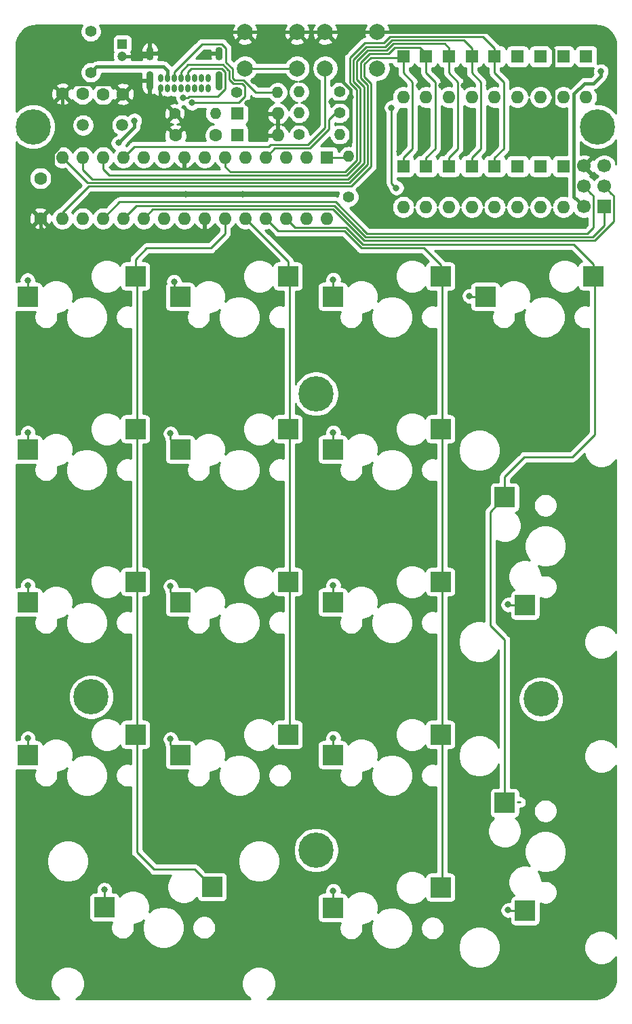
<source format=gbr>
%TF.GenerationSoftware,KiCad,Pcbnew,5.1.7-a382d34a8~88~ubuntu20.04.1*%
%TF.CreationDate,2021-03-29T23:27:39+02:00*%
%TF.ProjectId,discipad-pro,64697363-6970-4616-942d-70726f2e6b69,rev?*%
%TF.SameCoordinates,Original*%
%TF.FileFunction,Copper,L2,Bot*%
%TF.FilePolarity,Positive*%
%FSLAX46Y46*%
G04 Gerber Fmt 4.6, Leading zero omitted, Abs format (unit mm)*
G04 Created by KiCad (PCBNEW 5.1.7-a382d34a8~88~ubuntu20.04.1) date 2021-03-29 23:27:39*
%MOMM*%
%LPD*%
G01*
G04 APERTURE LIST*
%TA.AperFunction,SMDPad,CuDef*%
%ADD10R,2.500000X2.550000*%
%TD*%
%TA.AperFunction,SMDPad,CuDef*%
%ADD11R,2.550000X2.500000*%
%TD*%
%TA.AperFunction,ComponentPad*%
%ADD12C,2.000000*%
%TD*%
%TA.AperFunction,ComponentPad*%
%ADD13O,1.600000X1.600000*%
%TD*%
%TA.AperFunction,ComponentPad*%
%ADD14R,1.600000X1.600000*%
%TD*%
%TA.AperFunction,ComponentPad*%
%ADD15C,1.400000*%
%TD*%
%TA.AperFunction,ComponentPad*%
%ADD16C,4.400000*%
%TD*%
%TA.AperFunction,ComponentPad*%
%ADD17C,1.600000*%
%TD*%
%TA.AperFunction,ComponentPad*%
%ADD18R,1.200000X1.200000*%
%TD*%
%TA.AperFunction,ComponentPad*%
%ADD19C,1.200000*%
%TD*%
%TA.AperFunction,ComponentPad*%
%ADD20O,1.400000X1.400000*%
%TD*%
%TA.AperFunction,ComponentPad*%
%ADD21O,0.900000X1.700000*%
%TD*%
%TA.AperFunction,ComponentPad*%
%ADD22O,0.900000X2.400000*%
%TD*%
%TA.AperFunction,ComponentPad*%
%ADD23O,0.650000X1.000000*%
%TD*%
%TA.AperFunction,ComponentPad*%
%ADD24C,1.500000*%
%TD*%
%TA.AperFunction,ComponentPad*%
%ADD25C,1.700000*%
%TD*%
%TA.AperFunction,ComponentPad*%
%ADD26R,1.700000X1.700000*%
%TD*%
%TA.AperFunction,ViaPad*%
%ADD27C,0.800000*%
%TD*%
%TA.AperFunction,Conductor*%
%ADD28C,0.250000*%
%TD*%
%TA.AperFunction,Conductor*%
%ADD29C,0.400000*%
%TD*%
%TA.AperFunction,Conductor*%
%ADD30C,0.254000*%
%TD*%
%TA.AperFunction,Conductor*%
%ADD31C,0.150000*%
%TD*%
G04 APERTURE END LIST*
D10*
X169926000Y-126232000D03*
X167386000Y-112782000D03*
D11*
X117406000Y-125782000D03*
X130856000Y-123242000D03*
D10*
X169926000Y-88132000D03*
X167386000Y-74682000D03*
D11*
X145929000Y-125857000D03*
X159379000Y-123317000D03*
X145929000Y-106807000D03*
X159379000Y-104267000D03*
X126879000Y-106807000D03*
X140329000Y-104267000D03*
X107829000Y-106807000D03*
X121279000Y-104267000D03*
X145929000Y-87757000D03*
X159379000Y-85217000D03*
X126879000Y-87757000D03*
X140329000Y-85217000D03*
X107829000Y-87757000D03*
X121279000Y-85217000D03*
X145929000Y-68707000D03*
X159379000Y-66167000D03*
X126879000Y-68707000D03*
X140329000Y-66167000D03*
X107829000Y-68707000D03*
X121279000Y-66167000D03*
X164979000Y-49657000D03*
X178429000Y-47117000D03*
X145929000Y-49657000D03*
X159379000Y-47117000D03*
X126879000Y-49657000D03*
X140329000Y-47117000D03*
X107829000Y-49657000D03*
X121279000Y-47117000D03*
D12*
X151470929Y-16693091D03*
X151470929Y-21193091D03*
X144970929Y-16693091D03*
X144970929Y-21193091D03*
D13*
X177550923Y-24807330D03*
D14*
X177550923Y-19727330D03*
D13*
X174696610Y-38488743D03*
D14*
X174696610Y-33408743D03*
D13*
X171842297Y-38488743D03*
D14*
X171842297Y-33408743D03*
D13*
X168987991Y-38488743D03*
D14*
X168987991Y-33408743D03*
D13*
X166133685Y-38488743D03*
D14*
X166133685Y-33408743D03*
D13*
X163279379Y-38488743D03*
D14*
X163279379Y-33408743D03*
D13*
X160425073Y-38488743D03*
D14*
X160425073Y-33408743D03*
D13*
X157570767Y-38488743D03*
D14*
X157570767Y-33408743D03*
D13*
X154716461Y-38488743D03*
D14*
X154716461Y-33408743D03*
D13*
X174696610Y-24807330D03*
D14*
X174696610Y-19727330D03*
D13*
X171842297Y-24807330D03*
D14*
X171842297Y-19727330D03*
D13*
X168987991Y-24807330D03*
D14*
X168987991Y-19727330D03*
D13*
X166133685Y-24807330D03*
D14*
X166133685Y-19727330D03*
D13*
X163279379Y-24807330D03*
D14*
X163279379Y-19727330D03*
D13*
X160425073Y-24807330D03*
D14*
X160425073Y-19727330D03*
D13*
X157570767Y-24807330D03*
D14*
X157570767Y-19727330D03*
D13*
X154716461Y-24807330D03*
D14*
X154716461Y-19727330D03*
D13*
X139054831Y-29536623D03*
D14*
X133974831Y-29536623D03*
D13*
X139054831Y-26841931D03*
D14*
X133974831Y-26841931D03*
D15*
X115714273Y-16610309D03*
X115714273Y-21710309D03*
D16*
X143833559Y-118686673D03*
X115752543Y-99566685D03*
X171914575Y-99841686D03*
X143833559Y-61784261D03*
X179001130Y-28475773D03*
X108503031Y-28475773D03*
D17*
X117219101Y-24409709D03*
X119719101Y-24409709D03*
X112164393Y-24392211D03*
X114664393Y-24392211D03*
D18*
X119633825Y-18180421D03*
D19*
X119633825Y-19680421D03*
D17*
X126287493Y-29571619D03*
X131287493Y-29571619D03*
X109414993Y-34908509D03*
X109414993Y-39908509D03*
D20*
X141703959Y-24147239D03*
D15*
X146783959Y-24147239D03*
X126178077Y-26841931D03*
D20*
X131258077Y-26841931D03*
D15*
X133929691Y-24199733D03*
D20*
X139009691Y-24199733D03*
X146783959Y-29484129D03*
D15*
X141703959Y-29484129D03*
D20*
X141703959Y-26771939D03*
D15*
X146783959Y-26771939D03*
X147875597Y-37235743D03*
D20*
X147875597Y-32155743D03*
D12*
X134962073Y-21193091D03*
X134962073Y-16693091D03*
X141462073Y-21193091D03*
X141462073Y-16693091D03*
D14*
X145163407Y-32301307D03*
D13*
X112143407Y-39921307D03*
X142623407Y-32301307D03*
X114683407Y-39921307D03*
X140083407Y-32301307D03*
X117223407Y-39921307D03*
X137543407Y-32301307D03*
X119763407Y-39921307D03*
X135003407Y-32301307D03*
X122303407Y-39921307D03*
X132463407Y-32301307D03*
X124843407Y-39921307D03*
X129923407Y-32301307D03*
X127383407Y-39921307D03*
X127383407Y-32301307D03*
X129923407Y-39921307D03*
X124843407Y-32301307D03*
X132463407Y-39921307D03*
X122303407Y-32301307D03*
X135003407Y-39921307D03*
X119763407Y-32301307D03*
X137543407Y-39921307D03*
X117223407Y-32301307D03*
X140083407Y-39921307D03*
X114683407Y-32301307D03*
X142623407Y-39921307D03*
X112143407Y-32301307D03*
X145163407Y-39921307D03*
D21*
X123077937Y-19342987D03*
X131727937Y-19342987D03*
D22*
X123077937Y-22722987D03*
X131727937Y-22722987D03*
D23*
X124422937Y-22377987D03*
X125272937Y-22377987D03*
X126122937Y-22377987D03*
X126972937Y-22377987D03*
X127822937Y-22377987D03*
X128672937Y-22377987D03*
X129522937Y-22377987D03*
X130377937Y-22377987D03*
X124427937Y-23702987D03*
X125277937Y-23702987D03*
X126127937Y-23702987D03*
X126977937Y-23702987D03*
X127827937Y-23702987D03*
X129527937Y-23702987D03*
X130377937Y-23702987D03*
X128677937Y-23702987D03*
D24*
X119616327Y-28276767D03*
X114736327Y-28276767D03*
D25*
X177279591Y-33383393D03*
X179819591Y-33383393D03*
X177279591Y-35923393D03*
X179819591Y-35923393D03*
X177279591Y-38463393D03*
D26*
X179819591Y-38463393D03*
D27*
X107811993Y-47613993D03*
X126100710Y-47804493D03*
X145975493Y-47550493D03*
X162993493Y-49582493D03*
X107850093Y-66651293D03*
X125655493Y-66727493D03*
X145975493Y-66600493D03*
X107850093Y-85701293D03*
X125655508Y-85777493D03*
X145975493Y-85650493D03*
X167819493Y-88063493D03*
X107850093Y-104751293D03*
X125655493Y-104827493D03*
X145975493Y-104700493D03*
X117400493Y-123623493D03*
X145975493Y-123750493D03*
X167819493Y-126163493D03*
X170010567Y-63727715D03*
X108085145Y-18950333D03*
X154157379Y-40735343D03*
X127612913Y-36920779D03*
X134664607Y-36868285D03*
X116991627Y-26754441D03*
X124568261Y-16325633D03*
X146895709Y-22047479D03*
X148138067Y-24794665D03*
X145758339Y-25424593D03*
X148138067Y-16693091D03*
X170780479Y-16693091D03*
X174332573Y-29361643D03*
X180159407Y-31548893D03*
X138202084Y-16693091D03*
X165549229Y-31604029D03*
X162609876Y-31604029D03*
X159744937Y-31604029D03*
X154275508Y-31604029D03*
X165437608Y-23381282D03*
X162312220Y-23381282D03*
X159484488Y-23381282D03*
X156656756Y-23381282D03*
X156210272Y-37036251D03*
X156917205Y-31604029D03*
X136006871Y-22748763D03*
X135259539Y-25512083D03*
X179389495Y-21592531D03*
X119159110Y-30498433D03*
X121153844Y-27716304D03*
X127269933Y-24871903D03*
X128350138Y-25492473D03*
X153264981Y-26107015D03*
X153859913Y-36098373D03*
D28*
X168962493Y-112701493D02*
X168961001Y-112702985D01*
X169343493Y-112701493D02*
X168962493Y-112701493D01*
X154716461Y-32358743D02*
X154716461Y-33408743D01*
X155841462Y-31233742D02*
X154716461Y-32358743D01*
X155841462Y-22902331D02*
X155841462Y-31233742D01*
X154716461Y-21777330D02*
X155841462Y-22902331D01*
X154716461Y-20727330D02*
X154716461Y-21777330D01*
X154716461Y-20727330D02*
X154716461Y-19727330D01*
X112143407Y-39208034D02*
X112143407Y-39921307D01*
X115428048Y-35923393D02*
X112143407Y-39208034D01*
X148190561Y-35923393D02*
X115428048Y-35923393D01*
X150727771Y-33386183D02*
X148190561Y-35923393D01*
X154593436Y-19850355D02*
X150685151Y-19850355D01*
X154716461Y-19727330D02*
X154593436Y-19850355D01*
X150685151Y-19850355D02*
X149852871Y-20682635D01*
X149852871Y-20682635D02*
X149852871Y-22222459D01*
X149852871Y-22222459D02*
X150727771Y-23097359D01*
X150727771Y-23097359D02*
X150727771Y-33386183D01*
X107829000Y-47631000D02*
X107811993Y-47613993D01*
X107829000Y-49657000D02*
X107829000Y-47631000D01*
X157570767Y-32358743D02*
X157570767Y-33408743D01*
X158695768Y-31233742D02*
X157570767Y-32358743D01*
X158695768Y-22902331D02*
X158695768Y-31233742D01*
X157570767Y-21777330D02*
X158695768Y-22902331D01*
X157570767Y-20727330D02*
X157570767Y-21777330D01*
X157570767Y-20727330D02*
X157570767Y-20718909D01*
X157570767Y-20727330D02*
X157570767Y-19727330D01*
X112943406Y-33101306D02*
X112143407Y-32301307D01*
X147998083Y-35468445D02*
X115310545Y-35468445D01*
X150272823Y-23289837D02*
X150272823Y-33193705D01*
X149397923Y-20490157D02*
X149397923Y-22414937D01*
X157570767Y-19727330D02*
X157570767Y-19371563D01*
X149397923Y-22414937D02*
X150272823Y-23289837D01*
X157570767Y-19371563D02*
X156782079Y-18582875D01*
X153673918Y-18582875D02*
X152856449Y-19400344D01*
X150272823Y-33193705D02*
X147998083Y-35468445D01*
X152856449Y-19400344D02*
X150487736Y-19400344D01*
X115310545Y-35468445D02*
X112943406Y-33101306D01*
X156782079Y-18582875D02*
X153673918Y-18582875D01*
X150487736Y-19400344D02*
X149397923Y-20490157D01*
X126100710Y-48878710D02*
X126879000Y-49657000D01*
X126100710Y-47804493D02*
X126100710Y-48878710D01*
X115854257Y-34995999D02*
X147823103Y-34995999D01*
X147823103Y-34995999D02*
X149817875Y-33001227D01*
X149817875Y-33001227D02*
X149817875Y-23499813D01*
X148942975Y-20297679D02*
X150290321Y-18950333D01*
X114681891Y-33823633D02*
X115854257Y-34995999D01*
X149817875Y-23499813D02*
X148942975Y-22624913D01*
X148942975Y-22624913D02*
X148942975Y-20297679D01*
X114683407Y-33822117D02*
X114683407Y-32301307D01*
X114681891Y-33823633D02*
X114683407Y-33822117D01*
X160425073Y-18677330D02*
X159875670Y-18127927D01*
X160425073Y-19727330D02*
X160425073Y-18677330D01*
X159875670Y-18127927D02*
X153492455Y-18127927D01*
X152670049Y-18950333D02*
X150290321Y-18950333D01*
X153492455Y-18127927D02*
X152670049Y-18950333D01*
X160425073Y-20721041D02*
X160425073Y-19727330D01*
X160425073Y-21777330D02*
X160425073Y-20721041D01*
X161550074Y-22902331D02*
X160425073Y-21777330D01*
X161550074Y-31233742D02*
X161550074Y-22902331D01*
X160425073Y-33408743D02*
X160425073Y-32358743D01*
X160425073Y-32358743D02*
X161550074Y-31233742D01*
X145929000Y-47596986D02*
X145975493Y-47550493D01*
X145929000Y-49657000D02*
X145929000Y-47596986D01*
X163068000Y-49657000D02*
X162993493Y-49582493D01*
X164979000Y-49657000D02*
X163068000Y-49657000D01*
X163279379Y-32358743D02*
X163279379Y-33408743D01*
X164404380Y-31233742D02*
X163279379Y-32358743D01*
X164404380Y-22902331D02*
X164404380Y-31233742D01*
X163279379Y-21777330D02*
X164404380Y-22902331D01*
X163279379Y-20727330D02*
X163279379Y-21777330D01*
X117223407Y-33757947D02*
X117223407Y-32301307D01*
X118006511Y-34541051D02*
X117223407Y-33757947D01*
X147630625Y-34541051D02*
X118006511Y-34541051D01*
X149362927Y-32808749D02*
X147630625Y-34541051D01*
X149362927Y-23692291D02*
X149362927Y-32808749D01*
X163279379Y-20727330D02*
X163279379Y-20723173D01*
X150097843Y-18495385D02*
X148488027Y-20105201D01*
X148488027Y-20105201D02*
X148488027Y-22817391D01*
X148488027Y-22817391D02*
X149362927Y-23692291D01*
X150097843Y-18495385D02*
X152477571Y-18495385D01*
X152477571Y-18495385D02*
X153299977Y-17672979D01*
X163279379Y-18677330D02*
X163279379Y-19727330D01*
X162275028Y-17672979D02*
X163279379Y-18677330D01*
X153299977Y-17672979D02*
X162275028Y-17672979D01*
X163279379Y-20727330D02*
X163279379Y-19727330D01*
X166133685Y-20725305D02*
X166133685Y-19727330D01*
X166133685Y-21777330D02*
X166133685Y-20725305D01*
X167258686Y-22902331D02*
X166133685Y-21777330D01*
X167258686Y-31233742D02*
X167258686Y-22902331D01*
X166133685Y-33408743D02*
X166133685Y-32358743D01*
X166133685Y-32358743D02*
X167258686Y-31233742D01*
X148033079Y-19912723D02*
X149905365Y-18040437D01*
X153089930Y-17218102D02*
X164674457Y-17218102D01*
X132463407Y-33432677D02*
X132591893Y-33561163D01*
X149905365Y-18040437D02*
X152267595Y-18040437D01*
X164674457Y-17218102D02*
X166133685Y-18677330D01*
X148900598Y-32623652D02*
X148900598Y-23877388D01*
X147438147Y-34086103D02*
X148900598Y-32623652D01*
X152267595Y-18040437D02*
X153089930Y-17218102D01*
X166133685Y-18677330D02*
X166133685Y-19727330D01*
X132463407Y-32301307D02*
X132463407Y-33432677D01*
X148033079Y-23009869D02*
X148033079Y-19912723D01*
X132591893Y-33561163D02*
X132599843Y-33561163D01*
X148900598Y-23877388D02*
X148033079Y-23009869D01*
X133124783Y-34086103D02*
X147438147Y-34086103D01*
X132599843Y-33561163D02*
X133124783Y-34086103D01*
X107829000Y-66672386D02*
X107850093Y-66651293D01*
X107829000Y-68707000D02*
X107829000Y-66672386D01*
X125655493Y-67483493D02*
X126879000Y-68707000D01*
X125655493Y-66727493D02*
X125655493Y-67483493D01*
X145929000Y-66646986D02*
X145975493Y-66600493D01*
X145929000Y-68707000D02*
X145929000Y-66646986D01*
X107829000Y-85722386D02*
X107850093Y-85701293D01*
X107829000Y-87757000D02*
X107829000Y-85722386D01*
X126879000Y-87757000D02*
X125655508Y-86533508D01*
X125655508Y-86533508D02*
X125655508Y-85777493D01*
X145929000Y-85696986D02*
X145975493Y-85650493D01*
X145929000Y-87757000D02*
X145929000Y-85696986D01*
X169926000Y-87857000D02*
X169389574Y-88393426D01*
X167888000Y-88132000D02*
X167819493Y-88063493D01*
X169926000Y-88132000D02*
X167888000Y-88132000D01*
X107829000Y-104772386D02*
X107850093Y-104751293D01*
X107829000Y-106807000D02*
X107829000Y-104772386D01*
X126879000Y-106807000D02*
X125655493Y-105583493D01*
X125655493Y-105583493D02*
X125655493Y-104827493D01*
X145929000Y-104746986D02*
X145975493Y-104700493D01*
X145929000Y-106807000D02*
X145929000Y-104746986D01*
X117406000Y-123629000D02*
X117400493Y-123623493D01*
X117406000Y-125782000D02*
X117406000Y-123629000D01*
X145929000Y-123796986D02*
X145975493Y-123750493D01*
X145929000Y-125857000D02*
X145929000Y-123796986D01*
X167888000Y-126232000D02*
X167819493Y-126163493D01*
X169926000Y-126232000D02*
X167888000Y-126232000D01*
X132463407Y-41816671D02*
X130675063Y-43605015D01*
X132463407Y-39921307D02*
X132463407Y-41816671D01*
X121279000Y-45005486D02*
X122679471Y-43605015D01*
X121279000Y-47117000D02*
X121279000Y-45005486D01*
X130675063Y-43605015D02*
X122679471Y-43605015D01*
X121444001Y-66001999D02*
X121279000Y-66167000D01*
X121444001Y-47282001D02*
X121444001Y-66001999D01*
X121279000Y-47117000D02*
X121444001Y-47282001D01*
X121444001Y-85051999D02*
X121279000Y-85217000D01*
X121444001Y-66332001D02*
X121444001Y-85051999D01*
X121279000Y-66167000D02*
X121444001Y-66332001D01*
X121444001Y-85382001D02*
X121444001Y-104101999D01*
X121279000Y-85217000D02*
X121444001Y-85382001D01*
X121279000Y-104267000D02*
X121444001Y-104101999D01*
X130856000Y-123242000D02*
X129973493Y-122359493D01*
X128697493Y-121083493D02*
X130856000Y-123242000D01*
X123623493Y-121083493D02*
X128697493Y-121083493D01*
X121444001Y-118904001D02*
X123623493Y-121083493D01*
X121444001Y-104432001D02*
X121444001Y-118904001D01*
X121279000Y-104267000D02*
X121444001Y-104432001D01*
X140329000Y-47117000D02*
X140335000Y-47117000D01*
X140329000Y-45246900D02*
X135003407Y-39921307D01*
X140329000Y-47117000D02*
X140329000Y-45246900D01*
X140494001Y-66001999D02*
X140329000Y-66167000D01*
X140494001Y-47282001D02*
X140494001Y-66001999D01*
X140329000Y-47117000D02*
X140494001Y-47282001D01*
X140494001Y-85051999D02*
X140329000Y-85217000D01*
X140494001Y-66332001D02*
X140494001Y-85051999D01*
X140329000Y-66167000D02*
X140494001Y-66332001D01*
X140494001Y-104101999D02*
X140329000Y-104267000D01*
X140494001Y-85382001D02*
X140494001Y-104101999D01*
X140329000Y-85217000D02*
X140494001Y-85382001D01*
X139127355Y-41505255D02*
X137543407Y-39921307D01*
X147368155Y-41505255D02*
X139127355Y-41505255D01*
X149467915Y-43605015D02*
X147368155Y-41505255D01*
X159544001Y-104432001D02*
X159379000Y-104267000D01*
X159544001Y-123151999D02*
X159544001Y-104432001D01*
X159379000Y-123317000D02*
X159544001Y-123151999D01*
X159544001Y-85382001D02*
X159379000Y-85217000D01*
X159544001Y-104101999D02*
X159544001Y-85382001D01*
X159379000Y-104267000D02*
X159544001Y-104101999D01*
X159544001Y-66332001D02*
X159379000Y-66167000D01*
X159544001Y-85051999D02*
X159544001Y-66332001D01*
X159379000Y-85217000D02*
X159544001Y-85051999D01*
X159544001Y-47282001D02*
X159379000Y-47117000D01*
X159544001Y-66001999D02*
X159544001Y-47282001D01*
X159379000Y-66167000D02*
X159544001Y-66001999D01*
X159379000Y-47117000D02*
X159379000Y-45714000D01*
X157270015Y-43605015D02*
X153333015Y-43605015D01*
X153333015Y-43605015D02*
X149467915Y-43605015D01*
X159379000Y-45714000D02*
X157270015Y-43605015D01*
X140883406Y-40721306D02*
X140083407Y-39921307D01*
X149660393Y-43150067D02*
X147560633Y-41050307D01*
X147560633Y-41050307D02*
X141212407Y-41050307D01*
X141212407Y-41050307D02*
X140883406Y-40721306D01*
X178429000Y-47117000D02*
X178429000Y-45587000D01*
X178429000Y-45587000D02*
X175992067Y-43150067D01*
X175992067Y-43150067D02*
X171711919Y-43150067D01*
X171711919Y-43150067D02*
X149660393Y-43150067D01*
X178429000Y-47117000D02*
X178594001Y-47282001D01*
X178594001Y-60865001D02*
X178594001Y-61667985D01*
X178594001Y-47282001D02*
X178594001Y-60865001D01*
X178594001Y-66874985D02*
X178594001Y-60865001D01*
X175820493Y-69648493D02*
X178594001Y-66874985D01*
X169851493Y-69648493D02*
X175820493Y-69648493D01*
X167386000Y-72113986D02*
X169851493Y-69648493D01*
X167386000Y-74682000D02*
X167386000Y-72113986D01*
X167386000Y-92453026D02*
X167386000Y-112782000D01*
X165585999Y-90653025D02*
X167386000Y-92453026D01*
X165585999Y-76482001D02*
X165585999Y-90653025D01*
X167386000Y-74682000D02*
X165585999Y-76482001D01*
D29*
X109414993Y-41039879D02*
X110790265Y-42415151D01*
X109414993Y-39908509D02*
X109414993Y-41039879D01*
X110790265Y-42415151D02*
X128732785Y-42415151D01*
X129923407Y-41224529D02*
X129923407Y-39921307D01*
X128732785Y-42415151D02*
X129923407Y-41224529D01*
X118919102Y-23609710D02*
X119719101Y-24409709D01*
X118501602Y-23192210D02*
X118919102Y-23609710D01*
X113364394Y-23192210D02*
X118501602Y-23192210D01*
X112164393Y-24392211D02*
X113364394Y-23192210D01*
X119719101Y-24409709D02*
X122151323Y-26841931D01*
X126178077Y-29462203D02*
X126287493Y-29571619D01*
X150056716Y-16693091D02*
X148138067Y-16693091D01*
X151470929Y-16693091D02*
X150056716Y-16693091D01*
X144970929Y-16693091D02*
X141462073Y-16693091D01*
X141462073Y-16693091D02*
X138202084Y-16693091D01*
X133547860Y-16693091D02*
X134962073Y-16693091D01*
X126577833Y-16693091D02*
X133547860Y-16693091D01*
X123927937Y-19342987D02*
X126577833Y-16693091D01*
X123077937Y-19342987D02*
X123927937Y-19342987D01*
X110943406Y-31796417D02*
X112164393Y-30575430D01*
X112164393Y-30575430D02*
X112164393Y-25523581D01*
X109414993Y-39908509D02*
X110943406Y-38380096D01*
X112164393Y-25523581D02*
X112164393Y-24392211D01*
X110943406Y-38380096D02*
X110943406Y-31796417D01*
X146895709Y-22630987D02*
X148138067Y-23873345D01*
X146895709Y-22047479D02*
X146895709Y-22630987D01*
X148138067Y-23873345D02*
X148138067Y-24794665D01*
X122151323Y-26841931D02*
X122153537Y-26841931D01*
X122153537Y-26841931D02*
X123518381Y-28206775D01*
X124922649Y-28206775D02*
X126287493Y-29571619D01*
X124813233Y-28206775D02*
X126178077Y-26841931D01*
X124095815Y-28206775D02*
X124813233Y-28206775D01*
X123518381Y-28206775D02*
X124095815Y-28206775D01*
X124095815Y-28206775D02*
X124922649Y-28206775D01*
X147508139Y-25424593D02*
X148138067Y-24794665D01*
X145758339Y-25424593D02*
X147508139Y-25424593D01*
X148138067Y-16693091D02*
X144970929Y-16693091D01*
X122740503Y-19680421D02*
X123077937Y-19342987D01*
X119633825Y-19680421D02*
X122740503Y-19680421D01*
X151470929Y-16693091D02*
X170780479Y-16693091D01*
X173932574Y-28961644D02*
X174332573Y-29361643D01*
X173496609Y-28525679D02*
X173932574Y-28961644D01*
X173496609Y-18843536D02*
X173496609Y-23412323D01*
X171346164Y-16693091D02*
X173496609Y-18843536D01*
X170780479Y-16693091D02*
X171346164Y-16693091D01*
X173496609Y-23412323D02*
X173496609Y-28525679D01*
X173496609Y-23412323D02*
X173496609Y-23412323D01*
X138202084Y-16693091D02*
X134962073Y-16693091D01*
D28*
X148138067Y-24794665D02*
X148138067Y-24834069D01*
D29*
X147094557Y-30822682D02*
X145829519Y-30822682D01*
X147652662Y-30822682D02*
X147094557Y-30822682D01*
X148136353Y-30338991D02*
X147652662Y-30822682D01*
X148136353Y-25362064D02*
X148136353Y-30338991D01*
X148138067Y-25360350D02*
X148136353Y-25362064D01*
X148138067Y-24794665D02*
X148138067Y-25360350D01*
X176429592Y-37613394D02*
X177279591Y-38463393D01*
X176029590Y-37213392D02*
X176429592Y-37613394D01*
X176029590Y-24386751D02*
X176029590Y-37213392D01*
X178491097Y-23056614D02*
X177359727Y-23056614D01*
X179389495Y-22158216D02*
X178491097Y-23056614D01*
X179389495Y-21592531D02*
X179389495Y-22158216D01*
X177359727Y-23056614D02*
X176029590Y-24386751D01*
X119159110Y-30498433D02*
X121153844Y-28503699D01*
X121153844Y-28503699D02*
X121153844Y-27716304D01*
D28*
X141603959Y-24247239D02*
X141703959Y-24147239D01*
X132502947Y-23794006D02*
X131554782Y-24742171D01*
X132048956Y-21197977D02*
X132412302Y-21561323D01*
X128252947Y-21197977D02*
X132048956Y-21197977D01*
X127822937Y-22377987D02*
X127822937Y-21627987D01*
X131554782Y-24742171D02*
X127965350Y-24742171D01*
X127965350Y-24742171D02*
X127835618Y-24871903D01*
X132412302Y-21568955D02*
X132502947Y-21659600D01*
X127835618Y-24871903D02*
X127269933Y-24871903D01*
X132412302Y-21561323D02*
X132412302Y-21568955D01*
X127822937Y-21627987D02*
X128252947Y-21197977D01*
X132502947Y-21659600D02*
X132502947Y-23794006D01*
X132214887Y-20735129D02*
X132227725Y-20747967D01*
X128915823Y-25492473D02*
X128350138Y-25492473D01*
X126972937Y-22377987D02*
X126972937Y-21627987D01*
X126972937Y-21627987D02*
X127865795Y-20735129D01*
X134153953Y-25492473D02*
X128915823Y-25492473D01*
X127865795Y-20735129D02*
X132214887Y-20735129D01*
X134954692Y-24691734D02*
X134153953Y-25492473D01*
X134954692Y-23474934D02*
X134954692Y-24691734D01*
X132227725Y-20747967D02*
X132235357Y-20747968D01*
X132862313Y-21382556D02*
X132952957Y-21473200D01*
X132862313Y-21374924D02*
X132862313Y-21382556D01*
X132235357Y-20747968D02*
X132862313Y-21374924D01*
X132952957Y-21473200D02*
X132952957Y-22628067D01*
X133457245Y-23132355D02*
X134612113Y-23132355D01*
X132952957Y-22628067D02*
X133457245Y-23132355D01*
X134612113Y-23132355D02*
X134954692Y-23474934D01*
D29*
X116414272Y-21010310D02*
X115714273Y-21710309D01*
X124805260Y-21010310D02*
X116414272Y-21010310D01*
X125272937Y-21477987D02*
X124805260Y-21010310D01*
X125272937Y-22377987D02*
X125272937Y-21477987D01*
D28*
X138019742Y-24199733D02*
X139009691Y-24199733D01*
X133649723Y-22677407D02*
X134804591Y-22677407D01*
X133404751Y-22432435D02*
X133649723Y-22677407D01*
X133404751Y-21260069D02*
X133404751Y-22432435D01*
X136326917Y-24199733D02*
X138019742Y-24199733D01*
X126122937Y-21627987D02*
X129582947Y-18167977D01*
X126122937Y-22377987D02*
X126122937Y-21627987D01*
X129582947Y-18167977D02*
X132074903Y-18167977D01*
X132074903Y-18167977D02*
X132599843Y-18692917D01*
X134804591Y-22677407D02*
X136326917Y-24199733D01*
X132599843Y-18692917D02*
X132599843Y-20455161D01*
X132599843Y-20455161D02*
X133404751Y-21260069D01*
X138668408Y-31176306D02*
X137543407Y-32301307D01*
X143057440Y-31176306D02*
X138668408Y-31176306D01*
X145457449Y-28776297D02*
X143057440Y-31176306D01*
X145457449Y-27622880D02*
X145457449Y-28776297D01*
X146308390Y-26771939D02*
X145457449Y-27622880D01*
X146783959Y-26771939D02*
X146308390Y-26771939D01*
X147730033Y-32301307D02*
X147875597Y-32155743D01*
X145163407Y-32301307D02*
X147730033Y-32301307D01*
X140047860Y-21193091D02*
X134962073Y-21193091D01*
X141462073Y-21193091D02*
X140047860Y-21193091D01*
X153264981Y-26107015D02*
X153264981Y-26672700D01*
X153264981Y-26672700D02*
X153264981Y-35503441D01*
X153264981Y-35503441D02*
X153859913Y-36098373D01*
X121110753Y-30953961D02*
X119763407Y-32301307D01*
X137936733Y-30953961D02*
X121110753Y-30953961D01*
X138181705Y-30708989D02*
X137936733Y-30953961D01*
X142853671Y-30708989D02*
X138181705Y-30708989D01*
X144970929Y-28591731D02*
X142853671Y-30708989D01*
X144970929Y-21193091D02*
X144970929Y-28591731D01*
X117223407Y-39921307D02*
X119279043Y-37865671D01*
X119279043Y-37865671D02*
X146318275Y-37865671D01*
X146318275Y-37865671D02*
X150220329Y-41767725D01*
X150220329Y-41767725D02*
X177727185Y-41767725D01*
X178129590Y-36773392D02*
X177279591Y-35923393D01*
X178454592Y-37098394D02*
X178129590Y-36773392D01*
X178454592Y-41040318D02*
X178454592Y-37098394D01*
X177727185Y-41767725D02*
X178454592Y-41040318D01*
X122303407Y-39921307D02*
X123449147Y-38775567D01*
X123449147Y-38775567D02*
X145933319Y-38775567D01*
X145933319Y-38775567D02*
X149835373Y-42677621D01*
X149835373Y-42677621D02*
X178602085Y-42677621D01*
X180669590Y-36773392D02*
X179819591Y-35923393D01*
X180994592Y-37098394D02*
X180669590Y-36773392D01*
X180994592Y-40285114D02*
X180994592Y-37098394D01*
X178602085Y-42677621D02*
X180994592Y-40285114D01*
X119763407Y-39921307D02*
X121364095Y-38320619D01*
X121364095Y-38320619D02*
X146125797Y-38320619D01*
X146125797Y-38320619D02*
X150027851Y-42222673D01*
X150027851Y-42222673D02*
X178409607Y-42222673D01*
X179819591Y-40812689D02*
X179819591Y-38463393D01*
X178409607Y-42222673D02*
X179819591Y-40812689D01*
D30*
X114531212Y-15977950D02*
X114430577Y-16220904D01*
X114379273Y-16478823D01*
X114379273Y-16741795D01*
X114430577Y-16999714D01*
X114531212Y-17242668D01*
X114677311Y-17461322D01*
X114863260Y-17647271D01*
X115081914Y-17793370D01*
X115324868Y-17894005D01*
X115582787Y-17945309D01*
X115845759Y-17945309D01*
X116103678Y-17894005D01*
X116346632Y-17793370D01*
X116565286Y-17647271D01*
X116751235Y-17461322D01*
X116897334Y-17242668D01*
X116997969Y-16999714D01*
X117049273Y-16741795D01*
X117049273Y-16478823D01*
X116997969Y-16220904D01*
X116897334Y-15977950D01*
X116786275Y-15811737D01*
X133621095Y-15811737D01*
X133562259Y-15833047D01*
X133421369Y-16122662D01*
X133339689Y-16434199D01*
X133320355Y-16755686D01*
X133364112Y-17074766D01*
X133469278Y-17379179D01*
X133562259Y-17553135D01*
X133826660Y-17648899D01*
X134782468Y-16693091D01*
X134768326Y-16678949D01*
X134947931Y-16499344D01*
X134962073Y-16513486D01*
X134976216Y-16499344D01*
X135155821Y-16678949D01*
X135141678Y-16693091D01*
X136097486Y-17648899D01*
X136361887Y-17553135D01*
X136502777Y-17263520D01*
X136584457Y-16951983D01*
X136603791Y-16630496D01*
X136560034Y-16311416D01*
X136454868Y-16007003D01*
X136361887Y-15833047D01*
X136303051Y-15811737D01*
X140121095Y-15811737D01*
X140062259Y-15833047D01*
X139921369Y-16122662D01*
X139839689Y-16434199D01*
X139820355Y-16755686D01*
X139864112Y-17074766D01*
X139969278Y-17379179D01*
X140062259Y-17553135D01*
X140326660Y-17648899D01*
X141282468Y-16693091D01*
X141268326Y-16678949D01*
X141447931Y-16499344D01*
X141462073Y-16513486D01*
X141476216Y-16499344D01*
X141655821Y-16678949D01*
X141641678Y-16693091D01*
X142597486Y-17648899D01*
X142861887Y-17553135D01*
X143002777Y-17263520D01*
X143084457Y-16951983D01*
X143103791Y-16630496D01*
X143060034Y-16311416D01*
X142954868Y-16007003D01*
X142861887Y-15833047D01*
X142803051Y-15811737D01*
X143629951Y-15811737D01*
X143571115Y-15833047D01*
X143430225Y-16122662D01*
X143348545Y-16434199D01*
X143329211Y-16755686D01*
X143372968Y-17074766D01*
X143478134Y-17379179D01*
X143571115Y-17553135D01*
X143835516Y-17648899D01*
X144791324Y-16693091D01*
X144777182Y-16678949D01*
X144956787Y-16499344D01*
X144970929Y-16513486D01*
X144985072Y-16499344D01*
X145164677Y-16678949D01*
X145150534Y-16693091D01*
X146106342Y-17648899D01*
X146370743Y-17553135D01*
X146511633Y-17263520D01*
X146593313Y-16951983D01*
X146612647Y-16630496D01*
X146568890Y-16311416D01*
X146463724Y-16007003D01*
X146370743Y-15833047D01*
X146311907Y-15811737D01*
X150129951Y-15811737D01*
X150071115Y-15833047D01*
X149930225Y-16122662D01*
X149848545Y-16434199D01*
X149829211Y-16755686D01*
X149872968Y-17074766D01*
X149944021Y-17280437D01*
X149942687Y-17280437D01*
X149905364Y-17276761D01*
X149868041Y-17280437D01*
X149868032Y-17280437D01*
X149756379Y-17291434D01*
X149613118Y-17334891D01*
X149481089Y-17405463D01*
X149365364Y-17500436D01*
X149341566Y-17529434D01*
X147522077Y-19348924D01*
X147493079Y-19372722D01*
X147469281Y-19401720D01*
X147469280Y-19401721D01*
X147398105Y-19488447D01*
X147327533Y-19620477D01*
X147303613Y-19699335D01*
X147284077Y-19763737D01*
X147278080Y-19824621D01*
X147269403Y-19912723D01*
X147273080Y-19950055D01*
X147273079Y-22904846D01*
X147173364Y-22863543D01*
X146915445Y-22812239D01*
X146652473Y-22812239D01*
X146394554Y-22863543D01*
X146151600Y-22964178D01*
X145932946Y-23110277D01*
X145746997Y-23296226D01*
X145730929Y-23320274D01*
X145730929Y-22648000D01*
X145745392Y-22642009D01*
X146013181Y-22463078D01*
X146240916Y-22235343D01*
X146419847Y-21967554D01*
X146543097Y-21670003D01*
X146605929Y-21354124D01*
X146605929Y-21032058D01*
X146543097Y-20716179D01*
X146419847Y-20418628D01*
X146240916Y-20150839D01*
X146013181Y-19923104D01*
X145745392Y-19744173D01*
X145447841Y-19620923D01*
X145131962Y-19558091D01*
X144809896Y-19558091D01*
X144494017Y-19620923D01*
X144196466Y-19744173D01*
X143928677Y-19923104D01*
X143700942Y-20150839D01*
X143522011Y-20418628D01*
X143398761Y-20716179D01*
X143335929Y-21032058D01*
X143335929Y-21354124D01*
X143398761Y-21670003D01*
X143522011Y-21967554D01*
X143700942Y-22235343D01*
X143928677Y-22463078D01*
X144196466Y-22642009D01*
X144210929Y-22648000D01*
X144210930Y-28276928D01*
X143038959Y-29448900D01*
X143038959Y-29352643D01*
X142987655Y-29094724D01*
X142887020Y-28851770D01*
X142740921Y-28633116D01*
X142554972Y-28447167D01*
X142336318Y-28301068D01*
X142093364Y-28200433D01*
X141835445Y-28149129D01*
X141572473Y-28149129D01*
X141314554Y-28200433D01*
X141071600Y-28301068D01*
X140852946Y-28447167D01*
X140666997Y-28633116D01*
X140520898Y-28851770D01*
X140420263Y-29094724D01*
X140419592Y-29098096D01*
X140406077Y-29053536D01*
X140285868Y-28799203D01*
X140118350Y-28573209D01*
X139909962Y-28384238D01*
X139668712Y-28239553D01*
X139528315Y-28189277D01*
X139668712Y-28139001D01*
X139909962Y-27994316D01*
X140118350Y-27805345D01*
X140285868Y-27579351D01*
X140406077Y-27325018D01*
X140440732Y-27210761D01*
X140520898Y-27404298D01*
X140666997Y-27622952D01*
X140852946Y-27808901D01*
X141071600Y-27955000D01*
X141314554Y-28055635D01*
X141572473Y-28106939D01*
X141835445Y-28106939D01*
X142093364Y-28055635D01*
X142336318Y-27955000D01*
X142554972Y-27808901D01*
X142740921Y-27622952D01*
X142887020Y-27404298D01*
X142987655Y-27161344D01*
X143038959Y-26903425D01*
X143038959Y-26640453D01*
X142987655Y-26382534D01*
X142887020Y-26139580D01*
X142740921Y-25920926D01*
X142554972Y-25734977D01*
X142336318Y-25588878D01*
X142093364Y-25488243D01*
X141949313Y-25459589D01*
X142093364Y-25430935D01*
X142336318Y-25330300D01*
X142554972Y-25184201D01*
X142740921Y-24998252D01*
X142887020Y-24779598D01*
X142987655Y-24536644D01*
X143038959Y-24278725D01*
X143038959Y-24015753D01*
X142987655Y-23757834D01*
X142887020Y-23514880D01*
X142740921Y-23296226D01*
X142554972Y-23110277D01*
X142336318Y-22964178D01*
X142093364Y-22863543D01*
X141835445Y-22812239D01*
X141702800Y-22812239D01*
X141938985Y-22765259D01*
X142236536Y-22642009D01*
X142504325Y-22463078D01*
X142732060Y-22235343D01*
X142910991Y-21967554D01*
X143034241Y-21670003D01*
X143097073Y-21354124D01*
X143097073Y-21032058D01*
X143034241Y-20716179D01*
X142910991Y-20418628D01*
X142732060Y-20150839D01*
X142504325Y-19923104D01*
X142236536Y-19744173D01*
X141938985Y-19620923D01*
X141623106Y-19558091D01*
X141301040Y-19558091D01*
X140985161Y-19620923D01*
X140687610Y-19744173D01*
X140419821Y-19923104D01*
X140192086Y-20150839D01*
X140013155Y-20418628D01*
X140007164Y-20433091D01*
X136416982Y-20433091D01*
X136410991Y-20418628D01*
X136232060Y-20150839D01*
X136004325Y-19923104D01*
X135736536Y-19744173D01*
X135438985Y-19620923D01*
X135123106Y-19558091D01*
X134801040Y-19558091D01*
X134485161Y-19620923D01*
X134187610Y-19744173D01*
X133919821Y-19923104D01*
X133692086Y-20150839D01*
X133563206Y-20343722D01*
X133359843Y-20140360D01*
X133359843Y-18730239D01*
X133363519Y-18692916D01*
X133359843Y-18655593D01*
X133359843Y-18655584D01*
X133348846Y-18543931D01*
X133305389Y-18400670D01*
X133234817Y-18268641D01*
X133139844Y-18152916D01*
X133110846Y-18129119D01*
X132810231Y-17828504D01*
X134006265Y-17828504D01*
X134102029Y-18092905D01*
X134391644Y-18233795D01*
X134703181Y-18315475D01*
X135024668Y-18334809D01*
X135343748Y-18291052D01*
X135648161Y-18185886D01*
X135822117Y-18092905D01*
X135917881Y-17828504D01*
X140506265Y-17828504D01*
X140602029Y-18092905D01*
X140891644Y-18233795D01*
X141203181Y-18315475D01*
X141524668Y-18334809D01*
X141843748Y-18291052D01*
X142148161Y-18185886D01*
X142322117Y-18092905D01*
X142417881Y-17828504D01*
X144015121Y-17828504D01*
X144110885Y-18092905D01*
X144400500Y-18233795D01*
X144712037Y-18315475D01*
X145033524Y-18334809D01*
X145352604Y-18291052D01*
X145657017Y-18185886D01*
X145830973Y-18092905D01*
X145926737Y-17828504D01*
X144970929Y-16872696D01*
X144015121Y-17828504D01*
X142417881Y-17828504D01*
X141462073Y-16872696D01*
X140506265Y-17828504D01*
X135917881Y-17828504D01*
X134962073Y-16872696D01*
X134006265Y-17828504D01*
X132810231Y-17828504D01*
X132638706Y-17656979D01*
X132614904Y-17627976D01*
X132499179Y-17533003D01*
X132367150Y-17462431D01*
X132223889Y-17418974D01*
X132112236Y-17407977D01*
X132112225Y-17407977D01*
X132074903Y-17404301D01*
X132037581Y-17407977D01*
X129620269Y-17407977D01*
X129582946Y-17404301D01*
X129545623Y-17407977D01*
X129545614Y-17407977D01*
X129433961Y-17418974D01*
X129312102Y-17455939D01*
X129290700Y-17462431D01*
X129158670Y-17533003D01*
X129100892Y-17580421D01*
X129042946Y-17627976D01*
X129019148Y-17656974D01*
X125825970Y-20850153D01*
X125424706Y-20448889D01*
X125398551Y-20417019D01*
X125271406Y-20312674D01*
X125126347Y-20235138D01*
X124968949Y-20187392D01*
X124846279Y-20175310D01*
X124846278Y-20175310D01*
X124805260Y-20171270D01*
X124764242Y-20175310D01*
X124075430Y-20175310D01*
X124117313Y-20079220D01*
X124162937Y-19869987D01*
X124162937Y-19469987D01*
X123204937Y-19469987D01*
X123204937Y-19489987D01*
X122950937Y-19489987D01*
X122950937Y-19469987D01*
X121992937Y-19469987D01*
X121992937Y-19869987D01*
X122038561Y-20079220D01*
X122080444Y-20175310D01*
X120765492Y-20175310D01*
X120808062Y-20081905D01*
X120863825Y-19845108D01*
X120872320Y-19601983D01*
X120833220Y-19361872D01*
X120753374Y-19148304D01*
X120764362Y-19134915D01*
X120823327Y-19024601D01*
X120859637Y-18904903D01*
X120868394Y-18815987D01*
X121992937Y-18815987D01*
X121992937Y-19215987D01*
X122950937Y-19215987D01*
X122950937Y-18025485D01*
X123204937Y-18025485D01*
X123204937Y-19215987D01*
X124162937Y-19215987D01*
X124162937Y-18815987D01*
X124117313Y-18606754D01*
X124031746Y-18410442D01*
X123909524Y-18234596D01*
X123755345Y-18085973D01*
X123575134Y-17970285D01*
X123371938Y-17898579D01*
X123204937Y-18025485D01*
X122950937Y-18025485D01*
X122783936Y-17898579D01*
X122580740Y-17970285D01*
X122400529Y-18085973D01*
X122246350Y-18234596D01*
X122124128Y-18410442D01*
X122038561Y-18606754D01*
X121992937Y-18815987D01*
X120868394Y-18815987D01*
X120871897Y-18780421D01*
X120871897Y-17580421D01*
X120859637Y-17455939D01*
X120823327Y-17336241D01*
X120764362Y-17225927D01*
X120685010Y-17129236D01*
X120588319Y-17049884D01*
X120478005Y-16990919D01*
X120358307Y-16954609D01*
X120233825Y-16942349D01*
X119033825Y-16942349D01*
X118909343Y-16954609D01*
X118789645Y-16990919D01*
X118679331Y-17049884D01*
X118582640Y-17129236D01*
X118503288Y-17225927D01*
X118444323Y-17336241D01*
X118408013Y-17455939D01*
X118395753Y-17580421D01*
X118395753Y-18780421D01*
X118408013Y-18904903D01*
X118444323Y-19024601D01*
X118503288Y-19134915D01*
X118517393Y-19152102D01*
X118459588Y-19278937D01*
X118403825Y-19515734D01*
X118395330Y-19758859D01*
X118434430Y-19998970D01*
X118500358Y-20175310D01*
X116455290Y-20175310D01*
X116414271Y-20171270D01*
X116271783Y-20185304D01*
X116250583Y-20187392D01*
X116093185Y-20235138D01*
X115948126Y-20312674D01*
X115866724Y-20379479D01*
X115845759Y-20375309D01*
X115582787Y-20375309D01*
X115324868Y-20426613D01*
X115081914Y-20527248D01*
X114863260Y-20673347D01*
X114677311Y-20859296D01*
X114531212Y-21077950D01*
X114430577Y-21320904D01*
X114379273Y-21578823D01*
X114379273Y-21841795D01*
X114430577Y-22099714D01*
X114531212Y-22342668D01*
X114677311Y-22561322D01*
X114863260Y-22747271D01*
X115081914Y-22893370D01*
X115324868Y-22994005D01*
X115582787Y-23045309D01*
X115845759Y-23045309D01*
X116103678Y-22994005D01*
X116346632Y-22893370D01*
X116411559Y-22849987D01*
X121992937Y-22849987D01*
X121992937Y-23599987D01*
X122038561Y-23809220D01*
X122124128Y-24005532D01*
X122246350Y-24181378D01*
X122400529Y-24330001D01*
X122580740Y-24445689D01*
X122783936Y-24517395D01*
X122950937Y-24390489D01*
X122950937Y-22849987D01*
X121992937Y-22849987D01*
X116411559Y-22849987D01*
X116565286Y-22747271D01*
X116751235Y-22561322D01*
X116897334Y-22342668D01*
X116997969Y-22099714D01*
X117048574Y-21845310D01*
X121993085Y-21845310D01*
X121992937Y-21845987D01*
X121992937Y-22595987D01*
X122950937Y-22595987D01*
X122950937Y-22575987D01*
X123204937Y-22575987D01*
X123204937Y-22595987D01*
X123224937Y-22595987D01*
X123224937Y-22849987D01*
X123204937Y-22849987D01*
X123204937Y-24390489D01*
X123371938Y-24517395D01*
X123575134Y-24445689D01*
X123629602Y-24410723D01*
X123688079Y-24496537D01*
X123822968Y-24628991D01*
X123981106Y-24732584D01*
X124153643Y-24797967D01*
X124300937Y-24669108D01*
X124300937Y-23829987D01*
X124280937Y-23829987D01*
X124280937Y-23575987D01*
X124300937Y-23575987D01*
X124300937Y-23555987D01*
X124317937Y-23555987D01*
X124317937Y-23925148D01*
X124331827Y-24066179D01*
X124386721Y-24247140D01*
X124475864Y-24413915D01*
X124554937Y-24510266D01*
X124554937Y-24669108D01*
X124702231Y-24797967D01*
X124854584Y-24740233D01*
X124908783Y-24769203D01*
X125089744Y-24824097D01*
X125277937Y-24842632D01*
X125466129Y-24824097D01*
X125647090Y-24769203D01*
X125702937Y-24739352D01*
X125758783Y-24769203D01*
X125939744Y-24824097D01*
X126127937Y-24842632D01*
X126234933Y-24832094D01*
X126234933Y-24973842D01*
X126274707Y-25173801D01*
X126352728Y-25362159D01*
X126465996Y-25531677D01*
X126474394Y-25540075D01*
X126366337Y-25513748D01*
X126103604Y-25502541D01*
X125843733Y-25542806D01*
X125596711Y-25632996D01*
X125495874Y-25686894D01*
X125436413Y-25920662D01*
X126178077Y-26662326D01*
X126192220Y-26648184D01*
X126371825Y-26827789D01*
X126357682Y-26841931D01*
X127099346Y-27583595D01*
X127333114Y-27524134D01*
X127444011Y-27285689D01*
X127506260Y-27030191D01*
X127517467Y-26767458D01*
X127477202Y-26507587D01*
X127387012Y-26260565D01*
X127333114Y-26159728D01*
X127099348Y-26100268D01*
X127216002Y-25983614D01*
X127132164Y-25899776D01*
X127167994Y-25906903D01*
X127371872Y-25906903D01*
X127399267Y-25901454D01*
X127432933Y-25982729D01*
X127546201Y-26152247D01*
X127690364Y-26296410D01*
X127859882Y-26409678D01*
X128048240Y-26487699D01*
X128248199Y-26527473D01*
X128452077Y-26527473D01*
X128652036Y-26487699D01*
X128840394Y-26409678D01*
X129009912Y-26296410D01*
X129053849Y-26252473D01*
X130057246Y-26252473D01*
X129974381Y-26452526D01*
X129923077Y-26710445D01*
X129923077Y-26973417D01*
X129974381Y-27231336D01*
X130075016Y-27474290D01*
X130221115Y-27692944D01*
X130407064Y-27878893D01*
X130625718Y-28024992D01*
X130868672Y-28125627D01*
X131035045Y-28158721D01*
X130868919Y-28191766D01*
X130607766Y-28299939D01*
X130372734Y-28456982D01*
X130172856Y-28656860D01*
X130015813Y-28891892D01*
X129907640Y-29153045D01*
X129852493Y-29430284D01*
X129852493Y-29712954D01*
X129907640Y-29990193D01*
X129992043Y-30193961D01*
X127580553Y-30193961D01*
X127645064Y-30057623D01*
X127713793Y-29783435D01*
X127727710Y-29501107D01*
X127686280Y-29221489D01*
X127591096Y-28955327D01*
X127524164Y-28830105D01*
X127280195Y-28758522D01*
X126467098Y-29571619D01*
X126481241Y-29585762D01*
X126301636Y-29765367D01*
X126287493Y-29751224D01*
X126273351Y-29765367D01*
X126093746Y-29585762D01*
X126107888Y-29571619D01*
X125294791Y-28758522D01*
X125050822Y-28830105D01*
X124929922Y-29085615D01*
X124861193Y-29359803D01*
X124847276Y-29642131D01*
X124888706Y-29921749D01*
X124983890Y-30187911D01*
X124987124Y-30193961D01*
X121148075Y-30193961D01*
X121110753Y-30190285D01*
X121073430Y-30193961D01*
X121073420Y-30193961D01*
X120961767Y-30204958D01*
X120818506Y-30248415D01*
X120686476Y-30318987D01*
X120664987Y-30336623D01*
X120570752Y-30413960D01*
X120546954Y-30442958D01*
X120129413Y-30860499D01*
X120154336Y-30800331D01*
X120183203Y-30655208D01*
X121715277Y-29123135D01*
X121747135Y-29096990D01*
X121851480Y-28969845D01*
X121929016Y-28824786D01*
X121976762Y-28667388D01*
X121988844Y-28544718D01*
X121988844Y-28544717D01*
X121992884Y-28503699D01*
X121988844Y-28462681D01*
X121988844Y-28329589D01*
X122071049Y-28206560D01*
X122149070Y-28018202D01*
X122188844Y-27818243D01*
X122188844Y-27763200D01*
X125436413Y-27763200D01*
X125495874Y-27996968D01*
X125734319Y-28107865D01*
X125976918Y-28166971D01*
X125937363Y-28172832D01*
X125671201Y-28268016D01*
X125545979Y-28334948D01*
X125474396Y-28578917D01*
X126287493Y-29392014D01*
X127100590Y-28578917D01*
X127029007Y-28334948D01*
X126773497Y-28214048D01*
X126499309Y-28145319D01*
X126488383Y-28144780D01*
X126512421Y-28141056D01*
X126759443Y-28050866D01*
X126860280Y-27996968D01*
X126919741Y-27763200D01*
X126178077Y-27021536D01*
X125436413Y-27763200D01*
X122188844Y-27763200D01*
X122188844Y-27614365D01*
X122149070Y-27414406D01*
X122071049Y-27226048D01*
X121957781Y-27056530D01*
X121817655Y-26916404D01*
X124838687Y-26916404D01*
X124878952Y-27176275D01*
X124969142Y-27423297D01*
X125023040Y-27524134D01*
X125256808Y-27583595D01*
X125998472Y-26841931D01*
X125256808Y-26100267D01*
X125023040Y-26159728D01*
X124912143Y-26398173D01*
X124849894Y-26653671D01*
X124838687Y-26916404D01*
X121817655Y-26916404D01*
X121813618Y-26912367D01*
X121644100Y-26799099D01*
X121455742Y-26721078D01*
X121255783Y-26681304D01*
X121051905Y-26681304D01*
X120851946Y-26721078D01*
X120663588Y-26799099D01*
X120494070Y-26912367D01*
X120349907Y-27056530D01*
X120329270Y-27087415D01*
X120272370Y-27049396D01*
X120020316Y-26944992D01*
X119752738Y-26891767D01*
X119479916Y-26891767D01*
X119212338Y-26944992D01*
X118960284Y-27049396D01*
X118733441Y-27200968D01*
X118540528Y-27393881D01*
X118388956Y-27620724D01*
X118284552Y-27872778D01*
X118231327Y-28140356D01*
X118231327Y-28413178D01*
X118284552Y-28680756D01*
X118388956Y-28932810D01*
X118540528Y-29159653D01*
X118733441Y-29352566D01*
X118935566Y-29487622D01*
X118857212Y-29503207D01*
X118668854Y-29581228D01*
X118499336Y-29694496D01*
X118355173Y-29838659D01*
X118241905Y-30008177D01*
X118163884Y-30196535D01*
X118124110Y-30396494D01*
X118124110Y-30600372D01*
X118163884Y-30800331D01*
X118241905Y-30988689D01*
X118355173Y-31158207D01*
X118499336Y-31302370D01*
X118641531Y-31397382D01*
X118493407Y-31619066D01*
X118338044Y-31386548D01*
X118138166Y-31186670D01*
X117903134Y-31029627D01*
X117641981Y-30921454D01*
X117364742Y-30866307D01*
X117082072Y-30866307D01*
X116804833Y-30921454D01*
X116543680Y-31029627D01*
X116308648Y-31186670D01*
X116108770Y-31386548D01*
X115953407Y-31619066D01*
X115798044Y-31386548D01*
X115598166Y-31186670D01*
X115363134Y-31029627D01*
X115101981Y-30921454D01*
X114824742Y-30866307D01*
X114542072Y-30866307D01*
X114264833Y-30921454D01*
X114003680Y-31029627D01*
X113768648Y-31186670D01*
X113568770Y-31386548D01*
X113413407Y-31619066D01*
X113258044Y-31386548D01*
X113058166Y-31186670D01*
X112823134Y-31029627D01*
X112561981Y-30921454D01*
X112284742Y-30866307D01*
X112002072Y-30866307D01*
X111724833Y-30921454D01*
X111463680Y-31029627D01*
X111228648Y-31186670D01*
X111028770Y-31386548D01*
X110871727Y-31621580D01*
X110763554Y-31882733D01*
X110708407Y-32159972D01*
X110708407Y-32442642D01*
X110763554Y-32719881D01*
X110871727Y-32981034D01*
X111028770Y-33216066D01*
X111228648Y-33415944D01*
X111463680Y-33572987D01*
X111724833Y-33681160D01*
X112002072Y-33736307D01*
X112284742Y-33736307D01*
X112467294Y-33699995D01*
X114521969Y-35754671D01*
X111737757Y-38538883D01*
X111724833Y-38541454D01*
X111463680Y-38649627D01*
X111228648Y-38806670D01*
X111028770Y-39006548D01*
X110871727Y-39241580D01*
X110779829Y-39463442D01*
X110718596Y-39292217D01*
X110651664Y-39166995D01*
X110407695Y-39095412D01*
X109594598Y-39908509D01*
X110407695Y-40721606D01*
X110651664Y-40650023D01*
X110772564Y-40394513D01*
X110777699Y-40374029D01*
X110871727Y-40601034D01*
X111028770Y-40836066D01*
X111228648Y-41035944D01*
X111463680Y-41192987D01*
X111724833Y-41301160D01*
X112002072Y-41356307D01*
X112284742Y-41356307D01*
X112561981Y-41301160D01*
X112823134Y-41192987D01*
X113058166Y-41035944D01*
X113258044Y-40836066D01*
X113413407Y-40603548D01*
X113568770Y-40836066D01*
X113768648Y-41035944D01*
X114003680Y-41192987D01*
X114264833Y-41301160D01*
X114542072Y-41356307D01*
X114824742Y-41356307D01*
X115101981Y-41301160D01*
X115363134Y-41192987D01*
X115598166Y-41035944D01*
X115798044Y-40836066D01*
X115953407Y-40603548D01*
X116108770Y-40836066D01*
X116308648Y-41035944D01*
X116543680Y-41192987D01*
X116804833Y-41301160D01*
X117082072Y-41356307D01*
X117364742Y-41356307D01*
X117641981Y-41301160D01*
X117903134Y-41192987D01*
X118138166Y-41035944D01*
X118338044Y-40836066D01*
X118493407Y-40603548D01*
X118648770Y-40836066D01*
X118848648Y-41035944D01*
X119083680Y-41192987D01*
X119344833Y-41301160D01*
X119622072Y-41356307D01*
X119904742Y-41356307D01*
X120181981Y-41301160D01*
X120443134Y-41192987D01*
X120678166Y-41035944D01*
X120878044Y-40836066D01*
X121033407Y-40603548D01*
X121188770Y-40836066D01*
X121388648Y-41035944D01*
X121623680Y-41192987D01*
X121884833Y-41301160D01*
X122162072Y-41356307D01*
X122444742Y-41356307D01*
X122721981Y-41301160D01*
X122983134Y-41192987D01*
X123218166Y-41035944D01*
X123418044Y-40836066D01*
X123573407Y-40603548D01*
X123728770Y-40836066D01*
X123928648Y-41035944D01*
X124163680Y-41192987D01*
X124424833Y-41301160D01*
X124702072Y-41356307D01*
X124984742Y-41356307D01*
X125261981Y-41301160D01*
X125523134Y-41192987D01*
X125758166Y-41035944D01*
X125958044Y-40836066D01*
X126113407Y-40603548D01*
X126268770Y-40836066D01*
X126468648Y-41035944D01*
X126703680Y-41192987D01*
X126964833Y-41301160D01*
X127242072Y-41356307D01*
X127524742Y-41356307D01*
X127801981Y-41301160D01*
X128063134Y-41192987D01*
X128298166Y-41035944D01*
X128498044Y-40836066D01*
X128655087Y-40601034D01*
X128659474Y-40590442D01*
X128771022Y-40776438D01*
X128959993Y-40984826D01*
X129185987Y-41152344D01*
X129440320Y-41272553D01*
X129574368Y-41313211D01*
X129796407Y-41191222D01*
X129796407Y-40048307D01*
X129776407Y-40048307D01*
X129776407Y-39794307D01*
X129796407Y-39794307D01*
X129796407Y-39774307D01*
X130050407Y-39774307D01*
X130050407Y-39794307D01*
X130070407Y-39794307D01*
X130070407Y-40048307D01*
X130050407Y-40048307D01*
X130050407Y-41191222D01*
X130272446Y-41313211D01*
X130406494Y-41272553D01*
X130660827Y-41152344D01*
X130886821Y-40984826D01*
X131075792Y-40776438D01*
X131187340Y-40590442D01*
X131191727Y-40601034D01*
X131348770Y-40836066D01*
X131548648Y-41035944D01*
X131703408Y-41139351D01*
X131703408Y-41501868D01*
X130360262Y-42845015D01*
X122716793Y-42845015D01*
X122679470Y-42841339D01*
X122642147Y-42845015D01*
X122642138Y-42845015D01*
X122530485Y-42856012D01*
X122387224Y-42899469D01*
X122255194Y-42970041D01*
X122217371Y-43001082D01*
X122139470Y-43065014D01*
X122115672Y-43094012D01*
X120767998Y-44441687D01*
X120739000Y-44465485D01*
X120715202Y-44494483D01*
X120715201Y-44494484D01*
X120644026Y-44581210D01*
X120573454Y-44713240D01*
X120529998Y-44856501D01*
X120515324Y-45005486D01*
X120519001Y-45042818D01*
X120519001Y-45228928D01*
X120004000Y-45228928D01*
X119879518Y-45241188D01*
X119759820Y-45277498D01*
X119649506Y-45336463D01*
X119552815Y-45415815D01*
X119473463Y-45512506D01*
X119414498Y-45622820D01*
X119378188Y-45742518D01*
X119374345Y-45781534D01*
X119367944Y-45771954D01*
X119074046Y-45478056D01*
X118728460Y-45247143D01*
X118344464Y-45088086D01*
X117936817Y-45007000D01*
X117521183Y-45007000D01*
X117113536Y-45088086D01*
X116729540Y-45247143D01*
X116383954Y-45478056D01*
X116090056Y-45771954D01*
X115859143Y-46117540D01*
X115700086Y-46501536D01*
X115619000Y-46909183D01*
X115619000Y-47324817D01*
X115700086Y-47732464D01*
X115859143Y-48116460D01*
X116090056Y-48462046D01*
X116383954Y-48755944D01*
X116729540Y-48986857D01*
X117113536Y-49145914D01*
X117521183Y-49227000D01*
X117936817Y-49227000D01*
X118344464Y-49145914D01*
X118728460Y-48986857D01*
X119074046Y-48755944D01*
X119367944Y-48462046D01*
X119374345Y-48452466D01*
X119378188Y-48491482D01*
X119414498Y-48611180D01*
X119473463Y-48721494D01*
X119552815Y-48818185D01*
X119649506Y-48897537D01*
X119759820Y-48956502D01*
X119879518Y-48992812D01*
X120004000Y-49005072D01*
X120684001Y-49005072D01*
X120684001Y-50765456D01*
X120415260Y-50712000D01*
X120122740Y-50712000D01*
X119835842Y-50769068D01*
X119565589Y-50881010D01*
X119322368Y-51043525D01*
X119115525Y-51250368D01*
X118953010Y-51493589D01*
X118841068Y-51763842D01*
X118784000Y-52050740D01*
X118784000Y-52343260D01*
X118841068Y-52630158D01*
X118953010Y-52900411D01*
X119115525Y-53143632D01*
X119322368Y-53350475D01*
X119565589Y-53512990D01*
X119835842Y-53624932D01*
X120122740Y-53682000D01*
X120415260Y-53682000D01*
X120684001Y-53628544D01*
X120684002Y-64278928D01*
X120004000Y-64278928D01*
X119879518Y-64291188D01*
X119759820Y-64327498D01*
X119649506Y-64386463D01*
X119552815Y-64465815D01*
X119473463Y-64562506D01*
X119414498Y-64672820D01*
X119378188Y-64792518D01*
X119374345Y-64831534D01*
X119367944Y-64821954D01*
X119074046Y-64528056D01*
X118728460Y-64297143D01*
X118344464Y-64138086D01*
X117936817Y-64057000D01*
X117521183Y-64057000D01*
X117113536Y-64138086D01*
X116729540Y-64297143D01*
X116383954Y-64528056D01*
X116090056Y-64821954D01*
X115859143Y-65167540D01*
X115700086Y-65551536D01*
X115619000Y-65959183D01*
X115619000Y-66374817D01*
X115700086Y-66782464D01*
X115859143Y-67166460D01*
X116090056Y-67512046D01*
X116383954Y-67805944D01*
X116729540Y-68036857D01*
X117113536Y-68195914D01*
X117521183Y-68277000D01*
X117936817Y-68277000D01*
X118344464Y-68195914D01*
X118728460Y-68036857D01*
X119074046Y-67805944D01*
X119367944Y-67512046D01*
X119374345Y-67502466D01*
X119378188Y-67541482D01*
X119414498Y-67661180D01*
X119473463Y-67771494D01*
X119552815Y-67868185D01*
X119649506Y-67947537D01*
X119759820Y-68006502D01*
X119879518Y-68042812D01*
X120004000Y-68055072D01*
X120684001Y-68055072D01*
X120684001Y-69815456D01*
X120415260Y-69762000D01*
X120122740Y-69762000D01*
X119835842Y-69819068D01*
X119565589Y-69931010D01*
X119322368Y-70093525D01*
X119115525Y-70300368D01*
X118953010Y-70543589D01*
X118841068Y-70813842D01*
X118784000Y-71100740D01*
X118784000Y-71393260D01*
X118841068Y-71680158D01*
X118953010Y-71950411D01*
X119115525Y-72193632D01*
X119322368Y-72400475D01*
X119565589Y-72562990D01*
X119835842Y-72674932D01*
X120122740Y-72732000D01*
X120415260Y-72732000D01*
X120684001Y-72678544D01*
X120684002Y-83328928D01*
X120004000Y-83328928D01*
X119879518Y-83341188D01*
X119759820Y-83377498D01*
X119649506Y-83436463D01*
X119552815Y-83515815D01*
X119473463Y-83612506D01*
X119414498Y-83722820D01*
X119378188Y-83842518D01*
X119374345Y-83881534D01*
X119367944Y-83871954D01*
X119074046Y-83578056D01*
X118728460Y-83347143D01*
X118344464Y-83188086D01*
X117936817Y-83107000D01*
X117521183Y-83107000D01*
X117113536Y-83188086D01*
X116729540Y-83347143D01*
X116383954Y-83578056D01*
X116090056Y-83871954D01*
X115859143Y-84217540D01*
X115700086Y-84601536D01*
X115619000Y-85009183D01*
X115619000Y-85424817D01*
X115700086Y-85832464D01*
X115859143Y-86216460D01*
X116090056Y-86562046D01*
X116383954Y-86855944D01*
X116729540Y-87086857D01*
X117113536Y-87245914D01*
X117521183Y-87327000D01*
X117936817Y-87327000D01*
X118344464Y-87245914D01*
X118728460Y-87086857D01*
X119074046Y-86855944D01*
X119367944Y-86562046D01*
X119374345Y-86552466D01*
X119378188Y-86591482D01*
X119414498Y-86711180D01*
X119473463Y-86821494D01*
X119552815Y-86918185D01*
X119649506Y-86997537D01*
X119759820Y-87056502D01*
X119879518Y-87092812D01*
X120004000Y-87105072D01*
X120684001Y-87105072D01*
X120684001Y-88865456D01*
X120415260Y-88812000D01*
X120122740Y-88812000D01*
X119835842Y-88869068D01*
X119565589Y-88981010D01*
X119322368Y-89143525D01*
X119115525Y-89350368D01*
X118953010Y-89593589D01*
X118841068Y-89863842D01*
X118784000Y-90150740D01*
X118784000Y-90443260D01*
X118841068Y-90730158D01*
X118953010Y-91000411D01*
X119115525Y-91243632D01*
X119322368Y-91450475D01*
X119565589Y-91612990D01*
X119835842Y-91724932D01*
X120122740Y-91782000D01*
X120415260Y-91782000D01*
X120684001Y-91728544D01*
X120684002Y-102378928D01*
X120004000Y-102378928D01*
X119879518Y-102391188D01*
X119759820Y-102427498D01*
X119649506Y-102486463D01*
X119552815Y-102565815D01*
X119473463Y-102662506D01*
X119414498Y-102772820D01*
X119378188Y-102892518D01*
X119374345Y-102931534D01*
X119367944Y-102921954D01*
X119074046Y-102628056D01*
X118728460Y-102397143D01*
X118344464Y-102238086D01*
X117936817Y-102157000D01*
X117521183Y-102157000D01*
X117113536Y-102238086D01*
X116729540Y-102397143D01*
X116383954Y-102628056D01*
X116090056Y-102921954D01*
X115859143Y-103267540D01*
X115700086Y-103651536D01*
X115619000Y-104059183D01*
X115619000Y-104474817D01*
X115700086Y-104882464D01*
X115859143Y-105266460D01*
X116090056Y-105612046D01*
X116383954Y-105905944D01*
X116729540Y-106136857D01*
X117113536Y-106295914D01*
X117521183Y-106377000D01*
X117936817Y-106377000D01*
X118344464Y-106295914D01*
X118728460Y-106136857D01*
X119074046Y-105905944D01*
X119367944Y-105612046D01*
X119374345Y-105602466D01*
X119378188Y-105641482D01*
X119414498Y-105761180D01*
X119473463Y-105871494D01*
X119552815Y-105968185D01*
X119649506Y-106047537D01*
X119759820Y-106106502D01*
X119879518Y-106142812D01*
X120004000Y-106155072D01*
X120684001Y-106155072D01*
X120684001Y-107915456D01*
X120415260Y-107862000D01*
X120122740Y-107862000D01*
X119835842Y-107919068D01*
X119565589Y-108031010D01*
X119322368Y-108193525D01*
X119115525Y-108400368D01*
X118953010Y-108643589D01*
X118841068Y-108913842D01*
X118784000Y-109200740D01*
X118784000Y-109493260D01*
X118841068Y-109780158D01*
X118953010Y-110050411D01*
X119115525Y-110293632D01*
X119322368Y-110500475D01*
X119565589Y-110662990D01*
X119835842Y-110774932D01*
X120122740Y-110832000D01*
X120415260Y-110832000D01*
X120684001Y-110778544D01*
X120684002Y-118866669D01*
X120680325Y-118904001D01*
X120694999Y-119052986D01*
X120738455Y-119196247D01*
X120809027Y-119328277D01*
X120880202Y-119415003D01*
X120904001Y-119444002D01*
X120932999Y-119467800D01*
X123059693Y-121594495D01*
X123083492Y-121623494D01*
X123112490Y-121647292D01*
X123199216Y-121718467D01*
X123331246Y-121789039D01*
X123474507Y-121832496D01*
X123586160Y-121843493D01*
X123586169Y-121843493D01*
X123623492Y-121847169D01*
X123660815Y-121843493D01*
X125720517Y-121843493D01*
X125667056Y-121896954D01*
X125436143Y-122242540D01*
X125277086Y-122626536D01*
X125196000Y-123034183D01*
X125196000Y-123449817D01*
X125277086Y-123857464D01*
X125436143Y-124241460D01*
X125667056Y-124587046D01*
X125960954Y-124880944D01*
X126306540Y-125111857D01*
X126690536Y-125270914D01*
X127098183Y-125352000D01*
X127513817Y-125352000D01*
X127921464Y-125270914D01*
X128305460Y-125111857D01*
X128651046Y-124880944D01*
X128944944Y-124587046D01*
X128951345Y-124577466D01*
X128955188Y-124616482D01*
X128991498Y-124736180D01*
X129050463Y-124846494D01*
X129129815Y-124943185D01*
X129226506Y-125022537D01*
X129336820Y-125081502D01*
X129456518Y-125117812D01*
X129581000Y-125130072D01*
X132131000Y-125130072D01*
X132255482Y-125117812D01*
X132375180Y-125081502D01*
X132485494Y-125022537D01*
X132582185Y-124943185D01*
X132661537Y-124846494D01*
X132720502Y-124736180D01*
X132756812Y-124616482D01*
X132757745Y-124607000D01*
X144015928Y-124607000D01*
X144015928Y-127107000D01*
X144028188Y-127231482D01*
X144064498Y-127351180D01*
X144123463Y-127461494D01*
X144202815Y-127558185D01*
X144299506Y-127637537D01*
X144409820Y-127696502D01*
X144529518Y-127732812D01*
X144654000Y-127745072D01*
X146871685Y-127745072D01*
X146781068Y-127963842D01*
X146724000Y-128250740D01*
X146724000Y-128543260D01*
X146781068Y-128830158D01*
X146893010Y-129100411D01*
X147055525Y-129343632D01*
X147262368Y-129550475D01*
X147505589Y-129712990D01*
X147775842Y-129824932D01*
X148062740Y-129882000D01*
X148355260Y-129882000D01*
X148642158Y-129824932D01*
X148912411Y-129712990D01*
X149155632Y-129550475D01*
X149362475Y-129343632D01*
X149524990Y-129100411D01*
X149636932Y-128830158D01*
X149694000Y-128543260D01*
X149694000Y-128250740D01*
X149637560Y-127967000D01*
X149686817Y-127967000D01*
X150094464Y-127885914D01*
X150478460Y-127726857D01*
X150819629Y-127498895D01*
X150764790Y-127631289D01*
X150663910Y-128138451D01*
X150663910Y-128655549D01*
X150764790Y-129162711D01*
X150962675Y-129640447D01*
X151249959Y-130070398D01*
X151615602Y-130436041D01*
X152045553Y-130723325D01*
X152523289Y-130921210D01*
X153030451Y-131022090D01*
X153547549Y-131022090D01*
X154054711Y-130921210D01*
X154532447Y-130723325D01*
X154790235Y-130551076D01*
X161582100Y-130551076D01*
X161582100Y-131068924D01*
X161683127Y-131576822D01*
X161881299Y-132055251D01*
X162169000Y-132485826D01*
X162535174Y-132852000D01*
X162965749Y-133139701D01*
X163444178Y-133337873D01*
X163952076Y-133438900D01*
X164469924Y-133438900D01*
X164977822Y-133337873D01*
X165456251Y-133139701D01*
X165886826Y-132852000D01*
X166253000Y-132485826D01*
X166540701Y-132055251D01*
X166738873Y-131576822D01*
X166839900Y-131068924D01*
X166839900Y-130551076D01*
X166738873Y-130043178D01*
X166540701Y-129564749D01*
X166253000Y-129134174D01*
X165886826Y-128768000D01*
X165456251Y-128480299D01*
X164977822Y-128282127D01*
X164469924Y-128181100D01*
X163952076Y-128181100D01*
X163444178Y-128282127D01*
X162965749Y-128480299D01*
X162535174Y-128768000D01*
X162169000Y-129134174D01*
X161881299Y-129564749D01*
X161683127Y-130043178D01*
X161582100Y-130551076D01*
X154790235Y-130551076D01*
X154962398Y-130436041D01*
X155328041Y-130070398D01*
X155615325Y-129640447D01*
X155813210Y-129162711D01*
X155914090Y-128655549D01*
X155914090Y-128250740D01*
X156884000Y-128250740D01*
X156884000Y-128543260D01*
X156941068Y-128830158D01*
X157053010Y-129100411D01*
X157215525Y-129343632D01*
X157422368Y-129550475D01*
X157665589Y-129712990D01*
X157935842Y-129824932D01*
X158222740Y-129882000D01*
X158515260Y-129882000D01*
X158802158Y-129824932D01*
X159072411Y-129712990D01*
X159315632Y-129550475D01*
X159522475Y-129343632D01*
X159684990Y-129100411D01*
X159796932Y-128830158D01*
X159854000Y-128543260D01*
X159854000Y-128250740D01*
X159796932Y-127963842D01*
X159684990Y-127693589D01*
X159522475Y-127450368D01*
X159315632Y-127243525D01*
X159072411Y-127081010D01*
X158802158Y-126969068D01*
X158515260Y-126912000D01*
X158222740Y-126912000D01*
X157935842Y-126969068D01*
X157665589Y-127081010D01*
X157422368Y-127243525D01*
X157215525Y-127450368D01*
X157053010Y-127693589D01*
X156941068Y-127963842D01*
X156884000Y-128250740D01*
X155914090Y-128250740D01*
X155914090Y-128138451D01*
X155813210Y-127631289D01*
X155615325Y-127153553D01*
X155328041Y-126723602D01*
X154962398Y-126357959D01*
X154532447Y-126070675D01*
X154510427Y-126061554D01*
X166784493Y-126061554D01*
X166784493Y-126265432D01*
X166824267Y-126465391D01*
X166902288Y-126653749D01*
X167015556Y-126823267D01*
X167159719Y-126967430D01*
X167329237Y-127080698D01*
X167517595Y-127158719D01*
X167717554Y-127198493D01*
X167921432Y-127198493D01*
X168037928Y-127175321D01*
X168037928Y-127507000D01*
X168050188Y-127631482D01*
X168086498Y-127751180D01*
X168145463Y-127861494D01*
X168224815Y-127958185D01*
X168321506Y-128037537D01*
X168431820Y-128096502D01*
X168551518Y-128132812D01*
X168676000Y-128145072D01*
X171176000Y-128145072D01*
X171300482Y-128132812D01*
X171420180Y-128096502D01*
X171530494Y-128037537D01*
X171627185Y-127958185D01*
X171706537Y-127861494D01*
X171765502Y-127751180D01*
X171801812Y-127631482D01*
X171814072Y-127507000D01*
X171814072Y-125289315D01*
X172032842Y-125379932D01*
X172319740Y-125437000D01*
X172612260Y-125437000D01*
X172899158Y-125379932D01*
X173169411Y-125267990D01*
X173412632Y-125105475D01*
X173619475Y-124898632D01*
X173781990Y-124655411D01*
X173893932Y-124385158D01*
X173951000Y-124098260D01*
X173951000Y-123805740D01*
X173893932Y-123518842D01*
X173781990Y-123248589D01*
X173619475Y-123005368D01*
X173412632Y-122798525D01*
X173169411Y-122636010D01*
X172899158Y-122524068D01*
X172612260Y-122467000D01*
X172319740Y-122467000D01*
X172036000Y-122523440D01*
X172036000Y-122474183D01*
X171954914Y-122066536D01*
X171795857Y-121682540D01*
X171567895Y-121341371D01*
X171700289Y-121396210D01*
X172207451Y-121497090D01*
X172724549Y-121497090D01*
X173231711Y-121396210D01*
X173709447Y-121198325D01*
X174139398Y-120911041D01*
X174505041Y-120545398D01*
X174792325Y-120115447D01*
X174990210Y-119637711D01*
X175091090Y-119130549D01*
X175091090Y-118613451D01*
X174990210Y-118106289D01*
X174792325Y-117628553D01*
X174505041Y-117198602D01*
X174139398Y-116832959D01*
X173709447Y-116545675D01*
X173231711Y-116347790D01*
X172724549Y-116246910D01*
X172207451Y-116246910D01*
X171700289Y-116347790D01*
X171222553Y-116545675D01*
X170792602Y-116832959D01*
X170426959Y-117198602D01*
X170139675Y-117628553D01*
X169941790Y-118106289D01*
X169840910Y-118613451D01*
X169840910Y-119130549D01*
X169941790Y-119637711D01*
X170139675Y-120115447D01*
X170426959Y-120545398D01*
X170532954Y-120651393D01*
X170133817Y-120572000D01*
X169718183Y-120572000D01*
X169310536Y-120653086D01*
X168926540Y-120812143D01*
X168580954Y-121043056D01*
X168287056Y-121336954D01*
X168056143Y-121682540D01*
X167897086Y-122066536D01*
X167816000Y-122474183D01*
X167816000Y-122889817D01*
X167897086Y-123297464D01*
X168056143Y-123681460D01*
X168287056Y-124027046D01*
X168580954Y-124320944D01*
X168590534Y-124327345D01*
X168551518Y-124331188D01*
X168431820Y-124367498D01*
X168321506Y-124426463D01*
X168224815Y-124505815D01*
X168145463Y-124602506D01*
X168086498Y-124712820D01*
X168050188Y-124832518D01*
X168037928Y-124957000D01*
X168037928Y-125151665D01*
X167921432Y-125128493D01*
X167717554Y-125128493D01*
X167517595Y-125168267D01*
X167329237Y-125246288D01*
X167159719Y-125359556D01*
X167015556Y-125503719D01*
X166902288Y-125673237D01*
X166824267Y-125861595D01*
X166784493Y-126061554D01*
X154510427Y-126061554D01*
X154054711Y-125872790D01*
X153547549Y-125771910D01*
X153030451Y-125771910D01*
X152523289Y-125872790D01*
X152045553Y-126070675D01*
X151615602Y-126357959D01*
X151509607Y-126463954D01*
X151589000Y-126064817D01*
X151589000Y-125649183D01*
X151507914Y-125241536D01*
X151348857Y-124857540D01*
X151117944Y-124511954D01*
X150824046Y-124218056D01*
X150478460Y-123987143D01*
X150094464Y-123828086D01*
X149686817Y-123747000D01*
X149271183Y-123747000D01*
X148863536Y-123828086D01*
X148479540Y-123987143D01*
X148133954Y-124218056D01*
X147840056Y-124511954D01*
X147833655Y-124521534D01*
X147829812Y-124482518D01*
X147793502Y-124362820D01*
X147734537Y-124252506D01*
X147655185Y-124155815D01*
X147558494Y-124076463D01*
X147448180Y-124017498D01*
X147328482Y-123981188D01*
X147204000Y-123968928D01*
X146987321Y-123968928D01*
X147010493Y-123852432D01*
X147010493Y-123648554D01*
X146970719Y-123448595D01*
X146892698Y-123260237D01*
X146779430Y-123090719D01*
X146635267Y-122946556D01*
X146465749Y-122833288D01*
X146277391Y-122755267D01*
X146077432Y-122715493D01*
X145873554Y-122715493D01*
X145673595Y-122755267D01*
X145485237Y-122833288D01*
X145315719Y-122946556D01*
X145171556Y-123090719D01*
X145058288Y-123260237D01*
X144980267Y-123448595D01*
X144940493Y-123648554D01*
X144940493Y-123852432D01*
X144963665Y-123968928D01*
X144654000Y-123968928D01*
X144529518Y-123981188D01*
X144409820Y-124017498D01*
X144299506Y-124076463D01*
X144202815Y-124155815D01*
X144123463Y-124252506D01*
X144064498Y-124362820D01*
X144028188Y-124482518D01*
X144015928Y-124607000D01*
X132757745Y-124607000D01*
X132769072Y-124492000D01*
X132769072Y-121992000D01*
X132756812Y-121867518D01*
X132720502Y-121747820D01*
X132661537Y-121637506D01*
X132582185Y-121540815D01*
X132485494Y-121461463D01*
X132375180Y-121402498D01*
X132255482Y-121366188D01*
X132131000Y-121353928D01*
X130042729Y-121353928D01*
X129261297Y-120572496D01*
X129237494Y-120543492D01*
X129121769Y-120448519D01*
X128989740Y-120377947D01*
X128846479Y-120334490D01*
X128734826Y-120323493D01*
X128734815Y-120323493D01*
X128697493Y-120319817D01*
X128660171Y-120323493D01*
X123938295Y-120323493D01*
X123422878Y-119808076D01*
X134075100Y-119808076D01*
X134075100Y-120325924D01*
X134176127Y-120833822D01*
X134374299Y-121312251D01*
X134662000Y-121742826D01*
X135028174Y-122109000D01*
X135458749Y-122396701D01*
X135937178Y-122594873D01*
X136445076Y-122695900D01*
X136962924Y-122695900D01*
X137470822Y-122594873D01*
X137949251Y-122396701D01*
X138379826Y-122109000D01*
X138746000Y-121742826D01*
X139033701Y-121312251D01*
X139231873Y-120833822D01*
X139332900Y-120325924D01*
X139332900Y-119808076D01*
X139231873Y-119300178D01*
X139033701Y-118821749D01*
X138756876Y-118407450D01*
X140998559Y-118407450D01*
X140998559Y-118965896D01*
X141107507Y-119513612D01*
X141321215Y-120029549D01*
X141631471Y-120493880D01*
X142026352Y-120888761D01*
X142490683Y-121199017D01*
X143006620Y-121412725D01*
X143554336Y-121521673D01*
X144112782Y-121521673D01*
X144660498Y-121412725D01*
X145176435Y-121199017D01*
X145640766Y-120888761D01*
X146035647Y-120493880D01*
X146345903Y-120029549D01*
X146559611Y-119513612D01*
X146668559Y-118965896D01*
X146668559Y-118407450D01*
X146559611Y-117859734D01*
X146345903Y-117343797D01*
X146035647Y-116879466D01*
X145640766Y-116484585D01*
X145176435Y-116174329D01*
X144660498Y-115960621D01*
X144112782Y-115851673D01*
X143554336Y-115851673D01*
X143006620Y-115960621D01*
X142490683Y-116174329D01*
X142026352Y-116484585D01*
X141631471Y-116879466D01*
X141321215Y-117343797D01*
X141107507Y-117859734D01*
X140998559Y-118407450D01*
X138756876Y-118407450D01*
X138746000Y-118391174D01*
X138379826Y-118025000D01*
X137949251Y-117737299D01*
X137470822Y-117539127D01*
X136962924Y-117438100D01*
X136445076Y-117438100D01*
X135937178Y-117539127D01*
X135458749Y-117737299D01*
X135028174Y-118025000D01*
X134662000Y-118391174D01*
X134374299Y-118821749D01*
X134176127Y-119300178D01*
X134075100Y-119808076D01*
X123422878Y-119808076D01*
X122204001Y-118589200D01*
X122204001Y-106155072D01*
X122554000Y-106155072D01*
X122678482Y-106142812D01*
X122798180Y-106106502D01*
X122908494Y-106047537D01*
X123005185Y-105968185D01*
X123084537Y-105871494D01*
X123143502Y-105761180D01*
X123179812Y-105641482D01*
X123192072Y-105517000D01*
X123192072Y-104725554D01*
X124620493Y-104725554D01*
X124620493Y-104929432D01*
X124660267Y-105129391D01*
X124738288Y-105317749D01*
X124851556Y-105487267D01*
X124895493Y-105531204D01*
X124895493Y-105546171D01*
X124891817Y-105583493D01*
X124895493Y-105620815D01*
X124895493Y-105620825D01*
X124906490Y-105732478D01*
X124933864Y-105822719D01*
X124949947Y-105875739D01*
X124965928Y-105905637D01*
X124965928Y-108057000D01*
X124978188Y-108181482D01*
X125014498Y-108301180D01*
X125073463Y-108411494D01*
X125152815Y-108508185D01*
X125249506Y-108587537D01*
X125359820Y-108646502D01*
X125479518Y-108682812D01*
X125604000Y-108695072D01*
X127821685Y-108695072D01*
X127731068Y-108913842D01*
X127674000Y-109200740D01*
X127674000Y-109493260D01*
X127731068Y-109780158D01*
X127843010Y-110050411D01*
X128005525Y-110293632D01*
X128212368Y-110500475D01*
X128455589Y-110662990D01*
X128725842Y-110774932D01*
X129012740Y-110832000D01*
X129305260Y-110832000D01*
X129592158Y-110774932D01*
X129862411Y-110662990D01*
X130105632Y-110500475D01*
X130312475Y-110293632D01*
X130474990Y-110050411D01*
X130586932Y-109780158D01*
X130644000Y-109493260D01*
X130644000Y-109200740D01*
X130587560Y-108917000D01*
X130636817Y-108917000D01*
X131044464Y-108835914D01*
X131428460Y-108676857D01*
X131769629Y-108448895D01*
X131714790Y-108581289D01*
X131613910Y-109088451D01*
X131613910Y-109605549D01*
X131714790Y-110112711D01*
X131912675Y-110590447D01*
X132199959Y-111020398D01*
X132565602Y-111386041D01*
X132995553Y-111673325D01*
X133473289Y-111871210D01*
X133980451Y-111972090D01*
X134497549Y-111972090D01*
X135004711Y-111871210D01*
X135482447Y-111673325D01*
X135912398Y-111386041D01*
X136278041Y-111020398D01*
X136565325Y-110590447D01*
X136763210Y-110112711D01*
X136864090Y-109605549D01*
X136864090Y-109200740D01*
X137834000Y-109200740D01*
X137834000Y-109493260D01*
X137891068Y-109780158D01*
X138003010Y-110050411D01*
X138165525Y-110293632D01*
X138372368Y-110500475D01*
X138615589Y-110662990D01*
X138885842Y-110774932D01*
X139172740Y-110832000D01*
X139465260Y-110832000D01*
X139752158Y-110774932D01*
X140022411Y-110662990D01*
X140265632Y-110500475D01*
X140472475Y-110293632D01*
X140634990Y-110050411D01*
X140746932Y-109780158D01*
X140804000Y-109493260D01*
X140804000Y-109200740D01*
X140746932Y-108913842D01*
X140634990Y-108643589D01*
X140472475Y-108400368D01*
X140265632Y-108193525D01*
X140022411Y-108031010D01*
X139752158Y-107919068D01*
X139465260Y-107862000D01*
X139172740Y-107862000D01*
X138885842Y-107919068D01*
X138615589Y-108031010D01*
X138372368Y-108193525D01*
X138165525Y-108400368D01*
X138003010Y-108643589D01*
X137891068Y-108913842D01*
X137834000Y-109200740D01*
X136864090Y-109200740D01*
X136864090Y-109088451D01*
X136763210Y-108581289D01*
X136565325Y-108103553D01*
X136278041Y-107673602D01*
X135912398Y-107307959D01*
X135482447Y-107020675D01*
X135004711Y-106822790D01*
X134497549Y-106721910D01*
X133980451Y-106721910D01*
X133473289Y-106822790D01*
X132995553Y-107020675D01*
X132565602Y-107307959D01*
X132459607Y-107413954D01*
X132539000Y-107014817D01*
X132539000Y-106599183D01*
X132457914Y-106191536D01*
X132298857Y-105807540D01*
X132067944Y-105461954D01*
X131774046Y-105168056D01*
X131428460Y-104937143D01*
X131044464Y-104778086D01*
X130636817Y-104697000D01*
X130221183Y-104697000D01*
X129813536Y-104778086D01*
X129429540Y-104937143D01*
X129083954Y-105168056D01*
X128790056Y-105461954D01*
X128783655Y-105471534D01*
X128779812Y-105432518D01*
X128743502Y-105312820D01*
X128684537Y-105202506D01*
X128605185Y-105105815D01*
X128508494Y-105026463D01*
X128398180Y-104967498D01*
X128278482Y-104931188D01*
X128154000Y-104918928D01*
X126690493Y-104918928D01*
X126690493Y-104725554D01*
X126650719Y-104525595D01*
X126572698Y-104337237D01*
X126459430Y-104167719D01*
X126315267Y-104023556D01*
X126145749Y-103910288D01*
X125957391Y-103832267D01*
X125757432Y-103792493D01*
X125553554Y-103792493D01*
X125353595Y-103832267D01*
X125165237Y-103910288D01*
X124995719Y-104023556D01*
X124851556Y-104167719D01*
X124738288Y-104337237D01*
X124660267Y-104525595D01*
X124620493Y-104725554D01*
X123192072Y-104725554D01*
X123192072Y-103017000D01*
X123179812Y-102892518D01*
X123143502Y-102772820D01*
X123084537Y-102662506D01*
X123005185Y-102565815D01*
X122908494Y-102486463D01*
X122798180Y-102427498D01*
X122678482Y-102391188D01*
X122554000Y-102378928D01*
X122204001Y-102378928D01*
X122204001Y-87105072D01*
X122554000Y-87105072D01*
X122678482Y-87092812D01*
X122798180Y-87056502D01*
X122908494Y-86997537D01*
X123005185Y-86918185D01*
X123084537Y-86821494D01*
X123143502Y-86711180D01*
X123179812Y-86591482D01*
X123192072Y-86467000D01*
X123192072Y-85675554D01*
X124620508Y-85675554D01*
X124620508Y-85879432D01*
X124660282Y-86079391D01*
X124738303Y-86267749D01*
X124851571Y-86437267D01*
X124895508Y-86481204D01*
X124895508Y-86496186D01*
X124891832Y-86533508D01*
X124895508Y-86570830D01*
X124895508Y-86570840D01*
X124906505Y-86682493D01*
X124941735Y-86798632D01*
X124949962Y-86825754D01*
X124965928Y-86855624D01*
X124965928Y-89007000D01*
X124978188Y-89131482D01*
X125014498Y-89251180D01*
X125073463Y-89361494D01*
X125152815Y-89458185D01*
X125249506Y-89537537D01*
X125359820Y-89596502D01*
X125479518Y-89632812D01*
X125604000Y-89645072D01*
X127821685Y-89645072D01*
X127731068Y-89863842D01*
X127674000Y-90150740D01*
X127674000Y-90443260D01*
X127731068Y-90730158D01*
X127843010Y-91000411D01*
X128005525Y-91243632D01*
X128212368Y-91450475D01*
X128455589Y-91612990D01*
X128725842Y-91724932D01*
X129012740Y-91782000D01*
X129305260Y-91782000D01*
X129592158Y-91724932D01*
X129862411Y-91612990D01*
X130105632Y-91450475D01*
X130312475Y-91243632D01*
X130474990Y-91000411D01*
X130586932Y-90730158D01*
X130644000Y-90443260D01*
X130644000Y-90150740D01*
X130587560Y-89867000D01*
X130636817Y-89867000D01*
X131044464Y-89785914D01*
X131428460Y-89626857D01*
X131769629Y-89398895D01*
X131714790Y-89531289D01*
X131613910Y-90038451D01*
X131613910Y-90555549D01*
X131714790Y-91062711D01*
X131912675Y-91540447D01*
X132199959Y-91970398D01*
X132565602Y-92336041D01*
X132995553Y-92623325D01*
X133473289Y-92821210D01*
X133980451Y-92922090D01*
X134497549Y-92922090D01*
X135004711Y-92821210D01*
X135482447Y-92623325D01*
X135912398Y-92336041D01*
X136278041Y-91970398D01*
X136565325Y-91540447D01*
X136763210Y-91062711D01*
X136864090Y-90555549D01*
X136864090Y-90038451D01*
X136763210Y-89531289D01*
X136565325Y-89053553D01*
X136278041Y-88623602D01*
X135912398Y-88257959D01*
X135482447Y-87970675D01*
X135004711Y-87772790D01*
X134497549Y-87671910D01*
X133980451Y-87671910D01*
X133473289Y-87772790D01*
X132995553Y-87970675D01*
X132565602Y-88257959D01*
X132459607Y-88363954D01*
X132539000Y-87964817D01*
X132539000Y-87549183D01*
X132457914Y-87141536D01*
X132298857Y-86757540D01*
X132067944Y-86411954D01*
X131774046Y-86118056D01*
X131428460Y-85887143D01*
X131044464Y-85728086D01*
X130636817Y-85647000D01*
X130221183Y-85647000D01*
X129813536Y-85728086D01*
X129429540Y-85887143D01*
X129083954Y-86118056D01*
X128790056Y-86411954D01*
X128783655Y-86421534D01*
X128779812Y-86382518D01*
X128743502Y-86262820D01*
X128684537Y-86152506D01*
X128605185Y-86055815D01*
X128508494Y-85976463D01*
X128398180Y-85917498D01*
X128278482Y-85881188D01*
X128154000Y-85868928D01*
X126690508Y-85868928D01*
X126690508Y-85675554D01*
X126650734Y-85475595D01*
X126572713Y-85287237D01*
X126459445Y-85117719D01*
X126315282Y-84973556D01*
X126145764Y-84860288D01*
X125957406Y-84782267D01*
X125757447Y-84742493D01*
X125553569Y-84742493D01*
X125353610Y-84782267D01*
X125165252Y-84860288D01*
X124995734Y-84973556D01*
X124851571Y-85117719D01*
X124738303Y-85287237D01*
X124660282Y-85475595D01*
X124620508Y-85675554D01*
X123192072Y-85675554D01*
X123192072Y-83967000D01*
X123179812Y-83842518D01*
X123143502Y-83722820D01*
X123084537Y-83612506D01*
X123005185Y-83515815D01*
X122908494Y-83436463D01*
X122798180Y-83377498D01*
X122678482Y-83341188D01*
X122554000Y-83328928D01*
X122204001Y-83328928D01*
X122204001Y-68055072D01*
X122554000Y-68055072D01*
X122678482Y-68042812D01*
X122798180Y-68006502D01*
X122908494Y-67947537D01*
X123005185Y-67868185D01*
X123084537Y-67771494D01*
X123143502Y-67661180D01*
X123179812Y-67541482D01*
X123192072Y-67417000D01*
X123192072Y-66625554D01*
X124620493Y-66625554D01*
X124620493Y-66829432D01*
X124660267Y-67029391D01*
X124738288Y-67217749D01*
X124851556Y-67387267D01*
X124895493Y-67431204D01*
X124895493Y-67446171D01*
X124891817Y-67483493D01*
X124895493Y-67520815D01*
X124895493Y-67520826D01*
X124906490Y-67632479D01*
X124929260Y-67707540D01*
X124949947Y-67775739D01*
X124965928Y-67805637D01*
X124965928Y-69957000D01*
X124978188Y-70081482D01*
X125014498Y-70201180D01*
X125073463Y-70311494D01*
X125152815Y-70408185D01*
X125249506Y-70487537D01*
X125359820Y-70546502D01*
X125479518Y-70582812D01*
X125604000Y-70595072D01*
X127821685Y-70595072D01*
X127731068Y-70813842D01*
X127674000Y-71100740D01*
X127674000Y-71393260D01*
X127731068Y-71680158D01*
X127843010Y-71950411D01*
X128005525Y-72193632D01*
X128212368Y-72400475D01*
X128455589Y-72562990D01*
X128725842Y-72674932D01*
X129012740Y-72732000D01*
X129305260Y-72732000D01*
X129592158Y-72674932D01*
X129862411Y-72562990D01*
X130105632Y-72400475D01*
X130312475Y-72193632D01*
X130474990Y-71950411D01*
X130586932Y-71680158D01*
X130644000Y-71393260D01*
X130644000Y-71100740D01*
X130587560Y-70817000D01*
X130636817Y-70817000D01*
X131044464Y-70735914D01*
X131428460Y-70576857D01*
X131769629Y-70348895D01*
X131714790Y-70481289D01*
X131613910Y-70988451D01*
X131613910Y-71505549D01*
X131714790Y-72012711D01*
X131912675Y-72490447D01*
X132199959Y-72920398D01*
X132565602Y-73286041D01*
X132995553Y-73573325D01*
X133473289Y-73771210D01*
X133980451Y-73872090D01*
X134497549Y-73872090D01*
X135004711Y-73771210D01*
X135482447Y-73573325D01*
X135912398Y-73286041D01*
X136278041Y-72920398D01*
X136565325Y-72490447D01*
X136763210Y-72012711D01*
X136864090Y-71505549D01*
X136864090Y-70988451D01*
X136763210Y-70481289D01*
X136565325Y-70003553D01*
X136278041Y-69573602D01*
X135912398Y-69207959D01*
X135482447Y-68920675D01*
X135004711Y-68722790D01*
X134497549Y-68621910D01*
X133980451Y-68621910D01*
X133473289Y-68722790D01*
X132995553Y-68920675D01*
X132565602Y-69207959D01*
X132459607Y-69313954D01*
X132539000Y-68914817D01*
X132539000Y-68499183D01*
X132457914Y-68091536D01*
X132298857Y-67707540D01*
X132067944Y-67361954D01*
X131774046Y-67068056D01*
X131428460Y-66837143D01*
X131044464Y-66678086D01*
X130636817Y-66597000D01*
X130221183Y-66597000D01*
X129813536Y-66678086D01*
X129429540Y-66837143D01*
X129083954Y-67068056D01*
X128790056Y-67361954D01*
X128783655Y-67371534D01*
X128779812Y-67332518D01*
X128743502Y-67212820D01*
X128684537Y-67102506D01*
X128605185Y-67005815D01*
X128508494Y-66926463D01*
X128398180Y-66867498D01*
X128278482Y-66831188D01*
X128154000Y-66818928D01*
X126690493Y-66818928D01*
X126690493Y-66625554D01*
X126650719Y-66425595D01*
X126572698Y-66237237D01*
X126459430Y-66067719D01*
X126315267Y-65923556D01*
X126145749Y-65810288D01*
X125957391Y-65732267D01*
X125757432Y-65692493D01*
X125553554Y-65692493D01*
X125353595Y-65732267D01*
X125165237Y-65810288D01*
X124995719Y-65923556D01*
X124851556Y-66067719D01*
X124738288Y-66237237D01*
X124660267Y-66425595D01*
X124620493Y-66625554D01*
X123192072Y-66625554D01*
X123192072Y-64917000D01*
X123179812Y-64792518D01*
X123143502Y-64672820D01*
X123084537Y-64562506D01*
X123005185Y-64465815D01*
X122908494Y-64386463D01*
X122798180Y-64327498D01*
X122678482Y-64291188D01*
X122554000Y-64278928D01*
X122204001Y-64278928D01*
X122204001Y-49005072D01*
X122554000Y-49005072D01*
X122678482Y-48992812D01*
X122798180Y-48956502D01*
X122908494Y-48897537D01*
X123005185Y-48818185D01*
X123084537Y-48721494D01*
X123143502Y-48611180D01*
X123179812Y-48491482D01*
X123188132Y-48407000D01*
X124965928Y-48407000D01*
X124965928Y-50907000D01*
X124978188Y-51031482D01*
X125014498Y-51151180D01*
X125073463Y-51261494D01*
X125152815Y-51358185D01*
X125249506Y-51437537D01*
X125359820Y-51496502D01*
X125479518Y-51532812D01*
X125604000Y-51545072D01*
X127821685Y-51545072D01*
X127731068Y-51763842D01*
X127674000Y-52050740D01*
X127674000Y-52343260D01*
X127731068Y-52630158D01*
X127843010Y-52900411D01*
X128005525Y-53143632D01*
X128212368Y-53350475D01*
X128455589Y-53512990D01*
X128725842Y-53624932D01*
X129012740Y-53682000D01*
X129305260Y-53682000D01*
X129592158Y-53624932D01*
X129862411Y-53512990D01*
X130105632Y-53350475D01*
X130312475Y-53143632D01*
X130474990Y-52900411D01*
X130586932Y-52630158D01*
X130644000Y-52343260D01*
X130644000Y-52050740D01*
X130587560Y-51767000D01*
X130636817Y-51767000D01*
X131044464Y-51685914D01*
X131428460Y-51526857D01*
X131769629Y-51298895D01*
X131714790Y-51431289D01*
X131613910Y-51938451D01*
X131613910Y-52455549D01*
X131714790Y-52962711D01*
X131912675Y-53440447D01*
X132199959Y-53870398D01*
X132565602Y-54236041D01*
X132995553Y-54523325D01*
X133473289Y-54721210D01*
X133980451Y-54822090D01*
X134497549Y-54822090D01*
X135004711Y-54721210D01*
X135482447Y-54523325D01*
X135912398Y-54236041D01*
X136278041Y-53870398D01*
X136565325Y-53440447D01*
X136763210Y-52962711D01*
X136864090Y-52455549D01*
X136864090Y-51938451D01*
X136763210Y-51431289D01*
X136565325Y-50953553D01*
X136278041Y-50523602D01*
X135912398Y-50157959D01*
X135482447Y-49870675D01*
X135004711Y-49672790D01*
X134497549Y-49571910D01*
X133980451Y-49571910D01*
X133473289Y-49672790D01*
X132995553Y-49870675D01*
X132565602Y-50157959D01*
X132459607Y-50263954D01*
X132539000Y-49864817D01*
X132539000Y-49449183D01*
X132457914Y-49041536D01*
X132298857Y-48657540D01*
X132067944Y-48311954D01*
X131774046Y-48018056D01*
X131428460Y-47787143D01*
X131044464Y-47628086D01*
X130636817Y-47547000D01*
X130221183Y-47547000D01*
X129813536Y-47628086D01*
X129429540Y-47787143D01*
X129083954Y-48018056D01*
X128790056Y-48311954D01*
X128783655Y-48321534D01*
X128779812Y-48282518D01*
X128743502Y-48162820D01*
X128684537Y-48052506D01*
X128605185Y-47955815D01*
X128508494Y-47876463D01*
X128398180Y-47817498D01*
X128278482Y-47781188D01*
X128154000Y-47768928D01*
X127135710Y-47768928D01*
X127135710Y-47702554D01*
X127095936Y-47502595D01*
X127017915Y-47314237D01*
X126904647Y-47144719D01*
X126760484Y-47000556D01*
X126590966Y-46887288D01*
X126402608Y-46809267D01*
X126202649Y-46769493D01*
X125998771Y-46769493D01*
X125798812Y-46809267D01*
X125610454Y-46887288D01*
X125440936Y-47000556D01*
X125296773Y-47144719D01*
X125183505Y-47314237D01*
X125105484Y-47502595D01*
X125065710Y-47702554D01*
X125065710Y-47906432D01*
X125090610Y-48031613D01*
X125073463Y-48052506D01*
X125014498Y-48162820D01*
X124978188Y-48282518D01*
X124965928Y-48407000D01*
X123188132Y-48407000D01*
X123192072Y-48367000D01*
X123192072Y-45867000D01*
X123179812Y-45742518D01*
X123143502Y-45622820D01*
X123084537Y-45512506D01*
X123005185Y-45415815D01*
X122908494Y-45336463D01*
X122798180Y-45277498D01*
X122678482Y-45241188D01*
X122554000Y-45228928D01*
X122130359Y-45228928D01*
X122994273Y-44365015D01*
X130637741Y-44365015D01*
X130675063Y-44368691D01*
X130712385Y-44365015D01*
X130712396Y-44365015D01*
X130824049Y-44354018D01*
X130967310Y-44310561D01*
X131099339Y-44239989D01*
X131215064Y-44145016D01*
X131238867Y-44116012D01*
X132974410Y-42380470D01*
X133003408Y-42356672D01*
X133098381Y-42240947D01*
X133168953Y-42108918D01*
X133212410Y-41965657D01*
X133223407Y-41854004D01*
X133223407Y-41853995D01*
X133227083Y-41816672D01*
X133223407Y-41779349D01*
X133223407Y-41139350D01*
X133378166Y-41035944D01*
X133578044Y-40836066D01*
X133733407Y-40603548D01*
X133888770Y-40836066D01*
X134088648Y-41035944D01*
X134323680Y-41192987D01*
X134584833Y-41301160D01*
X134862072Y-41356307D01*
X135144742Y-41356307D01*
X135327294Y-41319995D01*
X139236226Y-45228928D01*
X139054000Y-45228928D01*
X138929518Y-45241188D01*
X138809820Y-45277498D01*
X138699506Y-45336463D01*
X138602815Y-45415815D01*
X138523463Y-45512506D01*
X138464498Y-45622820D01*
X138428188Y-45742518D01*
X138424345Y-45781534D01*
X138417944Y-45771954D01*
X138124046Y-45478056D01*
X137778460Y-45247143D01*
X137394464Y-45088086D01*
X136986817Y-45007000D01*
X136571183Y-45007000D01*
X136163536Y-45088086D01*
X135779540Y-45247143D01*
X135433954Y-45478056D01*
X135140056Y-45771954D01*
X134909143Y-46117540D01*
X134750086Y-46501536D01*
X134669000Y-46909183D01*
X134669000Y-47324817D01*
X134750086Y-47732464D01*
X134909143Y-48116460D01*
X135140056Y-48462046D01*
X135433954Y-48755944D01*
X135779540Y-48986857D01*
X136163536Y-49145914D01*
X136571183Y-49227000D01*
X136986817Y-49227000D01*
X137394464Y-49145914D01*
X137778460Y-48986857D01*
X138124046Y-48755944D01*
X138417944Y-48462046D01*
X138424345Y-48452466D01*
X138428188Y-48491482D01*
X138464498Y-48611180D01*
X138523463Y-48721494D01*
X138602815Y-48818185D01*
X138699506Y-48897537D01*
X138809820Y-48956502D01*
X138929518Y-48992812D01*
X139054000Y-49005072D01*
X139734001Y-49005072D01*
X139734001Y-50765456D01*
X139465260Y-50712000D01*
X139172740Y-50712000D01*
X138885842Y-50769068D01*
X138615589Y-50881010D01*
X138372368Y-51043525D01*
X138165525Y-51250368D01*
X138003010Y-51493589D01*
X137891068Y-51763842D01*
X137834000Y-52050740D01*
X137834000Y-52343260D01*
X137891068Y-52630158D01*
X138003010Y-52900411D01*
X138165525Y-53143632D01*
X138372368Y-53350475D01*
X138615589Y-53512990D01*
X138885842Y-53624932D01*
X139172740Y-53682000D01*
X139465260Y-53682000D01*
X139734001Y-53628544D01*
X139734002Y-64278928D01*
X139054000Y-64278928D01*
X138929518Y-64291188D01*
X138809820Y-64327498D01*
X138699506Y-64386463D01*
X138602815Y-64465815D01*
X138523463Y-64562506D01*
X138464498Y-64672820D01*
X138428188Y-64792518D01*
X138424345Y-64831534D01*
X138417944Y-64821954D01*
X138124046Y-64528056D01*
X137778460Y-64297143D01*
X137394464Y-64138086D01*
X136986817Y-64057000D01*
X136571183Y-64057000D01*
X136163536Y-64138086D01*
X135779540Y-64297143D01*
X135433954Y-64528056D01*
X135140056Y-64821954D01*
X134909143Y-65167540D01*
X134750086Y-65551536D01*
X134669000Y-65959183D01*
X134669000Y-66374817D01*
X134750086Y-66782464D01*
X134909143Y-67166460D01*
X135140056Y-67512046D01*
X135433954Y-67805944D01*
X135779540Y-68036857D01*
X136163536Y-68195914D01*
X136571183Y-68277000D01*
X136986817Y-68277000D01*
X137394464Y-68195914D01*
X137778460Y-68036857D01*
X138124046Y-67805944D01*
X138417944Y-67512046D01*
X138424345Y-67502466D01*
X138428188Y-67541482D01*
X138464498Y-67661180D01*
X138523463Y-67771494D01*
X138602815Y-67868185D01*
X138699506Y-67947537D01*
X138809820Y-68006502D01*
X138929518Y-68042812D01*
X139054000Y-68055072D01*
X139734001Y-68055072D01*
X139734001Y-69815456D01*
X139465260Y-69762000D01*
X139172740Y-69762000D01*
X138885842Y-69819068D01*
X138615589Y-69931010D01*
X138372368Y-70093525D01*
X138165525Y-70300368D01*
X138003010Y-70543589D01*
X137891068Y-70813842D01*
X137834000Y-71100740D01*
X137834000Y-71393260D01*
X137891068Y-71680158D01*
X138003010Y-71950411D01*
X138165525Y-72193632D01*
X138372368Y-72400475D01*
X138615589Y-72562990D01*
X138885842Y-72674932D01*
X139172740Y-72732000D01*
X139465260Y-72732000D01*
X139734001Y-72678544D01*
X139734002Y-83328928D01*
X139054000Y-83328928D01*
X138929518Y-83341188D01*
X138809820Y-83377498D01*
X138699506Y-83436463D01*
X138602815Y-83515815D01*
X138523463Y-83612506D01*
X138464498Y-83722820D01*
X138428188Y-83842518D01*
X138424345Y-83881534D01*
X138417944Y-83871954D01*
X138124046Y-83578056D01*
X137778460Y-83347143D01*
X137394464Y-83188086D01*
X136986817Y-83107000D01*
X136571183Y-83107000D01*
X136163536Y-83188086D01*
X135779540Y-83347143D01*
X135433954Y-83578056D01*
X135140056Y-83871954D01*
X134909143Y-84217540D01*
X134750086Y-84601536D01*
X134669000Y-85009183D01*
X134669000Y-85424817D01*
X134750086Y-85832464D01*
X134909143Y-86216460D01*
X135140056Y-86562046D01*
X135433954Y-86855944D01*
X135779540Y-87086857D01*
X136163536Y-87245914D01*
X136571183Y-87327000D01*
X136986817Y-87327000D01*
X137394464Y-87245914D01*
X137778460Y-87086857D01*
X138124046Y-86855944D01*
X138417944Y-86562046D01*
X138424345Y-86552466D01*
X138428188Y-86591482D01*
X138464498Y-86711180D01*
X138523463Y-86821494D01*
X138602815Y-86918185D01*
X138699506Y-86997537D01*
X138809820Y-87056502D01*
X138929518Y-87092812D01*
X139054000Y-87105072D01*
X139734001Y-87105072D01*
X139734001Y-88865456D01*
X139465260Y-88812000D01*
X139172740Y-88812000D01*
X138885842Y-88869068D01*
X138615589Y-88981010D01*
X138372368Y-89143525D01*
X138165525Y-89350368D01*
X138003010Y-89593589D01*
X137891068Y-89863842D01*
X137834000Y-90150740D01*
X137834000Y-90443260D01*
X137891068Y-90730158D01*
X138003010Y-91000411D01*
X138165525Y-91243632D01*
X138372368Y-91450475D01*
X138615589Y-91612990D01*
X138885842Y-91724932D01*
X139172740Y-91782000D01*
X139465260Y-91782000D01*
X139734001Y-91728544D01*
X139734002Y-102378928D01*
X139054000Y-102378928D01*
X138929518Y-102391188D01*
X138809820Y-102427498D01*
X138699506Y-102486463D01*
X138602815Y-102565815D01*
X138523463Y-102662506D01*
X138464498Y-102772820D01*
X138428188Y-102892518D01*
X138424345Y-102931534D01*
X138417944Y-102921954D01*
X138124046Y-102628056D01*
X137778460Y-102397143D01*
X137394464Y-102238086D01*
X136986817Y-102157000D01*
X136571183Y-102157000D01*
X136163536Y-102238086D01*
X135779540Y-102397143D01*
X135433954Y-102628056D01*
X135140056Y-102921954D01*
X134909143Y-103267540D01*
X134750086Y-103651536D01*
X134669000Y-104059183D01*
X134669000Y-104474817D01*
X134750086Y-104882464D01*
X134909143Y-105266460D01*
X135140056Y-105612046D01*
X135433954Y-105905944D01*
X135779540Y-106136857D01*
X136163536Y-106295914D01*
X136571183Y-106377000D01*
X136986817Y-106377000D01*
X137394464Y-106295914D01*
X137778460Y-106136857D01*
X138124046Y-105905944D01*
X138417944Y-105612046D01*
X138424345Y-105602466D01*
X138428188Y-105641482D01*
X138464498Y-105761180D01*
X138523463Y-105871494D01*
X138602815Y-105968185D01*
X138699506Y-106047537D01*
X138809820Y-106106502D01*
X138929518Y-106142812D01*
X139054000Y-106155072D01*
X141604000Y-106155072D01*
X141728482Y-106142812D01*
X141848180Y-106106502D01*
X141958494Y-106047537D01*
X142055185Y-105968185D01*
X142134537Y-105871494D01*
X142193502Y-105761180D01*
X142229812Y-105641482D01*
X142238132Y-105557000D01*
X144015928Y-105557000D01*
X144015928Y-108057000D01*
X144028188Y-108181482D01*
X144064498Y-108301180D01*
X144123463Y-108411494D01*
X144202815Y-108508185D01*
X144299506Y-108587537D01*
X144409820Y-108646502D01*
X144529518Y-108682812D01*
X144654000Y-108695072D01*
X146871685Y-108695072D01*
X146781068Y-108913842D01*
X146724000Y-109200740D01*
X146724000Y-109493260D01*
X146781068Y-109780158D01*
X146893010Y-110050411D01*
X147055525Y-110293632D01*
X147262368Y-110500475D01*
X147505589Y-110662990D01*
X147775842Y-110774932D01*
X148062740Y-110832000D01*
X148355260Y-110832000D01*
X148642158Y-110774932D01*
X148912411Y-110662990D01*
X149155632Y-110500475D01*
X149362475Y-110293632D01*
X149524990Y-110050411D01*
X149636932Y-109780158D01*
X149694000Y-109493260D01*
X149694000Y-109200740D01*
X149637560Y-108917000D01*
X149686817Y-108917000D01*
X150094464Y-108835914D01*
X150478460Y-108676857D01*
X150819629Y-108448895D01*
X150764790Y-108581289D01*
X150663910Y-109088451D01*
X150663910Y-109605549D01*
X150764790Y-110112711D01*
X150962675Y-110590447D01*
X151249959Y-111020398D01*
X151615602Y-111386041D01*
X152045553Y-111673325D01*
X152523289Y-111871210D01*
X153030451Y-111972090D01*
X153547549Y-111972090D01*
X154054711Y-111871210D01*
X154532447Y-111673325D01*
X154962398Y-111386041D01*
X155328041Y-111020398D01*
X155615325Y-110590447D01*
X155813210Y-110112711D01*
X155914090Y-109605549D01*
X155914090Y-109088451D01*
X155813210Y-108581289D01*
X155615325Y-108103553D01*
X155328041Y-107673602D01*
X154962398Y-107307959D01*
X154532447Y-107020675D01*
X154054711Y-106822790D01*
X153547549Y-106721910D01*
X153030451Y-106721910D01*
X152523289Y-106822790D01*
X152045553Y-107020675D01*
X151615602Y-107307959D01*
X151509607Y-107413954D01*
X151589000Y-107014817D01*
X151589000Y-106599183D01*
X151507914Y-106191536D01*
X151348857Y-105807540D01*
X151117944Y-105461954D01*
X150824046Y-105168056D01*
X150478460Y-104937143D01*
X150094464Y-104778086D01*
X149686817Y-104697000D01*
X149271183Y-104697000D01*
X148863536Y-104778086D01*
X148479540Y-104937143D01*
X148133954Y-105168056D01*
X147840056Y-105461954D01*
X147833655Y-105471534D01*
X147829812Y-105432518D01*
X147793502Y-105312820D01*
X147734537Y-105202506D01*
X147655185Y-105105815D01*
X147558494Y-105026463D01*
X147448180Y-104967498D01*
X147328482Y-104931188D01*
X147204000Y-104918928D01*
X146987321Y-104918928D01*
X147010493Y-104802432D01*
X147010493Y-104598554D01*
X146970719Y-104398595D01*
X146892698Y-104210237D01*
X146779430Y-104040719D01*
X146635267Y-103896556D01*
X146465749Y-103783288D01*
X146277391Y-103705267D01*
X146077432Y-103665493D01*
X145873554Y-103665493D01*
X145673595Y-103705267D01*
X145485237Y-103783288D01*
X145315719Y-103896556D01*
X145171556Y-104040719D01*
X145058288Y-104210237D01*
X144980267Y-104398595D01*
X144940493Y-104598554D01*
X144940493Y-104802432D01*
X144963665Y-104918928D01*
X144654000Y-104918928D01*
X144529518Y-104931188D01*
X144409820Y-104967498D01*
X144299506Y-105026463D01*
X144202815Y-105105815D01*
X144123463Y-105202506D01*
X144064498Y-105312820D01*
X144028188Y-105432518D01*
X144015928Y-105557000D01*
X142238132Y-105557000D01*
X142242072Y-105517000D01*
X142242072Y-103017000D01*
X142229812Y-102892518D01*
X142193502Y-102772820D01*
X142134537Y-102662506D01*
X142055185Y-102565815D01*
X141958494Y-102486463D01*
X141848180Y-102427498D01*
X141728482Y-102391188D01*
X141604000Y-102378928D01*
X141254001Y-102378928D01*
X141254001Y-87105072D01*
X141604000Y-87105072D01*
X141728482Y-87092812D01*
X141848180Y-87056502D01*
X141958494Y-86997537D01*
X142055185Y-86918185D01*
X142134537Y-86821494D01*
X142193502Y-86711180D01*
X142229812Y-86591482D01*
X142238132Y-86507000D01*
X144015928Y-86507000D01*
X144015928Y-89007000D01*
X144028188Y-89131482D01*
X144064498Y-89251180D01*
X144123463Y-89361494D01*
X144202815Y-89458185D01*
X144299506Y-89537537D01*
X144409820Y-89596502D01*
X144529518Y-89632812D01*
X144654000Y-89645072D01*
X146871685Y-89645072D01*
X146781068Y-89863842D01*
X146724000Y-90150740D01*
X146724000Y-90443260D01*
X146781068Y-90730158D01*
X146893010Y-91000411D01*
X147055525Y-91243632D01*
X147262368Y-91450475D01*
X147505589Y-91612990D01*
X147775842Y-91724932D01*
X148062740Y-91782000D01*
X148355260Y-91782000D01*
X148642158Y-91724932D01*
X148912411Y-91612990D01*
X149155632Y-91450475D01*
X149362475Y-91243632D01*
X149524990Y-91000411D01*
X149636932Y-90730158D01*
X149694000Y-90443260D01*
X149694000Y-90150740D01*
X149637560Y-89867000D01*
X149686817Y-89867000D01*
X150094464Y-89785914D01*
X150478460Y-89626857D01*
X150819629Y-89398895D01*
X150764790Y-89531289D01*
X150663910Y-90038451D01*
X150663910Y-90555549D01*
X150764790Y-91062711D01*
X150962675Y-91540447D01*
X151249959Y-91970398D01*
X151615602Y-92336041D01*
X152045553Y-92623325D01*
X152523289Y-92821210D01*
X153030451Y-92922090D01*
X153547549Y-92922090D01*
X154054711Y-92821210D01*
X154532447Y-92623325D01*
X154962398Y-92336041D01*
X155328041Y-91970398D01*
X155615325Y-91540447D01*
X155813210Y-91062711D01*
X155914090Y-90555549D01*
X155914090Y-90038451D01*
X155813210Y-89531289D01*
X155615325Y-89053553D01*
X155328041Y-88623602D01*
X154962398Y-88257959D01*
X154532447Y-87970675D01*
X154054711Y-87772790D01*
X153547549Y-87671910D01*
X153030451Y-87671910D01*
X152523289Y-87772790D01*
X152045553Y-87970675D01*
X151615602Y-88257959D01*
X151509607Y-88363954D01*
X151589000Y-87964817D01*
X151589000Y-87549183D01*
X151507914Y-87141536D01*
X151348857Y-86757540D01*
X151117944Y-86411954D01*
X150824046Y-86118056D01*
X150478460Y-85887143D01*
X150094464Y-85728086D01*
X149686817Y-85647000D01*
X149271183Y-85647000D01*
X148863536Y-85728086D01*
X148479540Y-85887143D01*
X148133954Y-86118056D01*
X147840056Y-86411954D01*
X147833655Y-86421534D01*
X147829812Y-86382518D01*
X147793502Y-86262820D01*
X147734537Y-86152506D01*
X147655185Y-86055815D01*
X147558494Y-85976463D01*
X147448180Y-85917498D01*
X147328482Y-85881188D01*
X147204000Y-85868928D01*
X146987321Y-85868928D01*
X147010493Y-85752432D01*
X147010493Y-85548554D01*
X146970719Y-85348595D01*
X146892698Y-85160237D01*
X146779430Y-84990719D01*
X146635267Y-84846556D01*
X146465749Y-84733288D01*
X146277391Y-84655267D01*
X146077432Y-84615493D01*
X145873554Y-84615493D01*
X145673595Y-84655267D01*
X145485237Y-84733288D01*
X145315719Y-84846556D01*
X145171556Y-84990719D01*
X145058288Y-85160237D01*
X144980267Y-85348595D01*
X144940493Y-85548554D01*
X144940493Y-85752432D01*
X144963665Y-85868928D01*
X144654000Y-85868928D01*
X144529518Y-85881188D01*
X144409820Y-85917498D01*
X144299506Y-85976463D01*
X144202815Y-86055815D01*
X144123463Y-86152506D01*
X144064498Y-86262820D01*
X144028188Y-86382518D01*
X144015928Y-86507000D01*
X142238132Y-86507000D01*
X142242072Y-86467000D01*
X142242072Y-83967000D01*
X142229812Y-83842518D01*
X142193502Y-83722820D01*
X142134537Y-83612506D01*
X142055185Y-83515815D01*
X141958494Y-83436463D01*
X141848180Y-83377498D01*
X141728482Y-83341188D01*
X141604000Y-83328928D01*
X141254001Y-83328928D01*
X141254001Y-68055072D01*
X141604000Y-68055072D01*
X141728482Y-68042812D01*
X141848180Y-68006502D01*
X141958494Y-67947537D01*
X142055185Y-67868185D01*
X142134537Y-67771494D01*
X142193502Y-67661180D01*
X142229812Y-67541482D01*
X142238132Y-67457000D01*
X144015928Y-67457000D01*
X144015928Y-69957000D01*
X144028188Y-70081482D01*
X144064498Y-70201180D01*
X144123463Y-70311494D01*
X144202815Y-70408185D01*
X144299506Y-70487537D01*
X144409820Y-70546502D01*
X144529518Y-70582812D01*
X144654000Y-70595072D01*
X146871685Y-70595072D01*
X146781068Y-70813842D01*
X146724000Y-71100740D01*
X146724000Y-71393260D01*
X146781068Y-71680158D01*
X146893010Y-71950411D01*
X147055525Y-72193632D01*
X147262368Y-72400475D01*
X147505589Y-72562990D01*
X147775842Y-72674932D01*
X148062740Y-72732000D01*
X148355260Y-72732000D01*
X148642158Y-72674932D01*
X148912411Y-72562990D01*
X149155632Y-72400475D01*
X149362475Y-72193632D01*
X149524990Y-71950411D01*
X149636932Y-71680158D01*
X149694000Y-71393260D01*
X149694000Y-71100740D01*
X149637560Y-70817000D01*
X149686817Y-70817000D01*
X150094464Y-70735914D01*
X150478460Y-70576857D01*
X150819629Y-70348895D01*
X150764790Y-70481289D01*
X150663910Y-70988451D01*
X150663910Y-71505549D01*
X150764790Y-72012711D01*
X150962675Y-72490447D01*
X151249959Y-72920398D01*
X151615602Y-73286041D01*
X152045553Y-73573325D01*
X152523289Y-73771210D01*
X153030451Y-73872090D01*
X153547549Y-73872090D01*
X154054711Y-73771210D01*
X154532447Y-73573325D01*
X154962398Y-73286041D01*
X155328041Y-72920398D01*
X155615325Y-72490447D01*
X155813210Y-72012711D01*
X155914090Y-71505549D01*
X155914090Y-70988451D01*
X155813210Y-70481289D01*
X155615325Y-70003553D01*
X155328041Y-69573602D01*
X154962398Y-69207959D01*
X154532447Y-68920675D01*
X154054711Y-68722790D01*
X153547549Y-68621910D01*
X153030451Y-68621910D01*
X152523289Y-68722790D01*
X152045553Y-68920675D01*
X151615602Y-69207959D01*
X151509607Y-69313954D01*
X151589000Y-68914817D01*
X151589000Y-68499183D01*
X151507914Y-68091536D01*
X151348857Y-67707540D01*
X151117944Y-67361954D01*
X150824046Y-67068056D01*
X150478460Y-66837143D01*
X150094464Y-66678086D01*
X149686817Y-66597000D01*
X149271183Y-66597000D01*
X148863536Y-66678086D01*
X148479540Y-66837143D01*
X148133954Y-67068056D01*
X147840056Y-67361954D01*
X147833655Y-67371534D01*
X147829812Y-67332518D01*
X147793502Y-67212820D01*
X147734537Y-67102506D01*
X147655185Y-67005815D01*
X147558494Y-66926463D01*
X147448180Y-66867498D01*
X147328482Y-66831188D01*
X147204000Y-66818928D01*
X146987321Y-66818928D01*
X147010493Y-66702432D01*
X147010493Y-66498554D01*
X146970719Y-66298595D01*
X146892698Y-66110237D01*
X146779430Y-65940719D01*
X146635267Y-65796556D01*
X146465749Y-65683288D01*
X146277391Y-65605267D01*
X146077432Y-65565493D01*
X145873554Y-65565493D01*
X145673595Y-65605267D01*
X145485237Y-65683288D01*
X145315719Y-65796556D01*
X145171556Y-65940719D01*
X145058288Y-66110237D01*
X144980267Y-66298595D01*
X144940493Y-66498554D01*
X144940493Y-66702432D01*
X144963665Y-66818928D01*
X144654000Y-66818928D01*
X144529518Y-66831188D01*
X144409820Y-66867498D01*
X144299506Y-66926463D01*
X144202815Y-67005815D01*
X144123463Y-67102506D01*
X144064498Y-67212820D01*
X144028188Y-67332518D01*
X144015928Y-67457000D01*
X142238132Y-67457000D01*
X142242072Y-67417000D01*
X142242072Y-64917000D01*
X142229812Y-64792518D01*
X142193502Y-64672820D01*
X142134537Y-64562506D01*
X142055185Y-64465815D01*
X141958494Y-64386463D01*
X141848180Y-64327498D01*
X141728482Y-64291188D01*
X141604000Y-64278928D01*
X141254001Y-64278928D01*
X141254001Y-62964868D01*
X141321215Y-63127137D01*
X141631471Y-63591468D01*
X142026352Y-63986349D01*
X142490683Y-64296605D01*
X143006620Y-64510313D01*
X143554336Y-64619261D01*
X144112782Y-64619261D01*
X144660498Y-64510313D01*
X145176435Y-64296605D01*
X145640766Y-63986349D01*
X146035647Y-63591468D01*
X146345903Y-63127137D01*
X146559611Y-62611200D01*
X146668559Y-62063484D01*
X146668559Y-61505038D01*
X146559611Y-60957322D01*
X146345903Y-60441385D01*
X146035647Y-59977054D01*
X145640766Y-59582173D01*
X145176435Y-59271917D01*
X144660498Y-59058209D01*
X144112782Y-58949261D01*
X143554336Y-58949261D01*
X143006620Y-59058209D01*
X142490683Y-59271917D01*
X142026352Y-59582173D01*
X141631471Y-59977054D01*
X141321215Y-60441385D01*
X141254001Y-60603654D01*
X141254001Y-49005072D01*
X141604000Y-49005072D01*
X141728482Y-48992812D01*
X141848180Y-48956502D01*
X141958494Y-48897537D01*
X142055185Y-48818185D01*
X142134537Y-48721494D01*
X142193502Y-48611180D01*
X142229812Y-48491482D01*
X142238132Y-48407000D01*
X144015928Y-48407000D01*
X144015928Y-50907000D01*
X144028188Y-51031482D01*
X144064498Y-51151180D01*
X144123463Y-51261494D01*
X144202815Y-51358185D01*
X144299506Y-51437537D01*
X144409820Y-51496502D01*
X144529518Y-51532812D01*
X144654000Y-51545072D01*
X146871685Y-51545072D01*
X146781068Y-51763842D01*
X146724000Y-52050740D01*
X146724000Y-52343260D01*
X146781068Y-52630158D01*
X146893010Y-52900411D01*
X147055525Y-53143632D01*
X147262368Y-53350475D01*
X147505589Y-53512990D01*
X147775842Y-53624932D01*
X148062740Y-53682000D01*
X148355260Y-53682000D01*
X148642158Y-53624932D01*
X148912411Y-53512990D01*
X149155632Y-53350475D01*
X149362475Y-53143632D01*
X149524990Y-52900411D01*
X149636932Y-52630158D01*
X149694000Y-52343260D01*
X149694000Y-52050740D01*
X149637560Y-51767000D01*
X149686817Y-51767000D01*
X150094464Y-51685914D01*
X150478460Y-51526857D01*
X150819629Y-51298895D01*
X150764790Y-51431289D01*
X150663910Y-51938451D01*
X150663910Y-52455549D01*
X150764790Y-52962711D01*
X150962675Y-53440447D01*
X151249959Y-53870398D01*
X151615602Y-54236041D01*
X152045553Y-54523325D01*
X152523289Y-54721210D01*
X153030451Y-54822090D01*
X153547549Y-54822090D01*
X154054711Y-54721210D01*
X154532447Y-54523325D01*
X154962398Y-54236041D01*
X155328041Y-53870398D01*
X155615325Y-53440447D01*
X155813210Y-52962711D01*
X155914090Y-52455549D01*
X155914090Y-51938451D01*
X155813210Y-51431289D01*
X155615325Y-50953553D01*
X155328041Y-50523602D01*
X154962398Y-50157959D01*
X154532447Y-49870675D01*
X154054711Y-49672790D01*
X153547549Y-49571910D01*
X153030451Y-49571910D01*
X152523289Y-49672790D01*
X152045553Y-49870675D01*
X151615602Y-50157959D01*
X151509607Y-50263954D01*
X151589000Y-49864817D01*
X151589000Y-49449183D01*
X151507914Y-49041536D01*
X151348857Y-48657540D01*
X151117944Y-48311954D01*
X150824046Y-48018056D01*
X150478460Y-47787143D01*
X150094464Y-47628086D01*
X149686817Y-47547000D01*
X149271183Y-47547000D01*
X148863536Y-47628086D01*
X148479540Y-47787143D01*
X148133954Y-48018056D01*
X147840056Y-48311954D01*
X147833655Y-48321534D01*
X147829812Y-48282518D01*
X147793502Y-48162820D01*
X147734537Y-48052506D01*
X147655185Y-47955815D01*
X147558494Y-47876463D01*
X147448180Y-47817498D01*
X147328482Y-47781188D01*
X147204000Y-47768928D01*
X146987321Y-47768928D01*
X147010493Y-47652432D01*
X147010493Y-47448554D01*
X146970719Y-47248595D01*
X146892698Y-47060237D01*
X146779430Y-46890719D01*
X146635267Y-46746556D01*
X146465749Y-46633288D01*
X146277391Y-46555267D01*
X146077432Y-46515493D01*
X145873554Y-46515493D01*
X145673595Y-46555267D01*
X145485237Y-46633288D01*
X145315719Y-46746556D01*
X145171556Y-46890719D01*
X145058288Y-47060237D01*
X144980267Y-47248595D01*
X144940493Y-47448554D01*
X144940493Y-47652432D01*
X144963665Y-47768928D01*
X144654000Y-47768928D01*
X144529518Y-47781188D01*
X144409820Y-47817498D01*
X144299506Y-47876463D01*
X144202815Y-47955815D01*
X144123463Y-48052506D01*
X144064498Y-48162820D01*
X144028188Y-48282518D01*
X144015928Y-48407000D01*
X142238132Y-48407000D01*
X142242072Y-48367000D01*
X142242072Y-45867000D01*
X142229812Y-45742518D01*
X142193502Y-45622820D01*
X142134537Y-45512506D01*
X142055185Y-45415815D01*
X141958494Y-45336463D01*
X141848180Y-45277498D01*
X141728482Y-45241188D01*
X141604000Y-45228928D01*
X141090906Y-45228928D01*
X141089000Y-45209577D01*
X141089000Y-45209567D01*
X141078003Y-45097914D01*
X141034546Y-44954653D01*
X140963974Y-44822624D01*
X140869001Y-44706899D01*
X140840003Y-44683101D01*
X137513208Y-41356307D01*
X137684742Y-41356307D01*
X137867293Y-41319995D01*
X138563555Y-42016257D01*
X138587354Y-42045256D01*
X138703079Y-42140229D01*
X138835108Y-42210801D01*
X138978369Y-42254258D01*
X139090022Y-42265255D01*
X139090030Y-42265255D01*
X139127355Y-42268931D01*
X139164680Y-42265255D01*
X147053354Y-42265255D01*
X148904115Y-44116017D01*
X148927914Y-44145016D01*
X148956912Y-44168814D01*
X149043638Y-44239989D01*
X149155798Y-44299940D01*
X149175668Y-44310561D01*
X149318929Y-44354018D01*
X149430582Y-44365015D01*
X149430591Y-44365015D01*
X149467914Y-44368691D01*
X149505237Y-44365015D01*
X156955214Y-44365015D01*
X157865863Y-45275665D01*
X157859820Y-45277498D01*
X157749506Y-45336463D01*
X157652815Y-45415815D01*
X157573463Y-45512506D01*
X157514498Y-45622820D01*
X157478188Y-45742518D01*
X157474345Y-45781534D01*
X157467944Y-45771954D01*
X157174046Y-45478056D01*
X156828460Y-45247143D01*
X156444464Y-45088086D01*
X156036817Y-45007000D01*
X155621183Y-45007000D01*
X155213536Y-45088086D01*
X154829540Y-45247143D01*
X154483954Y-45478056D01*
X154190056Y-45771954D01*
X153959143Y-46117540D01*
X153800086Y-46501536D01*
X153719000Y-46909183D01*
X153719000Y-47324817D01*
X153800086Y-47732464D01*
X153959143Y-48116460D01*
X154190056Y-48462046D01*
X154483954Y-48755944D01*
X154829540Y-48986857D01*
X155213536Y-49145914D01*
X155621183Y-49227000D01*
X156036817Y-49227000D01*
X156444464Y-49145914D01*
X156828460Y-48986857D01*
X157174046Y-48755944D01*
X157467944Y-48462046D01*
X157474345Y-48452466D01*
X157478188Y-48491482D01*
X157514498Y-48611180D01*
X157573463Y-48721494D01*
X157652815Y-48818185D01*
X157749506Y-48897537D01*
X157859820Y-48956502D01*
X157979518Y-48992812D01*
X158104000Y-49005072D01*
X158784002Y-49005072D01*
X158784002Y-50765456D01*
X158515260Y-50712000D01*
X158222740Y-50712000D01*
X157935842Y-50769068D01*
X157665589Y-50881010D01*
X157422368Y-51043525D01*
X157215525Y-51250368D01*
X157053010Y-51493589D01*
X156941068Y-51763842D01*
X156884000Y-52050740D01*
X156884000Y-52343260D01*
X156941068Y-52630158D01*
X157053010Y-52900411D01*
X157215525Y-53143632D01*
X157422368Y-53350475D01*
X157665589Y-53512990D01*
X157935842Y-53624932D01*
X158222740Y-53682000D01*
X158515260Y-53682000D01*
X158784002Y-53628544D01*
X158784001Y-64278928D01*
X158104000Y-64278928D01*
X157979518Y-64291188D01*
X157859820Y-64327498D01*
X157749506Y-64386463D01*
X157652815Y-64465815D01*
X157573463Y-64562506D01*
X157514498Y-64672820D01*
X157478188Y-64792518D01*
X157474345Y-64831534D01*
X157467944Y-64821954D01*
X157174046Y-64528056D01*
X156828460Y-64297143D01*
X156444464Y-64138086D01*
X156036817Y-64057000D01*
X155621183Y-64057000D01*
X155213536Y-64138086D01*
X154829540Y-64297143D01*
X154483954Y-64528056D01*
X154190056Y-64821954D01*
X153959143Y-65167540D01*
X153800086Y-65551536D01*
X153719000Y-65959183D01*
X153719000Y-66374817D01*
X153800086Y-66782464D01*
X153959143Y-67166460D01*
X154190056Y-67512046D01*
X154483954Y-67805944D01*
X154829540Y-68036857D01*
X155213536Y-68195914D01*
X155621183Y-68277000D01*
X156036817Y-68277000D01*
X156444464Y-68195914D01*
X156828460Y-68036857D01*
X157174046Y-67805944D01*
X157467944Y-67512046D01*
X157474345Y-67502466D01*
X157478188Y-67541482D01*
X157514498Y-67661180D01*
X157573463Y-67771494D01*
X157652815Y-67868185D01*
X157749506Y-67947537D01*
X157859820Y-68006502D01*
X157979518Y-68042812D01*
X158104000Y-68055072D01*
X158784002Y-68055072D01*
X158784002Y-69815456D01*
X158515260Y-69762000D01*
X158222740Y-69762000D01*
X157935842Y-69819068D01*
X157665589Y-69931010D01*
X157422368Y-70093525D01*
X157215525Y-70300368D01*
X157053010Y-70543589D01*
X156941068Y-70813842D01*
X156884000Y-71100740D01*
X156884000Y-71393260D01*
X156941068Y-71680158D01*
X157053010Y-71950411D01*
X157215525Y-72193632D01*
X157422368Y-72400475D01*
X157665589Y-72562990D01*
X157935842Y-72674932D01*
X158222740Y-72732000D01*
X158515260Y-72732000D01*
X158784002Y-72678544D01*
X158784001Y-83328928D01*
X158104000Y-83328928D01*
X157979518Y-83341188D01*
X157859820Y-83377498D01*
X157749506Y-83436463D01*
X157652815Y-83515815D01*
X157573463Y-83612506D01*
X157514498Y-83722820D01*
X157478188Y-83842518D01*
X157474345Y-83881534D01*
X157467944Y-83871954D01*
X157174046Y-83578056D01*
X156828460Y-83347143D01*
X156444464Y-83188086D01*
X156036817Y-83107000D01*
X155621183Y-83107000D01*
X155213536Y-83188086D01*
X154829540Y-83347143D01*
X154483954Y-83578056D01*
X154190056Y-83871954D01*
X153959143Y-84217540D01*
X153800086Y-84601536D01*
X153719000Y-85009183D01*
X153719000Y-85424817D01*
X153800086Y-85832464D01*
X153959143Y-86216460D01*
X154190056Y-86562046D01*
X154483954Y-86855944D01*
X154829540Y-87086857D01*
X155213536Y-87245914D01*
X155621183Y-87327000D01*
X156036817Y-87327000D01*
X156444464Y-87245914D01*
X156828460Y-87086857D01*
X157174046Y-86855944D01*
X157467944Y-86562046D01*
X157474345Y-86552466D01*
X157478188Y-86591482D01*
X157514498Y-86711180D01*
X157573463Y-86821494D01*
X157652815Y-86918185D01*
X157749506Y-86997537D01*
X157859820Y-87056502D01*
X157979518Y-87092812D01*
X158104000Y-87105072D01*
X158784002Y-87105072D01*
X158784002Y-88865456D01*
X158515260Y-88812000D01*
X158222740Y-88812000D01*
X157935842Y-88869068D01*
X157665589Y-88981010D01*
X157422368Y-89143525D01*
X157215525Y-89350368D01*
X157053010Y-89593589D01*
X156941068Y-89863842D01*
X156884000Y-90150740D01*
X156884000Y-90443260D01*
X156941068Y-90730158D01*
X157053010Y-91000411D01*
X157215525Y-91243632D01*
X157422368Y-91450475D01*
X157665589Y-91612990D01*
X157935842Y-91724932D01*
X158222740Y-91782000D01*
X158515260Y-91782000D01*
X158784002Y-91728544D01*
X158784001Y-102378928D01*
X158104000Y-102378928D01*
X157979518Y-102391188D01*
X157859820Y-102427498D01*
X157749506Y-102486463D01*
X157652815Y-102565815D01*
X157573463Y-102662506D01*
X157514498Y-102772820D01*
X157478188Y-102892518D01*
X157474345Y-102931534D01*
X157467944Y-102921954D01*
X157174046Y-102628056D01*
X156828460Y-102397143D01*
X156444464Y-102238086D01*
X156036817Y-102157000D01*
X155621183Y-102157000D01*
X155213536Y-102238086D01*
X154829540Y-102397143D01*
X154483954Y-102628056D01*
X154190056Y-102921954D01*
X153959143Y-103267540D01*
X153800086Y-103651536D01*
X153719000Y-104059183D01*
X153719000Y-104474817D01*
X153800086Y-104882464D01*
X153959143Y-105266460D01*
X154190056Y-105612046D01*
X154483954Y-105905944D01*
X154829540Y-106136857D01*
X155213536Y-106295914D01*
X155621183Y-106377000D01*
X156036817Y-106377000D01*
X156444464Y-106295914D01*
X156828460Y-106136857D01*
X157174046Y-105905944D01*
X157467944Y-105612046D01*
X157474345Y-105602466D01*
X157478188Y-105641482D01*
X157514498Y-105761180D01*
X157573463Y-105871494D01*
X157652815Y-105968185D01*
X157749506Y-106047537D01*
X157859820Y-106106502D01*
X157979518Y-106142812D01*
X158104000Y-106155072D01*
X158784002Y-106155072D01*
X158784002Y-107915456D01*
X158515260Y-107862000D01*
X158222740Y-107862000D01*
X157935842Y-107919068D01*
X157665589Y-108031010D01*
X157422368Y-108193525D01*
X157215525Y-108400368D01*
X157053010Y-108643589D01*
X156941068Y-108913842D01*
X156884000Y-109200740D01*
X156884000Y-109493260D01*
X156941068Y-109780158D01*
X157053010Y-110050411D01*
X157215525Y-110293632D01*
X157422368Y-110500475D01*
X157665589Y-110662990D01*
X157935842Y-110774932D01*
X158222740Y-110832000D01*
X158515260Y-110832000D01*
X158784002Y-110778544D01*
X158784001Y-121428928D01*
X158104000Y-121428928D01*
X157979518Y-121441188D01*
X157859820Y-121477498D01*
X157749506Y-121536463D01*
X157652815Y-121615815D01*
X157573463Y-121712506D01*
X157514498Y-121822820D01*
X157478188Y-121942518D01*
X157474345Y-121981534D01*
X157467944Y-121971954D01*
X157174046Y-121678056D01*
X156828460Y-121447143D01*
X156444464Y-121288086D01*
X156036817Y-121207000D01*
X155621183Y-121207000D01*
X155213536Y-121288086D01*
X154829540Y-121447143D01*
X154483954Y-121678056D01*
X154190056Y-121971954D01*
X153959143Y-122317540D01*
X153800086Y-122701536D01*
X153719000Y-123109183D01*
X153719000Y-123524817D01*
X153800086Y-123932464D01*
X153959143Y-124316460D01*
X154190056Y-124662046D01*
X154483954Y-124955944D01*
X154829540Y-125186857D01*
X155213536Y-125345914D01*
X155621183Y-125427000D01*
X156036817Y-125427000D01*
X156444464Y-125345914D01*
X156828460Y-125186857D01*
X157174046Y-124955944D01*
X157467944Y-124662046D01*
X157474345Y-124652466D01*
X157478188Y-124691482D01*
X157514498Y-124811180D01*
X157573463Y-124921494D01*
X157652815Y-125018185D01*
X157749506Y-125097537D01*
X157859820Y-125156502D01*
X157979518Y-125192812D01*
X158104000Y-125205072D01*
X160654000Y-125205072D01*
X160778482Y-125192812D01*
X160898180Y-125156502D01*
X161008494Y-125097537D01*
X161105185Y-125018185D01*
X161184537Y-124921494D01*
X161243502Y-124811180D01*
X161279812Y-124691482D01*
X161292072Y-124567000D01*
X161292072Y-122067000D01*
X161279812Y-121942518D01*
X161243502Y-121822820D01*
X161184537Y-121712506D01*
X161105185Y-121615815D01*
X161008494Y-121536463D01*
X160898180Y-121477498D01*
X160778482Y-121441188D01*
X160654000Y-121428928D01*
X160304001Y-121428928D01*
X160304001Y-106155072D01*
X160654000Y-106155072D01*
X160778482Y-106142812D01*
X160898180Y-106106502D01*
X161008494Y-106047537D01*
X161105185Y-105968185D01*
X161184537Y-105871494D01*
X161243502Y-105761180D01*
X161279812Y-105641482D01*
X161292072Y-105517000D01*
X161292072Y-103017000D01*
X161279812Y-102892518D01*
X161243502Y-102772820D01*
X161184537Y-102662506D01*
X161105185Y-102565815D01*
X161008494Y-102486463D01*
X160898180Y-102427498D01*
X160778482Y-102391188D01*
X160654000Y-102378928D01*
X160304001Y-102378928D01*
X160304001Y-87105072D01*
X160654000Y-87105072D01*
X160778482Y-87092812D01*
X160898180Y-87056502D01*
X161008494Y-86997537D01*
X161105185Y-86918185D01*
X161184537Y-86821494D01*
X161243502Y-86711180D01*
X161279812Y-86591482D01*
X161292072Y-86467000D01*
X161292072Y-83967000D01*
X161279812Y-83842518D01*
X161243502Y-83722820D01*
X161184537Y-83612506D01*
X161105185Y-83515815D01*
X161008494Y-83436463D01*
X160898180Y-83377498D01*
X160778482Y-83341188D01*
X160654000Y-83328928D01*
X160304001Y-83328928D01*
X160304001Y-68575076D01*
X161582100Y-68575076D01*
X161582100Y-69092924D01*
X161683127Y-69600822D01*
X161881299Y-70079251D01*
X162169000Y-70509826D01*
X162535174Y-70876000D01*
X162965749Y-71163701D01*
X163444178Y-71361873D01*
X163952076Y-71462900D01*
X164469924Y-71462900D01*
X164977822Y-71361873D01*
X165456251Y-71163701D01*
X165886826Y-70876000D01*
X166253000Y-70509826D01*
X166540701Y-70079251D01*
X166738873Y-69600822D01*
X166839900Y-69092924D01*
X166839900Y-68575076D01*
X166738873Y-68067178D01*
X166540701Y-67588749D01*
X166253000Y-67158174D01*
X165886826Y-66792000D01*
X165456251Y-66504299D01*
X164977822Y-66306127D01*
X164469924Y-66205100D01*
X163952076Y-66205100D01*
X163444178Y-66306127D01*
X162965749Y-66504299D01*
X162535174Y-66792000D01*
X162169000Y-67158174D01*
X161881299Y-67588749D01*
X161683127Y-68067178D01*
X161582100Y-68575076D01*
X160304001Y-68575076D01*
X160304001Y-68055072D01*
X160654000Y-68055072D01*
X160778482Y-68042812D01*
X160898180Y-68006502D01*
X161008494Y-67947537D01*
X161105185Y-67868185D01*
X161184537Y-67771494D01*
X161243502Y-67661180D01*
X161279812Y-67541482D01*
X161292072Y-67417000D01*
X161292072Y-64917000D01*
X161279812Y-64792518D01*
X161243502Y-64672820D01*
X161184537Y-64562506D01*
X161105185Y-64465815D01*
X161008494Y-64386463D01*
X160898180Y-64327498D01*
X160778482Y-64291188D01*
X160654000Y-64278928D01*
X160304001Y-64278928D01*
X160304001Y-49480554D01*
X161958493Y-49480554D01*
X161958493Y-49684432D01*
X161998267Y-49884391D01*
X162076288Y-50072749D01*
X162189556Y-50242267D01*
X162333719Y-50386430D01*
X162503237Y-50499698D01*
X162691595Y-50577719D01*
X162891554Y-50617493D01*
X163065928Y-50617493D01*
X163065928Y-50907000D01*
X163078188Y-51031482D01*
X163114498Y-51151180D01*
X163173463Y-51261494D01*
X163252815Y-51358185D01*
X163349506Y-51437537D01*
X163459820Y-51496502D01*
X163579518Y-51532812D01*
X163704000Y-51545072D01*
X165921685Y-51545072D01*
X165831068Y-51763842D01*
X165774000Y-52050740D01*
X165774000Y-52343260D01*
X165831068Y-52630158D01*
X165943010Y-52900411D01*
X166105525Y-53143632D01*
X166312368Y-53350475D01*
X166555589Y-53512990D01*
X166825842Y-53624932D01*
X167112740Y-53682000D01*
X167405260Y-53682000D01*
X167692158Y-53624932D01*
X167962411Y-53512990D01*
X168205632Y-53350475D01*
X168412475Y-53143632D01*
X168574990Y-52900411D01*
X168686932Y-52630158D01*
X168744000Y-52343260D01*
X168744000Y-52050740D01*
X168687560Y-51767000D01*
X168736817Y-51767000D01*
X169144464Y-51685914D01*
X169528460Y-51526857D01*
X169869629Y-51298895D01*
X169814790Y-51431289D01*
X169713910Y-51938451D01*
X169713910Y-52455549D01*
X169814790Y-52962711D01*
X170012675Y-53440447D01*
X170299959Y-53870398D01*
X170665602Y-54236041D01*
X171095553Y-54523325D01*
X171573289Y-54721210D01*
X172080451Y-54822090D01*
X172597549Y-54822090D01*
X173104711Y-54721210D01*
X173582447Y-54523325D01*
X174012398Y-54236041D01*
X174378041Y-53870398D01*
X174665325Y-53440447D01*
X174863210Y-52962711D01*
X174964090Y-52455549D01*
X174964090Y-51938451D01*
X174863210Y-51431289D01*
X174665325Y-50953553D01*
X174378041Y-50523602D01*
X174012398Y-50157959D01*
X173582447Y-49870675D01*
X173104711Y-49672790D01*
X172597549Y-49571910D01*
X172080451Y-49571910D01*
X171573289Y-49672790D01*
X171095553Y-49870675D01*
X170665602Y-50157959D01*
X170559607Y-50263954D01*
X170639000Y-49864817D01*
X170639000Y-49449183D01*
X170557914Y-49041536D01*
X170398857Y-48657540D01*
X170167944Y-48311954D01*
X169874046Y-48018056D01*
X169528460Y-47787143D01*
X169144464Y-47628086D01*
X168736817Y-47547000D01*
X168321183Y-47547000D01*
X167913536Y-47628086D01*
X167529540Y-47787143D01*
X167183954Y-48018056D01*
X166890056Y-48311954D01*
X166883655Y-48321534D01*
X166879812Y-48282518D01*
X166843502Y-48162820D01*
X166784537Y-48052506D01*
X166705185Y-47955815D01*
X166608494Y-47876463D01*
X166498180Y-47817498D01*
X166378482Y-47781188D01*
X166254000Y-47768928D01*
X163704000Y-47768928D01*
X163579518Y-47781188D01*
X163459820Y-47817498D01*
X163349506Y-47876463D01*
X163252815Y-47955815D01*
X163173463Y-48052506D01*
X163114498Y-48162820D01*
X163078188Y-48282518D01*
X163065928Y-48407000D01*
X163065928Y-48547493D01*
X162891554Y-48547493D01*
X162691595Y-48587267D01*
X162503237Y-48665288D01*
X162333719Y-48778556D01*
X162189556Y-48922719D01*
X162076288Y-49092237D01*
X161998267Y-49280595D01*
X161958493Y-49480554D01*
X160304001Y-49480554D01*
X160304001Y-49005072D01*
X160654000Y-49005072D01*
X160778482Y-48992812D01*
X160898180Y-48956502D01*
X161008494Y-48897537D01*
X161105185Y-48818185D01*
X161184537Y-48721494D01*
X161243502Y-48611180D01*
X161279812Y-48491482D01*
X161292072Y-48367000D01*
X161292072Y-45867000D01*
X161279812Y-45742518D01*
X161243502Y-45622820D01*
X161184537Y-45512506D01*
X161105185Y-45415815D01*
X161008494Y-45336463D01*
X160898180Y-45277498D01*
X160778482Y-45241188D01*
X160654000Y-45228928D01*
X159964080Y-45228928D01*
X159919001Y-45173999D01*
X159890003Y-45150201D01*
X158649868Y-43910067D01*
X175677266Y-43910067D01*
X177013305Y-45246106D01*
X176909820Y-45277498D01*
X176799506Y-45336463D01*
X176702815Y-45415815D01*
X176623463Y-45512506D01*
X176564498Y-45622820D01*
X176528188Y-45742518D01*
X176524345Y-45781534D01*
X176517944Y-45771954D01*
X176224046Y-45478056D01*
X175878460Y-45247143D01*
X175494464Y-45088086D01*
X175086817Y-45007000D01*
X174671183Y-45007000D01*
X174263536Y-45088086D01*
X173879540Y-45247143D01*
X173533954Y-45478056D01*
X173240056Y-45771954D01*
X173009143Y-46117540D01*
X172850086Y-46501536D01*
X172769000Y-46909183D01*
X172769000Y-47324817D01*
X172850086Y-47732464D01*
X173009143Y-48116460D01*
X173240056Y-48462046D01*
X173533954Y-48755944D01*
X173879540Y-48986857D01*
X174263536Y-49145914D01*
X174671183Y-49227000D01*
X175086817Y-49227000D01*
X175494464Y-49145914D01*
X175878460Y-48986857D01*
X176224046Y-48755944D01*
X176517944Y-48462046D01*
X176524345Y-48452466D01*
X176528188Y-48491482D01*
X176564498Y-48611180D01*
X176623463Y-48721494D01*
X176702815Y-48818185D01*
X176799506Y-48897537D01*
X176909820Y-48956502D01*
X177029518Y-48992812D01*
X177154000Y-49005072D01*
X177834001Y-49005072D01*
X177834001Y-50765456D01*
X177565260Y-50712000D01*
X177272740Y-50712000D01*
X176985842Y-50769068D01*
X176715589Y-50881010D01*
X176472368Y-51043525D01*
X176265525Y-51250368D01*
X176103010Y-51493589D01*
X175991068Y-51763842D01*
X175934000Y-52050740D01*
X175934000Y-52343260D01*
X175991068Y-52630158D01*
X176103010Y-52900411D01*
X176265525Y-53143632D01*
X176472368Y-53350475D01*
X176715589Y-53512990D01*
X176985842Y-53624932D01*
X177272740Y-53682000D01*
X177565260Y-53682000D01*
X177834001Y-53628544D01*
X177834002Y-60827659D01*
X177834001Y-60827669D01*
X177834001Y-61705318D01*
X177834002Y-61705327D01*
X177834001Y-66560183D01*
X175505692Y-68888493D01*
X169888818Y-68888493D01*
X169851493Y-68884817D01*
X169814168Y-68888493D01*
X169814160Y-68888493D01*
X169702507Y-68899490D01*
X169559246Y-68942947D01*
X169427217Y-69013519D01*
X169311492Y-69108492D01*
X169287694Y-69137490D01*
X166874998Y-71550187D01*
X166846000Y-71573985D01*
X166822202Y-71602983D01*
X166822201Y-71602984D01*
X166751026Y-71689710D01*
X166680454Y-71821740D01*
X166650180Y-71921544D01*
X166641424Y-71950411D01*
X166636998Y-71965001D01*
X166622324Y-72113986D01*
X166626001Y-72151318D01*
X166626001Y-72768928D01*
X166136000Y-72768928D01*
X166011518Y-72781188D01*
X165891820Y-72817498D01*
X165781506Y-72876463D01*
X165684815Y-72955815D01*
X165605463Y-73052506D01*
X165546498Y-73162820D01*
X165510188Y-73282518D01*
X165497928Y-73407000D01*
X165497928Y-75495271D01*
X165075002Y-75918197D01*
X165045998Y-75942000D01*
X164990870Y-76009175D01*
X164951025Y-76057725D01*
X164938327Y-76081482D01*
X164880453Y-76189755D01*
X164836996Y-76333016D01*
X164825999Y-76444669D01*
X164825999Y-76444679D01*
X164822323Y-76482001D01*
X164825999Y-76519323D01*
X164826000Y-90151928D01*
X164469924Y-90081100D01*
X163952076Y-90081100D01*
X163444178Y-90182127D01*
X162965749Y-90380299D01*
X162535174Y-90668000D01*
X162169000Y-91034174D01*
X161881299Y-91464749D01*
X161683127Y-91943178D01*
X161582100Y-92451076D01*
X161582100Y-92968924D01*
X161683127Y-93476822D01*
X161881299Y-93955251D01*
X162169000Y-94385826D01*
X162535174Y-94752000D01*
X162965749Y-95039701D01*
X163444178Y-95237873D01*
X163952076Y-95338900D01*
X164469924Y-95338900D01*
X164977822Y-95237873D01*
X165456251Y-95039701D01*
X165886826Y-94752000D01*
X166253000Y-94385826D01*
X166540701Y-93955251D01*
X166626000Y-93749321D01*
X166626001Y-105894680D01*
X166540701Y-105688749D01*
X166253000Y-105258174D01*
X165886826Y-104892000D01*
X165456251Y-104604299D01*
X164977822Y-104406127D01*
X164469924Y-104305100D01*
X163952076Y-104305100D01*
X163444178Y-104406127D01*
X162965749Y-104604299D01*
X162535174Y-104892000D01*
X162169000Y-105258174D01*
X161881299Y-105688749D01*
X161683127Y-106167178D01*
X161582100Y-106675076D01*
X161582100Y-107192924D01*
X161683127Y-107700822D01*
X161881299Y-108179251D01*
X162169000Y-108609826D01*
X162535174Y-108976000D01*
X162965749Y-109263701D01*
X163444178Y-109461873D01*
X163952076Y-109562900D01*
X164469924Y-109562900D01*
X164977822Y-109461873D01*
X165456251Y-109263701D01*
X165886826Y-108976000D01*
X166253000Y-108609826D01*
X166540701Y-108179251D01*
X166626001Y-107973319D01*
X166626001Y-110868928D01*
X166136000Y-110868928D01*
X166011518Y-110881188D01*
X165891820Y-110917498D01*
X165781506Y-110976463D01*
X165684815Y-111055815D01*
X165605463Y-111152506D01*
X165546498Y-111262820D01*
X165510188Y-111382518D01*
X165497928Y-111507000D01*
X165497928Y-114057000D01*
X165510188Y-114181482D01*
X165546498Y-114301180D01*
X165605463Y-114411494D01*
X165684815Y-114508185D01*
X165781506Y-114587537D01*
X165891820Y-114646502D01*
X166011518Y-114682812D01*
X166050534Y-114686655D01*
X166040954Y-114693056D01*
X165747056Y-114986954D01*
X165516143Y-115332540D01*
X165357086Y-115716536D01*
X165276000Y-116124183D01*
X165276000Y-116539817D01*
X165357086Y-116947464D01*
X165516143Y-117331460D01*
X165747056Y-117677046D01*
X166040954Y-117970944D01*
X166386540Y-118201857D01*
X166770536Y-118360914D01*
X167178183Y-118442000D01*
X167593817Y-118442000D01*
X168001464Y-118360914D01*
X168385460Y-118201857D01*
X168731046Y-117970944D01*
X169024944Y-117677046D01*
X169255857Y-117331460D01*
X169414914Y-116947464D01*
X169496000Y-116539817D01*
X169496000Y-116124183D01*
X169414914Y-115716536D01*
X169255857Y-115332540D01*
X169024944Y-114986954D01*
X168731046Y-114693056D01*
X168721466Y-114686655D01*
X168760482Y-114682812D01*
X168880180Y-114646502D01*
X168990494Y-114587537D01*
X169087185Y-114508185D01*
X169166537Y-114411494D01*
X169225502Y-114301180D01*
X169261812Y-114181482D01*
X169274072Y-114057000D01*
X169274072Y-113645740D01*
X170981000Y-113645740D01*
X170981000Y-113938260D01*
X171038068Y-114225158D01*
X171150010Y-114495411D01*
X171312525Y-114738632D01*
X171519368Y-114945475D01*
X171762589Y-115107990D01*
X172032842Y-115219932D01*
X172319740Y-115277000D01*
X172612260Y-115277000D01*
X172899158Y-115219932D01*
X173169411Y-115107990D01*
X173412632Y-114945475D01*
X173619475Y-114738632D01*
X173781990Y-114495411D01*
X173893932Y-114225158D01*
X173951000Y-113938260D01*
X173951000Y-113645740D01*
X173893932Y-113358842D01*
X173781990Y-113088589D01*
X173619475Y-112845368D01*
X173412632Y-112638525D01*
X173169411Y-112476010D01*
X172899158Y-112364068D01*
X172612260Y-112307000D01*
X172319740Y-112307000D01*
X172032842Y-112364068D01*
X171762589Y-112476010D01*
X171519368Y-112638525D01*
X171312525Y-112845368D01*
X171150010Y-113088589D01*
X171038068Y-113358842D01*
X170981000Y-113645740D01*
X169274072Y-113645740D01*
X169274072Y-113461493D01*
X169380826Y-113461493D01*
X169492479Y-113450496D01*
X169635740Y-113407039D01*
X169767769Y-113336467D01*
X169883494Y-113241494D01*
X169978467Y-113125769D01*
X170049039Y-112993740D01*
X170092496Y-112850479D01*
X170107170Y-112701493D01*
X170092496Y-112552507D01*
X170049039Y-112409246D01*
X169978467Y-112277217D01*
X169883494Y-112161492D01*
X169767769Y-112066519D01*
X169635740Y-111995947D01*
X169492479Y-111952490D01*
X169380826Y-111941493D01*
X169274072Y-111941493D01*
X169274072Y-111507000D01*
X169261812Y-111382518D01*
X169225502Y-111262820D01*
X169166537Y-111152506D01*
X169087185Y-111055815D01*
X168990494Y-110976463D01*
X168880180Y-110917498D01*
X168760482Y-110881188D01*
X168636000Y-110868928D01*
X168146000Y-110868928D01*
X168146000Y-99562463D01*
X169079575Y-99562463D01*
X169079575Y-100120909D01*
X169188523Y-100668625D01*
X169402231Y-101184562D01*
X169712487Y-101648893D01*
X170107368Y-102043774D01*
X170571699Y-102354030D01*
X171087636Y-102567738D01*
X171635352Y-102676686D01*
X172193798Y-102676686D01*
X172741514Y-102567738D01*
X173257451Y-102354030D01*
X173721782Y-102043774D01*
X174116663Y-101648893D01*
X174426919Y-101184562D01*
X174640627Y-100668625D01*
X174749575Y-100120909D01*
X174749575Y-99562463D01*
X174640627Y-99014747D01*
X174426919Y-98498810D01*
X174116663Y-98034479D01*
X173721782Y-97639598D01*
X173257451Y-97329342D01*
X172741514Y-97115634D01*
X172193798Y-97006686D01*
X171635352Y-97006686D01*
X171087636Y-97115634D01*
X170571699Y-97329342D01*
X170107368Y-97639598D01*
X169712487Y-98034479D01*
X169402231Y-98498810D01*
X169188523Y-99014747D01*
X169079575Y-99562463D01*
X168146000Y-99562463D01*
X168146000Y-92490349D01*
X168149676Y-92453026D01*
X168146000Y-92415703D01*
X168146000Y-92415693D01*
X168135003Y-92304040D01*
X168091546Y-92160779D01*
X168020974Y-92028750D01*
X167926001Y-91913025D01*
X167897004Y-91889228D01*
X166345999Y-90338224D01*
X166345999Y-87961554D01*
X166784493Y-87961554D01*
X166784493Y-88165432D01*
X166824267Y-88365391D01*
X166902288Y-88553749D01*
X167015556Y-88723267D01*
X167159719Y-88867430D01*
X167329237Y-88980698D01*
X167517595Y-89058719D01*
X167717554Y-89098493D01*
X167921432Y-89098493D01*
X168037928Y-89075321D01*
X168037928Y-89407000D01*
X168050188Y-89531482D01*
X168086498Y-89651180D01*
X168145463Y-89761494D01*
X168224815Y-89858185D01*
X168321506Y-89937537D01*
X168431820Y-89996502D01*
X168551518Y-90032812D01*
X168676000Y-90045072D01*
X171176000Y-90045072D01*
X171300482Y-90032812D01*
X171420180Y-89996502D01*
X171530494Y-89937537D01*
X171627185Y-89858185D01*
X171706537Y-89761494D01*
X171765502Y-89651180D01*
X171801812Y-89531482D01*
X171814072Y-89407000D01*
X171814072Y-87189315D01*
X172032842Y-87279932D01*
X172319740Y-87337000D01*
X172612260Y-87337000D01*
X172899158Y-87279932D01*
X173169411Y-87167990D01*
X173412632Y-87005475D01*
X173619475Y-86798632D01*
X173781990Y-86555411D01*
X173893932Y-86285158D01*
X173951000Y-85998260D01*
X173951000Y-85705740D01*
X173893932Y-85418842D01*
X173781990Y-85148589D01*
X173619475Y-84905368D01*
X173412632Y-84698525D01*
X173169411Y-84536010D01*
X172899158Y-84424068D01*
X172612260Y-84367000D01*
X172319740Y-84367000D01*
X172036000Y-84423440D01*
X172036000Y-84374183D01*
X171954914Y-83966536D01*
X171795857Y-83582540D01*
X171567895Y-83241371D01*
X171700289Y-83296210D01*
X172207451Y-83397090D01*
X172724549Y-83397090D01*
X173231711Y-83296210D01*
X173709447Y-83098325D01*
X174139398Y-82811041D01*
X174505041Y-82445398D01*
X174792325Y-82015447D01*
X174990210Y-81537711D01*
X175091090Y-81030549D01*
X175091090Y-80513451D01*
X174990210Y-80006289D01*
X174792325Y-79528553D01*
X174505041Y-79098602D01*
X174139398Y-78732959D01*
X173709447Y-78445675D01*
X173231711Y-78247790D01*
X172724549Y-78146910D01*
X172207451Y-78146910D01*
X171700289Y-78247790D01*
X171222553Y-78445675D01*
X170792602Y-78732959D01*
X170426959Y-79098602D01*
X170139675Y-79528553D01*
X169941790Y-80006289D01*
X169840910Y-80513451D01*
X169840910Y-81030549D01*
X169941790Y-81537711D01*
X170139675Y-82015447D01*
X170426959Y-82445398D01*
X170532954Y-82551393D01*
X170133817Y-82472000D01*
X169718183Y-82472000D01*
X169310536Y-82553086D01*
X168926540Y-82712143D01*
X168580954Y-82943056D01*
X168287056Y-83236954D01*
X168056143Y-83582540D01*
X167897086Y-83966536D01*
X167816000Y-84374183D01*
X167816000Y-84789817D01*
X167897086Y-85197464D01*
X168056143Y-85581460D01*
X168287056Y-85927046D01*
X168580954Y-86220944D01*
X168590534Y-86227345D01*
X168551518Y-86231188D01*
X168431820Y-86267498D01*
X168321506Y-86326463D01*
X168224815Y-86405815D01*
X168145463Y-86502506D01*
X168086498Y-86612820D01*
X168050188Y-86732518D01*
X168037928Y-86857000D01*
X168037928Y-87051665D01*
X167921432Y-87028493D01*
X167717554Y-87028493D01*
X167517595Y-87068267D01*
X167329237Y-87146288D01*
X167159719Y-87259556D01*
X167015556Y-87403719D01*
X166902288Y-87573237D01*
X166824267Y-87761595D01*
X166784493Y-87961554D01*
X166345999Y-87961554D01*
X166345999Y-80074768D01*
X166386540Y-80101857D01*
X166770536Y-80260914D01*
X167178183Y-80342000D01*
X167593817Y-80342000D01*
X168001464Y-80260914D01*
X168385460Y-80101857D01*
X168731046Y-79870944D01*
X169024944Y-79577046D01*
X169255857Y-79231460D01*
X169414914Y-78847464D01*
X169496000Y-78439817D01*
X169496000Y-78024183D01*
X169414914Y-77616536D01*
X169255857Y-77232540D01*
X169024944Y-76886954D01*
X168731046Y-76593056D01*
X168721466Y-76586655D01*
X168760482Y-76582812D01*
X168880180Y-76546502D01*
X168990494Y-76487537D01*
X169087185Y-76408185D01*
X169166537Y-76311494D01*
X169225502Y-76201180D01*
X169261812Y-76081482D01*
X169274072Y-75957000D01*
X169274072Y-75545740D01*
X170981000Y-75545740D01*
X170981000Y-75838260D01*
X171038068Y-76125158D01*
X171150010Y-76395411D01*
X171312525Y-76638632D01*
X171519368Y-76845475D01*
X171762589Y-77007990D01*
X172032842Y-77119932D01*
X172319740Y-77177000D01*
X172612260Y-77177000D01*
X172899158Y-77119932D01*
X173169411Y-77007990D01*
X173412632Y-76845475D01*
X173619475Y-76638632D01*
X173781990Y-76395411D01*
X173893932Y-76125158D01*
X173951000Y-75838260D01*
X173951000Y-75545740D01*
X173893932Y-75258842D01*
X173781990Y-74988589D01*
X173619475Y-74745368D01*
X173412632Y-74538525D01*
X173169411Y-74376010D01*
X172899158Y-74264068D01*
X172612260Y-74207000D01*
X172319740Y-74207000D01*
X172032842Y-74264068D01*
X171762589Y-74376010D01*
X171519368Y-74538525D01*
X171312525Y-74745368D01*
X171150010Y-74988589D01*
X171038068Y-75258842D01*
X170981000Y-75545740D01*
X169274072Y-75545740D01*
X169274072Y-73407000D01*
X169261812Y-73282518D01*
X169225502Y-73162820D01*
X169166537Y-73052506D01*
X169087185Y-72955815D01*
X168990494Y-72876463D01*
X168880180Y-72817498D01*
X168760482Y-72781188D01*
X168636000Y-72768928D01*
X168146000Y-72768928D01*
X168146000Y-72428787D01*
X170166295Y-70408493D01*
X175783171Y-70408493D01*
X175820493Y-70412169D01*
X175857815Y-70408493D01*
X175857826Y-70408493D01*
X175969479Y-70397496D01*
X176112740Y-70354039D01*
X176244769Y-70283467D01*
X176360494Y-70188494D01*
X176384297Y-70159490D01*
X177326036Y-69217751D01*
X177374970Y-69463757D01*
X177537719Y-69856670D01*
X177773996Y-70210282D01*
X178074718Y-70511004D01*
X178428330Y-70747281D01*
X178821243Y-70910030D01*
X179238357Y-70993000D01*
X179663643Y-70993000D01*
X180080757Y-70910030D01*
X180473670Y-70747281D01*
X180827282Y-70511004D01*
X181128004Y-70210282D01*
X181286697Y-69972781D01*
X181286698Y-91571219D01*
X181128004Y-91333718D01*
X180827282Y-91032996D01*
X180473670Y-90796719D01*
X180080757Y-90633970D01*
X179663643Y-90551000D01*
X179238357Y-90551000D01*
X178821243Y-90633970D01*
X178428330Y-90796719D01*
X178074718Y-91032996D01*
X177773996Y-91333718D01*
X177537719Y-91687330D01*
X177374970Y-92080243D01*
X177292000Y-92497357D01*
X177292000Y-92922643D01*
X177374970Y-93339757D01*
X177537719Y-93732670D01*
X177773996Y-94086282D01*
X178074718Y-94387004D01*
X178428330Y-94623281D01*
X178821243Y-94786030D01*
X179238357Y-94869000D01*
X179663643Y-94869000D01*
X180080757Y-94786030D01*
X180473670Y-94623281D01*
X180827282Y-94387004D01*
X181128004Y-94086282D01*
X181286698Y-93848781D01*
X181286698Y-105795219D01*
X181128004Y-105557718D01*
X180827282Y-105256996D01*
X180473670Y-105020719D01*
X180080757Y-104857970D01*
X179663643Y-104775000D01*
X179238357Y-104775000D01*
X178821243Y-104857970D01*
X178428330Y-105020719D01*
X178074718Y-105256996D01*
X177773996Y-105557718D01*
X177537719Y-105911330D01*
X177374970Y-106304243D01*
X177292000Y-106721357D01*
X177292000Y-107146643D01*
X177374970Y-107563757D01*
X177537719Y-107956670D01*
X177773996Y-108310282D01*
X178074718Y-108611004D01*
X178428330Y-108847281D01*
X178821243Y-109010030D01*
X179238357Y-109093000D01*
X179663643Y-109093000D01*
X180080757Y-109010030D01*
X180473670Y-108847281D01*
X180827282Y-108611004D01*
X181128004Y-108310282D01*
X181286698Y-108072781D01*
X181286698Y-129671219D01*
X181128004Y-129433718D01*
X180827282Y-129132996D01*
X180473670Y-128896719D01*
X180080757Y-128733970D01*
X179663643Y-128651000D01*
X179238357Y-128651000D01*
X178821243Y-128733970D01*
X178428330Y-128896719D01*
X178074718Y-129132996D01*
X177773996Y-129433718D01*
X177537719Y-129787330D01*
X177374970Y-130180243D01*
X177292000Y-130597357D01*
X177292000Y-131022643D01*
X177374970Y-131439757D01*
X177537719Y-131832670D01*
X177773996Y-132186282D01*
X178074718Y-132487004D01*
X178428330Y-132723281D01*
X178821243Y-132886030D01*
X179238357Y-132969000D01*
X179663643Y-132969000D01*
X180080757Y-132886030D01*
X180473670Y-132723281D01*
X180827282Y-132487004D01*
X181128004Y-132186282D01*
X181286698Y-131948781D01*
X181286698Y-134559884D01*
X181233896Y-135098402D01*
X181087587Y-135583003D01*
X180849940Y-136029952D01*
X180529998Y-136422239D01*
X180139961Y-136744905D01*
X179694682Y-136985666D01*
X179211114Y-137135356D01*
X178674679Y-137191737D01*
X137769389Y-137191737D01*
X138080282Y-136984004D01*
X138381004Y-136683282D01*
X138617281Y-136329670D01*
X138780030Y-135936757D01*
X138863000Y-135519643D01*
X138863000Y-135094357D01*
X138780030Y-134677243D01*
X138617281Y-134284330D01*
X138381004Y-133930718D01*
X138080282Y-133629996D01*
X137726670Y-133393719D01*
X137333757Y-133230970D01*
X136916643Y-133148000D01*
X136491357Y-133148000D01*
X136074243Y-133230970D01*
X135681330Y-133393719D01*
X135327718Y-133629996D01*
X135026996Y-133930718D01*
X134790719Y-134284330D01*
X134627970Y-134677243D01*
X134545000Y-135094357D01*
X134545000Y-135519643D01*
X134627970Y-135936757D01*
X134790719Y-136329670D01*
X135026996Y-136683282D01*
X135327718Y-136984004D01*
X135638611Y-137191737D01*
X113893389Y-137191737D01*
X114204282Y-136984004D01*
X114505004Y-136683282D01*
X114741281Y-136329670D01*
X114904030Y-135936757D01*
X114987000Y-135519643D01*
X114987000Y-135094357D01*
X114904030Y-134677243D01*
X114741281Y-134284330D01*
X114505004Y-133930718D01*
X114204282Y-133629996D01*
X113850670Y-133393719D01*
X113457757Y-133230970D01*
X113040643Y-133148000D01*
X112615357Y-133148000D01*
X112198243Y-133230970D01*
X111805330Y-133393719D01*
X111451718Y-133629996D01*
X111150996Y-133930718D01*
X110914719Y-134284330D01*
X110751970Y-134677243D01*
X110669000Y-135094357D01*
X110669000Y-135519643D01*
X110751970Y-135936757D01*
X110914719Y-136329670D01*
X111150996Y-136683282D01*
X111451718Y-136984004D01*
X111762611Y-137191737D01*
X109012263Y-137191737D01*
X108473756Y-137138936D01*
X107989155Y-136992627D01*
X107542206Y-136754980D01*
X107149919Y-136435038D01*
X106827253Y-136045001D01*
X106586492Y-135599722D01*
X106436802Y-135116154D01*
X106380421Y-134579719D01*
X106380421Y-124532000D01*
X115492928Y-124532000D01*
X115492928Y-127032000D01*
X115505188Y-127156482D01*
X115541498Y-127276180D01*
X115600463Y-127386494D01*
X115679815Y-127483185D01*
X115776506Y-127562537D01*
X115886820Y-127621502D01*
X116006518Y-127657812D01*
X116131000Y-127670072D01*
X118348685Y-127670072D01*
X118258068Y-127888842D01*
X118201000Y-128175740D01*
X118201000Y-128468260D01*
X118258068Y-128755158D01*
X118370010Y-129025411D01*
X118532525Y-129268632D01*
X118739368Y-129475475D01*
X118982589Y-129637990D01*
X119252842Y-129749932D01*
X119539740Y-129807000D01*
X119832260Y-129807000D01*
X120119158Y-129749932D01*
X120389411Y-129637990D01*
X120632632Y-129475475D01*
X120839475Y-129268632D01*
X121001990Y-129025411D01*
X121113932Y-128755158D01*
X121171000Y-128468260D01*
X121171000Y-128175740D01*
X121114560Y-127892000D01*
X121163817Y-127892000D01*
X121571464Y-127810914D01*
X121955460Y-127651857D01*
X122296629Y-127423895D01*
X122241790Y-127556289D01*
X122140910Y-128063451D01*
X122140910Y-128580549D01*
X122241790Y-129087711D01*
X122439675Y-129565447D01*
X122726959Y-129995398D01*
X123092602Y-130361041D01*
X123522553Y-130648325D01*
X124000289Y-130846210D01*
X124507451Y-130947090D01*
X125024549Y-130947090D01*
X125531711Y-130846210D01*
X126009447Y-130648325D01*
X126439398Y-130361041D01*
X126805041Y-129995398D01*
X127092325Y-129565447D01*
X127290210Y-129087711D01*
X127391090Y-128580549D01*
X127391090Y-128175740D01*
X128361000Y-128175740D01*
X128361000Y-128468260D01*
X128418068Y-128755158D01*
X128530010Y-129025411D01*
X128692525Y-129268632D01*
X128899368Y-129475475D01*
X129142589Y-129637990D01*
X129412842Y-129749932D01*
X129699740Y-129807000D01*
X129992260Y-129807000D01*
X130279158Y-129749932D01*
X130549411Y-129637990D01*
X130792632Y-129475475D01*
X130999475Y-129268632D01*
X131161990Y-129025411D01*
X131273932Y-128755158D01*
X131331000Y-128468260D01*
X131331000Y-128175740D01*
X131273932Y-127888842D01*
X131161990Y-127618589D01*
X130999475Y-127375368D01*
X130792632Y-127168525D01*
X130549411Y-127006010D01*
X130279158Y-126894068D01*
X129992260Y-126837000D01*
X129699740Y-126837000D01*
X129412842Y-126894068D01*
X129142589Y-127006010D01*
X128899368Y-127168525D01*
X128692525Y-127375368D01*
X128530010Y-127618589D01*
X128418068Y-127888842D01*
X128361000Y-128175740D01*
X127391090Y-128175740D01*
X127391090Y-128063451D01*
X127290210Y-127556289D01*
X127092325Y-127078553D01*
X126805041Y-126648602D01*
X126439398Y-126282959D01*
X126009447Y-125995675D01*
X125531711Y-125797790D01*
X125024549Y-125696910D01*
X124507451Y-125696910D01*
X124000289Y-125797790D01*
X123522553Y-125995675D01*
X123092602Y-126282959D01*
X122986607Y-126388954D01*
X123066000Y-125989817D01*
X123066000Y-125574183D01*
X122984914Y-125166536D01*
X122825857Y-124782540D01*
X122594944Y-124436954D01*
X122301046Y-124143056D01*
X121955460Y-123912143D01*
X121571464Y-123753086D01*
X121163817Y-123672000D01*
X120748183Y-123672000D01*
X120340536Y-123753086D01*
X119956540Y-123912143D01*
X119610954Y-124143056D01*
X119317056Y-124436954D01*
X119310655Y-124446534D01*
X119306812Y-124407518D01*
X119270502Y-124287820D01*
X119211537Y-124177506D01*
X119132185Y-124080815D01*
X119035494Y-124001463D01*
X118925180Y-123942498D01*
X118805482Y-123906188D01*
X118681000Y-123893928D01*
X118401977Y-123893928D01*
X118435493Y-123725432D01*
X118435493Y-123521554D01*
X118395719Y-123321595D01*
X118317698Y-123133237D01*
X118204430Y-122963719D01*
X118060267Y-122819556D01*
X117890749Y-122706288D01*
X117702391Y-122628267D01*
X117502432Y-122588493D01*
X117298554Y-122588493D01*
X117098595Y-122628267D01*
X116910237Y-122706288D01*
X116740719Y-122819556D01*
X116596556Y-122963719D01*
X116483288Y-123133237D01*
X116405267Y-123321595D01*
X116365493Y-123521554D01*
X116365493Y-123725432D01*
X116399009Y-123893928D01*
X116131000Y-123893928D01*
X116006518Y-123906188D01*
X115886820Y-123942498D01*
X115776506Y-124001463D01*
X115679815Y-124080815D01*
X115600463Y-124177506D01*
X115541498Y-124287820D01*
X115505188Y-124407518D01*
X115492928Y-124532000D01*
X106380421Y-124532000D01*
X106380421Y-119808076D01*
X110199100Y-119808076D01*
X110199100Y-120325924D01*
X110300127Y-120833822D01*
X110498299Y-121312251D01*
X110786000Y-121742826D01*
X111152174Y-122109000D01*
X111582749Y-122396701D01*
X112061178Y-122594873D01*
X112569076Y-122695900D01*
X113086924Y-122695900D01*
X113594822Y-122594873D01*
X114073251Y-122396701D01*
X114503826Y-122109000D01*
X114870000Y-121742826D01*
X115157701Y-121312251D01*
X115355873Y-120833822D01*
X115456900Y-120325924D01*
X115456900Y-119808076D01*
X115355873Y-119300178D01*
X115157701Y-118821749D01*
X114870000Y-118391174D01*
X114503826Y-118025000D01*
X114073251Y-117737299D01*
X113594822Y-117539127D01*
X113086924Y-117438100D01*
X112569076Y-117438100D01*
X112061178Y-117539127D01*
X111582749Y-117737299D01*
X111152174Y-118025000D01*
X110786000Y-118391174D01*
X110498299Y-118821749D01*
X110300127Y-119300178D01*
X110199100Y-119808076D01*
X106380421Y-119808076D01*
X106380421Y-108667919D01*
X106429518Y-108682812D01*
X106554000Y-108695072D01*
X108771685Y-108695072D01*
X108681068Y-108913842D01*
X108624000Y-109200740D01*
X108624000Y-109493260D01*
X108681068Y-109780158D01*
X108793010Y-110050411D01*
X108955525Y-110293632D01*
X109162368Y-110500475D01*
X109405589Y-110662990D01*
X109675842Y-110774932D01*
X109962740Y-110832000D01*
X110255260Y-110832000D01*
X110542158Y-110774932D01*
X110812411Y-110662990D01*
X111055632Y-110500475D01*
X111262475Y-110293632D01*
X111424990Y-110050411D01*
X111536932Y-109780158D01*
X111594000Y-109493260D01*
X111594000Y-109200740D01*
X111537560Y-108917000D01*
X111586817Y-108917000D01*
X111994464Y-108835914D01*
X112378460Y-108676857D01*
X112719629Y-108448895D01*
X112664790Y-108581289D01*
X112563910Y-109088451D01*
X112563910Y-109605549D01*
X112664790Y-110112711D01*
X112862675Y-110590447D01*
X113149959Y-111020398D01*
X113515602Y-111386041D01*
X113945553Y-111673325D01*
X114423289Y-111871210D01*
X114930451Y-111972090D01*
X115447549Y-111972090D01*
X115954711Y-111871210D01*
X116432447Y-111673325D01*
X116862398Y-111386041D01*
X117228041Y-111020398D01*
X117515325Y-110590447D01*
X117713210Y-110112711D01*
X117814090Y-109605549D01*
X117814090Y-109088451D01*
X117713210Y-108581289D01*
X117515325Y-108103553D01*
X117228041Y-107673602D01*
X116862398Y-107307959D01*
X116432447Y-107020675D01*
X115954711Y-106822790D01*
X115447549Y-106721910D01*
X114930451Y-106721910D01*
X114423289Y-106822790D01*
X113945553Y-107020675D01*
X113515602Y-107307959D01*
X113409607Y-107413954D01*
X113489000Y-107014817D01*
X113489000Y-106599183D01*
X113407914Y-106191536D01*
X113248857Y-105807540D01*
X113017944Y-105461954D01*
X112724046Y-105168056D01*
X112378460Y-104937143D01*
X111994464Y-104778086D01*
X111586817Y-104697000D01*
X111171183Y-104697000D01*
X110763536Y-104778086D01*
X110379540Y-104937143D01*
X110033954Y-105168056D01*
X109740056Y-105461954D01*
X109733655Y-105471534D01*
X109729812Y-105432518D01*
X109693502Y-105312820D01*
X109634537Y-105202506D01*
X109555185Y-105105815D01*
X109458494Y-105026463D01*
X109348180Y-104967498D01*
X109228482Y-104931188D01*
X109104000Y-104918928D01*
X108872025Y-104918928D01*
X108885093Y-104853232D01*
X108885093Y-104649354D01*
X108845319Y-104449395D01*
X108767298Y-104261037D01*
X108654030Y-104091519D01*
X108509867Y-103947356D01*
X108340349Y-103834088D01*
X108151991Y-103756067D01*
X107952032Y-103716293D01*
X107748154Y-103716293D01*
X107548195Y-103756067D01*
X107359837Y-103834088D01*
X107190319Y-103947356D01*
X107046156Y-104091519D01*
X106932888Y-104261037D01*
X106854867Y-104449395D01*
X106815093Y-104649354D01*
X106815093Y-104853232D01*
X106828161Y-104918928D01*
X106554000Y-104918928D01*
X106429518Y-104931188D01*
X106380421Y-104946081D01*
X106380421Y-99287462D01*
X112917543Y-99287462D01*
X112917543Y-99845908D01*
X113026491Y-100393624D01*
X113240199Y-100909561D01*
X113550455Y-101373892D01*
X113945336Y-101768773D01*
X114409667Y-102079029D01*
X114925604Y-102292737D01*
X115473320Y-102401685D01*
X116031766Y-102401685D01*
X116579482Y-102292737D01*
X117095419Y-102079029D01*
X117559750Y-101768773D01*
X117954631Y-101373892D01*
X118264887Y-100909561D01*
X118478595Y-100393624D01*
X118587543Y-99845908D01*
X118587543Y-99287462D01*
X118478595Y-98739746D01*
X118264887Y-98223809D01*
X117954631Y-97759478D01*
X117559750Y-97364597D01*
X117095419Y-97054341D01*
X116579482Y-96840633D01*
X116031766Y-96731685D01*
X115473320Y-96731685D01*
X114925604Y-96840633D01*
X114409667Y-97054341D01*
X113945336Y-97364597D01*
X113550455Y-97759478D01*
X113240199Y-98223809D01*
X113026491Y-98739746D01*
X112917543Y-99287462D01*
X106380421Y-99287462D01*
X106380421Y-89617919D01*
X106429518Y-89632812D01*
X106554000Y-89645072D01*
X108771685Y-89645072D01*
X108681068Y-89863842D01*
X108624000Y-90150740D01*
X108624000Y-90443260D01*
X108681068Y-90730158D01*
X108793010Y-91000411D01*
X108955525Y-91243632D01*
X109162368Y-91450475D01*
X109405589Y-91612990D01*
X109675842Y-91724932D01*
X109962740Y-91782000D01*
X110255260Y-91782000D01*
X110542158Y-91724932D01*
X110812411Y-91612990D01*
X111055632Y-91450475D01*
X111262475Y-91243632D01*
X111424990Y-91000411D01*
X111536932Y-90730158D01*
X111594000Y-90443260D01*
X111594000Y-90150740D01*
X111537560Y-89867000D01*
X111586817Y-89867000D01*
X111994464Y-89785914D01*
X112378460Y-89626857D01*
X112719629Y-89398895D01*
X112664790Y-89531289D01*
X112563910Y-90038451D01*
X112563910Y-90555549D01*
X112664790Y-91062711D01*
X112862675Y-91540447D01*
X113149959Y-91970398D01*
X113515602Y-92336041D01*
X113945553Y-92623325D01*
X114423289Y-92821210D01*
X114930451Y-92922090D01*
X115447549Y-92922090D01*
X115954711Y-92821210D01*
X116432447Y-92623325D01*
X116862398Y-92336041D01*
X117228041Y-91970398D01*
X117515325Y-91540447D01*
X117713210Y-91062711D01*
X117814090Y-90555549D01*
X117814090Y-90038451D01*
X117713210Y-89531289D01*
X117515325Y-89053553D01*
X117228041Y-88623602D01*
X116862398Y-88257959D01*
X116432447Y-87970675D01*
X115954711Y-87772790D01*
X115447549Y-87671910D01*
X114930451Y-87671910D01*
X114423289Y-87772790D01*
X113945553Y-87970675D01*
X113515602Y-88257959D01*
X113409607Y-88363954D01*
X113489000Y-87964817D01*
X113489000Y-87549183D01*
X113407914Y-87141536D01*
X113248857Y-86757540D01*
X113017944Y-86411954D01*
X112724046Y-86118056D01*
X112378460Y-85887143D01*
X111994464Y-85728086D01*
X111586817Y-85647000D01*
X111171183Y-85647000D01*
X110763536Y-85728086D01*
X110379540Y-85887143D01*
X110033954Y-86118056D01*
X109740056Y-86411954D01*
X109733655Y-86421534D01*
X109729812Y-86382518D01*
X109693502Y-86262820D01*
X109634537Y-86152506D01*
X109555185Y-86055815D01*
X109458494Y-85976463D01*
X109348180Y-85917498D01*
X109228482Y-85881188D01*
X109104000Y-85868928D01*
X108872025Y-85868928D01*
X108885093Y-85803232D01*
X108885093Y-85599354D01*
X108845319Y-85399395D01*
X108767298Y-85211037D01*
X108654030Y-85041519D01*
X108509867Y-84897356D01*
X108340349Y-84784088D01*
X108151991Y-84706067D01*
X107952032Y-84666293D01*
X107748154Y-84666293D01*
X107548195Y-84706067D01*
X107359837Y-84784088D01*
X107190319Y-84897356D01*
X107046156Y-85041519D01*
X106932888Y-85211037D01*
X106854867Y-85399395D01*
X106815093Y-85599354D01*
X106815093Y-85803232D01*
X106828161Y-85868928D01*
X106554000Y-85868928D01*
X106429518Y-85881188D01*
X106380421Y-85896081D01*
X106380421Y-70567919D01*
X106429518Y-70582812D01*
X106554000Y-70595072D01*
X108771685Y-70595072D01*
X108681068Y-70813842D01*
X108624000Y-71100740D01*
X108624000Y-71393260D01*
X108681068Y-71680158D01*
X108793010Y-71950411D01*
X108955525Y-72193632D01*
X109162368Y-72400475D01*
X109405589Y-72562990D01*
X109675842Y-72674932D01*
X109962740Y-72732000D01*
X110255260Y-72732000D01*
X110542158Y-72674932D01*
X110812411Y-72562990D01*
X111055632Y-72400475D01*
X111262475Y-72193632D01*
X111424990Y-71950411D01*
X111536932Y-71680158D01*
X111594000Y-71393260D01*
X111594000Y-71100740D01*
X111537560Y-70817000D01*
X111586817Y-70817000D01*
X111994464Y-70735914D01*
X112378460Y-70576857D01*
X112719629Y-70348895D01*
X112664790Y-70481289D01*
X112563910Y-70988451D01*
X112563910Y-71505549D01*
X112664790Y-72012711D01*
X112862675Y-72490447D01*
X113149959Y-72920398D01*
X113515602Y-73286041D01*
X113945553Y-73573325D01*
X114423289Y-73771210D01*
X114930451Y-73872090D01*
X115447549Y-73872090D01*
X115954711Y-73771210D01*
X116432447Y-73573325D01*
X116862398Y-73286041D01*
X117228041Y-72920398D01*
X117515325Y-72490447D01*
X117713210Y-72012711D01*
X117814090Y-71505549D01*
X117814090Y-70988451D01*
X117713210Y-70481289D01*
X117515325Y-70003553D01*
X117228041Y-69573602D01*
X116862398Y-69207959D01*
X116432447Y-68920675D01*
X115954711Y-68722790D01*
X115447549Y-68621910D01*
X114930451Y-68621910D01*
X114423289Y-68722790D01*
X113945553Y-68920675D01*
X113515602Y-69207959D01*
X113409607Y-69313954D01*
X113489000Y-68914817D01*
X113489000Y-68499183D01*
X113407914Y-68091536D01*
X113248857Y-67707540D01*
X113017944Y-67361954D01*
X112724046Y-67068056D01*
X112378460Y-66837143D01*
X111994464Y-66678086D01*
X111586817Y-66597000D01*
X111171183Y-66597000D01*
X110763536Y-66678086D01*
X110379540Y-66837143D01*
X110033954Y-67068056D01*
X109740056Y-67361954D01*
X109733655Y-67371534D01*
X109729812Y-67332518D01*
X109693502Y-67212820D01*
X109634537Y-67102506D01*
X109555185Y-67005815D01*
X109458494Y-66926463D01*
X109348180Y-66867498D01*
X109228482Y-66831188D01*
X109104000Y-66818928D01*
X108872025Y-66818928D01*
X108885093Y-66753232D01*
X108885093Y-66549354D01*
X108845319Y-66349395D01*
X108767298Y-66161037D01*
X108654030Y-65991519D01*
X108509867Y-65847356D01*
X108340349Y-65734088D01*
X108151991Y-65656067D01*
X107952032Y-65616293D01*
X107748154Y-65616293D01*
X107548195Y-65656067D01*
X107359837Y-65734088D01*
X107190319Y-65847356D01*
X107046156Y-65991519D01*
X106932888Y-66161037D01*
X106854867Y-66349395D01*
X106815093Y-66549354D01*
X106815093Y-66753232D01*
X106828161Y-66818928D01*
X106554000Y-66818928D01*
X106429518Y-66831188D01*
X106380421Y-66846081D01*
X106380421Y-51517919D01*
X106429518Y-51532812D01*
X106554000Y-51545072D01*
X108771685Y-51545072D01*
X108681068Y-51763842D01*
X108624000Y-52050740D01*
X108624000Y-52343260D01*
X108681068Y-52630158D01*
X108793010Y-52900411D01*
X108955525Y-53143632D01*
X109162368Y-53350475D01*
X109405589Y-53512990D01*
X109675842Y-53624932D01*
X109962740Y-53682000D01*
X110255260Y-53682000D01*
X110542158Y-53624932D01*
X110812411Y-53512990D01*
X111055632Y-53350475D01*
X111262475Y-53143632D01*
X111424990Y-52900411D01*
X111536932Y-52630158D01*
X111594000Y-52343260D01*
X111594000Y-52050740D01*
X111537560Y-51767000D01*
X111586817Y-51767000D01*
X111994464Y-51685914D01*
X112378460Y-51526857D01*
X112719629Y-51298895D01*
X112664790Y-51431289D01*
X112563910Y-51938451D01*
X112563910Y-52455549D01*
X112664790Y-52962711D01*
X112862675Y-53440447D01*
X113149959Y-53870398D01*
X113515602Y-54236041D01*
X113945553Y-54523325D01*
X114423289Y-54721210D01*
X114930451Y-54822090D01*
X115447549Y-54822090D01*
X115954711Y-54721210D01*
X116432447Y-54523325D01*
X116862398Y-54236041D01*
X117228041Y-53870398D01*
X117515325Y-53440447D01*
X117713210Y-52962711D01*
X117814090Y-52455549D01*
X117814090Y-51938451D01*
X117713210Y-51431289D01*
X117515325Y-50953553D01*
X117228041Y-50523602D01*
X116862398Y-50157959D01*
X116432447Y-49870675D01*
X115954711Y-49672790D01*
X115447549Y-49571910D01*
X114930451Y-49571910D01*
X114423289Y-49672790D01*
X113945553Y-49870675D01*
X113515602Y-50157959D01*
X113409607Y-50263954D01*
X113489000Y-49864817D01*
X113489000Y-49449183D01*
X113407914Y-49041536D01*
X113248857Y-48657540D01*
X113017944Y-48311954D01*
X112724046Y-48018056D01*
X112378460Y-47787143D01*
X111994464Y-47628086D01*
X111586817Y-47547000D01*
X111171183Y-47547000D01*
X110763536Y-47628086D01*
X110379540Y-47787143D01*
X110033954Y-48018056D01*
X109740056Y-48311954D01*
X109733655Y-48321534D01*
X109729812Y-48282518D01*
X109693502Y-48162820D01*
X109634537Y-48052506D01*
X109555185Y-47955815D01*
X109458494Y-47876463D01*
X109348180Y-47817498D01*
X109228482Y-47781188D01*
X109104000Y-47768928D01*
X108836452Y-47768928D01*
X108846993Y-47715932D01*
X108846993Y-47512054D01*
X108807219Y-47312095D01*
X108729198Y-47123737D01*
X108615930Y-46954219D01*
X108471767Y-46810056D01*
X108302249Y-46696788D01*
X108113891Y-46618767D01*
X107913932Y-46578993D01*
X107710054Y-46578993D01*
X107510095Y-46618767D01*
X107321737Y-46696788D01*
X107152219Y-46810056D01*
X107008056Y-46954219D01*
X106894788Y-47123737D01*
X106816767Y-47312095D01*
X106776993Y-47512054D01*
X106776993Y-47715932D01*
X106787534Y-47768928D01*
X106554000Y-47768928D01*
X106429518Y-47781188D01*
X106380421Y-47796081D01*
X106380421Y-40901211D01*
X108601896Y-40901211D01*
X108673479Y-41145180D01*
X108928989Y-41266080D01*
X109203177Y-41334809D01*
X109485505Y-41348726D01*
X109765123Y-41307296D01*
X110031285Y-41212112D01*
X110156507Y-41145180D01*
X110228090Y-40901211D01*
X109414993Y-40088114D01*
X108601896Y-40901211D01*
X106380421Y-40901211D01*
X106380421Y-39979021D01*
X107974776Y-39979021D01*
X108016206Y-40258639D01*
X108111390Y-40524801D01*
X108178322Y-40650023D01*
X108422291Y-40721606D01*
X109235388Y-39908509D01*
X108422291Y-39095412D01*
X108178322Y-39166995D01*
X108057422Y-39422505D01*
X107988693Y-39696693D01*
X107974776Y-39979021D01*
X106380421Y-39979021D01*
X106380421Y-38915807D01*
X108601896Y-38915807D01*
X109414993Y-39728904D01*
X110228090Y-38915807D01*
X110156507Y-38671838D01*
X109900997Y-38550938D01*
X109626809Y-38482209D01*
X109344481Y-38468292D01*
X109064863Y-38509722D01*
X108798701Y-38604906D01*
X108673479Y-38671838D01*
X108601896Y-38915807D01*
X106380421Y-38915807D01*
X106380421Y-34767174D01*
X107979993Y-34767174D01*
X107979993Y-35049844D01*
X108035140Y-35327083D01*
X108143313Y-35588236D01*
X108300356Y-35823268D01*
X108500234Y-36023146D01*
X108735266Y-36180189D01*
X108996419Y-36288362D01*
X109273658Y-36343509D01*
X109556328Y-36343509D01*
X109833567Y-36288362D01*
X110094720Y-36180189D01*
X110329752Y-36023146D01*
X110529630Y-35823268D01*
X110686673Y-35588236D01*
X110794846Y-35327083D01*
X110849993Y-35049844D01*
X110849993Y-34767174D01*
X110794846Y-34489935D01*
X110686673Y-34228782D01*
X110529630Y-33993750D01*
X110329752Y-33793872D01*
X110094720Y-33636829D01*
X109833567Y-33528656D01*
X109556328Y-33473509D01*
X109273658Y-33473509D01*
X108996419Y-33528656D01*
X108735266Y-33636829D01*
X108500234Y-33793872D01*
X108300356Y-33993750D01*
X108143313Y-34228782D01*
X108035140Y-34489935D01*
X107979993Y-34767174D01*
X106380421Y-34767174D01*
X106380421Y-30362458D01*
X106695824Y-30677861D01*
X107160155Y-30988117D01*
X107676092Y-31201825D01*
X108223808Y-31310773D01*
X108782254Y-31310773D01*
X109329970Y-31201825D01*
X109845907Y-30988117D01*
X110310238Y-30677861D01*
X110705119Y-30282980D01*
X111015375Y-29818649D01*
X111229083Y-29302712D01*
X111338031Y-28754996D01*
X111338031Y-28196550D01*
X111326854Y-28140356D01*
X113351327Y-28140356D01*
X113351327Y-28413178D01*
X113404552Y-28680756D01*
X113508956Y-28932810D01*
X113660528Y-29159653D01*
X113853441Y-29352566D01*
X114080284Y-29504138D01*
X114332338Y-29608542D01*
X114599916Y-29661767D01*
X114872738Y-29661767D01*
X115140316Y-29608542D01*
X115392370Y-29504138D01*
X115619213Y-29352566D01*
X115812126Y-29159653D01*
X115963698Y-28932810D01*
X116068102Y-28680756D01*
X116121327Y-28413178D01*
X116121327Y-28140356D01*
X116068102Y-27872778D01*
X115963698Y-27620724D01*
X115812126Y-27393881D01*
X115619213Y-27200968D01*
X115392370Y-27049396D01*
X115140316Y-26944992D01*
X114872738Y-26891767D01*
X114599916Y-26891767D01*
X114332338Y-26944992D01*
X114080284Y-27049396D01*
X113853441Y-27200968D01*
X113660528Y-27393881D01*
X113508956Y-27620724D01*
X113404552Y-27872778D01*
X113351327Y-28140356D01*
X111326854Y-28140356D01*
X111229083Y-27648834D01*
X111015375Y-27132897D01*
X110705119Y-26668566D01*
X110310238Y-26273685D01*
X109845907Y-25963429D01*
X109329970Y-25749721D01*
X108782254Y-25640773D01*
X108223808Y-25640773D01*
X107676092Y-25749721D01*
X107160155Y-25963429D01*
X106695824Y-26273685D01*
X106380421Y-26589088D01*
X106380421Y-25384913D01*
X111351296Y-25384913D01*
X111422879Y-25628882D01*
X111678389Y-25749782D01*
X111952577Y-25818511D01*
X112234905Y-25832428D01*
X112514523Y-25790998D01*
X112780685Y-25695814D01*
X112905907Y-25628882D01*
X112977490Y-25384913D01*
X112164393Y-24571816D01*
X111351296Y-25384913D01*
X106380421Y-25384913D01*
X106380421Y-24462723D01*
X110724176Y-24462723D01*
X110765606Y-24742341D01*
X110860790Y-25008503D01*
X110927722Y-25133725D01*
X111171691Y-25205308D01*
X111984788Y-24392211D01*
X112343998Y-24392211D01*
X113157095Y-25205308D01*
X113401064Y-25133725D01*
X113414717Y-25104870D01*
X113549756Y-25306970D01*
X113749634Y-25506848D01*
X113984666Y-25663891D01*
X114245819Y-25772064D01*
X114523058Y-25827211D01*
X114805728Y-25827211D01*
X115082967Y-25772064D01*
X115344120Y-25663891D01*
X115579152Y-25506848D01*
X115779030Y-25306970D01*
X115936073Y-25071938D01*
X115938123Y-25066989D01*
X115947421Y-25089436D01*
X116104464Y-25324468D01*
X116304342Y-25524346D01*
X116539374Y-25681389D01*
X116800527Y-25789562D01*
X117077766Y-25844709D01*
X117360436Y-25844709D01*
X117637675Y-25789562D01*
X117898828Y-25681389D01*
X118133860Y-25524346D01*
X118255795Y-25402411D01*
X118906004Y-25402411D01*
X118977587Y-25646380D01*
X119233097Y-25767280D01*
X119507285Y-25836009D01*
X119789613Y-25849926D01*
X120069231Y-25808496D01*
X120335393Y-25713312D01*
X120460615Y-25646380D01*
X120532198Y-25402411D01*
X119719101Y-24589314D01*
X118906004Y-25402411D01*
X118255795Y-25402411D01*
X118333738Y-25324468D01*
X118467793Y-25123840D01*
X118482430Y-25151223D01*
X118726399Y-25222806D01*
X119539496Y-24409709D01*
X119898706Y-24409709D01*
X120711803Y-25222806D01*
X120955772Y-25151223D01*
X121076672Y-24895713D01*
X121145401Y-24621525D01*
X121159318Y-24339197D01*
X121117888Y-24059579D01*
X121022704Y-23793417D01*
X120955772Y-23668195D01*
X120711803Y-23596612D01*
X119898706Y-24409709D01*
X119539496Y-24409709D01*
X118726399Y-23596612D01*
X118482430Y-23668195D01*
X118468777Y-23697050D01*
X118333738Y-23494950D01*
X118255795Y-23417007D01*
X118906004Y-23417007D01*
X119719101Y-24230104D01*
X120532198Y-23417007D01*
X120460615Y-23173038D01*
X120205105Y-23052138D01*
X119930917Y-22983409D01*
X119648589Y-22969492D01*
X119368971Y-23010922D01*
X119102809Y-23106106D01*
X118977587Y-23173038D01*
X118906004Y-23417007D01*
X118255795Y-23417007D01*
X118133860Y-23295072D01*
X117898828Y-23138029D01*
X117637675Y-23029856D01*
X117360436Y-22974709D01*
X117077766Y-22974709D01*
X116800527Y-23029856D01*
X116539374Y-23138029D01*
X116304342Y-23295072D01*
X116104464Y-23494950D01*
X115947421Y-23729982D01*
X115945371Y-23734931D01*
X115936073Y-23712484D01*
X115779030Y-23477452D01*
X115579152Y-23277574D01*
X115344120Y-23120531D01*
X115082967Y-23012358D01*
X114805728Y-22957211D01*
X114523058Y-22957211D01*
X114245819Y-23012358D01*
X113984666Y-23120531D01*
X113749634Y-23277574D01*
X113549756Y-23477452D01*
X113415701Y-23678080D01*
X113401064Y-23650697D01*
X113157095Y-23579114D01*
X112343998Y-24392211D01*
X111984788Y-24392211D01*
X111171691Y-23579114D01*
X110927722Y-23650697D01*
X110806822Y-23906207D01*
X110738093Y-24180395D01*
X110724176Y-24462723D01*
X106380421Y-24462723D01*
X106380421Y-23399509D01*
X111351296Y-23399509D01*
X112164393Y-24212606D01*
X112977490Y-23399509D01*
X112905907Y-23155540D01*
X112650397Y-23034640D01*
X112376209Y-22965911D01*
X112093881Y-22951994D01*
X111814263Y-22993424D01*
X111548101Y-23088608D01*
X111422879Y-23155540D01*
X111351296Y-23399509D01*
X106380421Y-23399509D01*
X106380421Y-18443580D01*
X106433223Y-17905071D01*
X106579532Y-17420468D01*
X106817179Y-16973521D01*
X107137118Y-16581238D01*
X107527157Y-16258569D01*
X107972437Y-16017807D01*
X108456004Y-15868118D01*
X108992439Y-15811737D01*
X114642271Y-15811737D01*
X114531212Y-15977950D01*
%TA.AperFunction,Conductor*%
D31*
G36*
X114531212Y-15977950D02*
G01*
X114430577Y-16220904D01*
X114379273Y-16478823D01*
X114379273Y-16741795D01*
X114430577Y-16999714D01*
X114531212Y-17242668D01*
X114677311Y-17461322D01*
X114863260Y-17647271D01*
X115081914Y-17793370D01*
X115324868Y-17894005D01*
X115582787Y-17945309D01*
X115845759Y-17945309D01*
X116103678Y-17894005D01*
X116346632Y-17793370D01*
X116565286Y-17647271D01*
X116751235Y-17461322D01*
X116897334Y-17242668D01*
X116997969Y-16999714D01*
X117049273Y-16741795D01*
X117049273Y-16478823D01*
X116997969Y-16220904D01*
X116897334Y-15977950D01*
X116786275Y-15811737D01*
X133621095Y-15811737D01*
X133562259Y-15833047D01*
X133421369Y-16122662D01*
X133339689Y-16434199D01*
X133320355Y-16755686D01*
X133364112Y-17074766D01*
X133469278Y-17379179D01*
X133562259Y-17553135D01*
X133826660Y-17648899D01*
X134782468Y-16693091D01*
X134768326Y-16678949D01*
X134947931Y-16499344D01*
X134962073Y-16513486D01*
X134976216Y-16499344D01*
X135155821Y-16678949D01*
X135141678Y-16693091D01*
X136097486Y-17648899D01*
X136361887Y-17553135D01*
X136502777Y-17263520D01*
X136584457Y-16951983D01*
X136603791Y-16630496D01*
X136560034Y-16311416D01*
X136454868Y-16007003D01*
X136361887Y-15833047D01*
X136303051Y-15811737D01*
X140121095Y-15811737D01*
X140062259Y-15833047D01*
X139921369Y-16122662D01*
X139839689Y-16434199D01*
X139820355Y-16755686D01*
X139864112Y-17074766D01*
X139969278Y-17379179D01*
X140062259Y-17553135D01*
X140326660Y-17648899D01*
X141282468Y-16693091D01*
X141268326Y-16678949D01*
X141447931Y-16499344D01*
X141462073Y-16513486D01*
X141476216Y-16499344D01*
X141655821Y-16678949D01*
X141641678Y-16693091D01*
X142597486Y-17648899D01*
X142861887Y-17553135D01*
X143002777Y-17263520D01*
X143084457Y-16951983D01*
X143103791Y-16630496D01*
X143060034Y-16311416D01*
X142954868Y-16007003D01*
X142861887Y-15833047D01*
X142803051Y-15811737D01*
X143629951Y-15811737D01*
X143571115Y-15833047D01*
X143430225Y-16122662D01*
X143348545Y-16434199D01*
X143329211Y-16755686D01*
X143372968Y-17074766D01*
X143478134Y-17379179D01*
X143571115Y-17553135D01*
X143835516Y-17648899D01*
X144791324Y-16693091D01*
X144777182Y-16678949D01*
X144956787Y-16499344D01*
X144970929Y-16513486D01*
X144985072Y-16499344D01*
X145164677Y-16678949D01*
X145150534Y-16693091D01*
X146106342Y-17648899D01*
X146370743Y-17553135D01*
X146511633Y-17263520D01*
X146593313Y-16951983D01*
X146612647Y-16630496D01*
X146568890Y-16311416D01*
X146463724Y-16007003D01*
X146370743Y-15833047D01*
X146311907Y-15811737D01*
X150129951Y-15811737D01*
X150071115Y-15833047D01*
X149930225Y-16122662D01*
X149848545Y-16434199D01*
X149829211Y-16755686D01*
X149872968Y-17074766D01*
X149944021Y-17280437D01*
X149942687Y-17280437D01*
X149905364Y-17276761D01*
X149868041Y-17280437D01*
X149868032Y-17280437D01*
X149756379Y-17291434D01*
X149613118Y-17334891D01*
X149481089Y-17405463D01*
X149365364Y-17500436D01*
X149341566Y-17529434D01*
X147522077Y-19348924D01*
X147493079Y-19372722D01*
X147469281Y-19401720D01*
X147469280Y-19401721D01*
X147398105Y-19488447D01*
X147327533Y-19620477D01*
X147303613Y-19699335D01*
X147284077Y-19763737D01*
X147278080Y-19824621D01*
X147269403Y-19912723D01*
X147273080Y-19950055D01*
X147273079Y-22904846D01*
X147173364Y-22863543D01*
X146915445Y-22812239D01*
X146652473Y-22812239D01*
X146394554Y-22863543D01*
X146151600Y-22964178D01*
X145932946Y-23110277D01*
X145746997Y-23296226D01*
X145730929Y-23320274D01*
X145730929Y-22648000D01*
X145745392Y-22642009D01*
X146013181Y-22463078D01*
X146240916Y-22235343D01*
X146419847Y-21967554D01*
X146543097Y-21670003D01*
X146605929Y-21354124D01*
X146605929Y-21032058D01*
X146543097Y-20716179D01*
X146419847Y-20418628D01*
X146240916Y-20150839D01*
X146013181Y-19923104D01*
X145745392Y-19744173D01*
X145447841Y-19620923D01*
X145131962Y-19558091D01*
X144809896Y-19558091D01*
X144494017Y-19620923D01*
X144196466Y-19744173D01*
X143928677Y-19923104D01*
X143700942Y-20150839D01*
X143522011Y-20418628D01*
X143398761Y-20716179D01*
X143335929Y-21032058D01*
X143335929Y-21354124D01*
X143398761Y-21670003D01*
X143522011Y-21967554D01*
X143700942Y-22235343D01*
X143928677Y-22463078D01*
X144196466Y-22642009D01*
X144210929Y-22648000D01*
X144210930Y-28276928D01*
X143038959Y-29448900D01*
X143038959Y-29352643D01*
X142987655Y-29094724D01*
X142887020Y-28851770D01*
X142740921Y-28633116D01*
X142554972Y-28447167D01*
X142336318Y-28301068D01*
X142093364Y-28200433D01*
X141835445Y-28149129D01*
X141572473Y-28149129D01*
X141314554Y-28200433D01*
X141071600Y-28301068D01*
X140852946Y-28447167D01*
X140666997Y-28633116D01*
X140520898Y-28851770D01*
X140420263Y-29094724D01*
X140419592Y-29098096D01*
X140406077Y-29053536D01*
X140285868Y-28799203D01*
X140118350Y-28573209D01*
X139909962Y-28384238D01*
X139668712Y-28239553D01*
X139528315Y-28189277D01*
X139668712Y-28139001D01*
X139909962Y-27994316D01*
X140118350Y-27805345D01*
X140285868Y-27579351D01*
X140406077Y-27325018D01*
X140440732Y-27210761D01*
X140520898Y-27404298D01*
X140666997Y-27622952D01*
X140852946Y-27808901D01*
X141071600Y-27955000D01*
X141314554Y-28055635D01*
X141572473Y-28106939D01*
X141835445Y-28106939D01*
X142093364Y-28055635D01*
X142336318Y-27955000D01*
X142554972Y-27808901D01*
X142740921Y-27622952D01*
X142887020Y-27404298D01*
X142987655Y-27161344D01*
X143038959Y-26903425D01*
X143038959Y-26640453D01*
X142987655Y-26382534D01*
X142887020Y-26139580D01*
X142740921Y-25920926D01*
X142554972Y-25734977D01*
X142336318Y-25588878D01*
X142093364Y-25488243D01*
X141949313Y-25459589D01*
X142093364Y-25430935D01*
X142336318Y-25330300D01*
X142554972Y-25184201D01*
X142740921Y-24998252D01*
X142887020Y-24779598D01*
X142987655Y-24536644D01*
X143038959Y-24278725D01*
X143038959Y-24015753D01*
X142987655Y-23757834D01*
X142887020Y-23514880D01*
X142740921Y-23296226D01*
X142554972Y-23110277D01*
X142336318Y-22964178D01*
X142093364Y-22863543D01*
X141835445Y-22812239D01*
X141702800Y-22812239D01*
X141938985Y-22765259D01*
X142236536Y-22642009D01*
X142504325Y-22463078D01*
X142732060Y-22235343D01*
X142910991Y-21967554D01*
X143034241Y-21670003D01*
X143097073Y-21354124D01*
X143097073Y-21032058D01*
X143034241Y-20716179D01*
X142910991Y-20418628D01*
X142732060Y-20150839D01*
X142504325Y-19923104D01*
X142236536Y-19744173D01*
X141938985Y-19620923D01*
X141623106Y-19558091D01*
X141301040Y-19558091D01*
X140985161Y-19620923D01*
X140687610Y-19744173D01*
X140419821Y-19923104D01*
X140192086Y-20150839D01*
X140013155Y-20418628D01*
X140007164Y-20433091D01*
X136416982Y-20433091D01*
X136410991Y-20418628D01*
X136232060Y-20150839D01*
X136004325Y-19923104D01*
X135736536Y-19744173D01*
X135438985Y-19620923D01*
X135123106Y-19558091D01*
X134801040Y-19558091D01*
X134485161Y-19620923D01*
X134187610Y-19744173D01*
X133919821Y-19923104D01*
X133692086Y-20150839D01*
X133563206Y-20343722D01*
X133359843Y-20140360D01*
X133359843Y-18730239D01*
X133363519Y-18692916D01*
X133359843Y-18655593D01*
X133359843Y-18655584D01*
X133348846Y-18543931D01*
X133305389Y-18400670D01*
X133234817Y-18268641D01*
X133139844Y-18152916D01*
X133110846Y-18129119D01*
X132810231Y-17828504D01*
X134006265Y-17828504D01*
X134102029Y-18092905D01*
X134391644Y-18233795D01*
X134703181Y-18315475D01*
X135024668Y-18334809D01*
X135343748Y-18291052D01*
X135648161Y-18185886D01*
X135822117Y-18092905D01*
X135917881Y-17828504D01*
X140506265Y-17828504D01*
X140602029Y-18092905D01*
X140891644Y-18233795D01*
X141203181Y-18315475D01*
X141524668Y-18334809D01*
X141843748Y-18291052D01*
X142148161Y-18185886D01*
X142322117Y-18092905D01*
X142417881Y-17828504D01*
X144015121Y-17828504D01*
X144110885Y-18092905D01*
X144400500Y-18233795D01*
X144712037Y-18315475D01*
X145033524Y-18334809D01*
X145352604Y-18291052D01*
X145657017Y-18185886D01*
X145830973Y-18092905D01*
X145926737Y-17828504D01*
X144970929Y-16872696D01*
X144015121Y-17828504D01*
X142417881Y-17828504D01*
X141462073Y-16872696D01*
X140506265Y-17828504D01*
X135917881Y-17828504D01*
X134962073Y-16872696D01*
X134006265Y-17828504D01*
X132810231Y-17828504D01*
X132638706Y-17656979D01*
X132614904Y-17627976D01*
X132499179Y-17533003D01*
X132367150Y-17462431D01*
X132223889Y-17418974D01*
X132112236Y-17407977D01*
X132112225Y-17407977D01*
X132074903Y-17404301D01*
X132037581Y-17407977D01*
X129620269Y-17407977D01*
X129582946Y-17404301D01*
X129545623Y-17407977D01*
X129545614Y-17407977D01*
X129433961Y-17418974D01*
X129312102Y-17455939D01*
X129290700Y-17462431D01*
X129158670Y-17533003D01*
X129100892Y-17580421D01*
X129042946Y-17627976D01*
X129019148Y-17656974D01*
X125825970Y-20850153D01*
X125424706Y-20448889D01*
X125398551Y-20417019D01*
X125271406Y-20312674D01*
X125126347Y-20235138D01*
X124968949Y-20187392D01*
X124846279Y-20175310D01*
X124846278Y-20175310D01*
X124805260Y-20171270D01*
X124764242Y-20175310D01*
X124075430Y-20175310D01*
X124117313Y-20079220D01*
X124162937Y-19869987D01*
X124162937Y-19469987D01*
X123204937Y-19469987D01*
X123204937Y-19489987D01*
X122950937Y-19489987D01*
X122950937Y-19469987D01*
X121992937Y-19469987D01*
X121992937Y-19869987D01*
X122038561Y-20079220D01*
X122080444Y-20175310D01*
X120765492Y-20175310D01*
X120808062Y-20081905D01*
X120863825Y-19845108D01*
X120872320Y-19601983D01*
X120833220Y-19361872D01*
X120753374Y-19148304D01*
X120764362Y-19134915D01*
X120823327Y-19024601D01*
X120859637Y-18904903D01*
X120868394Y-18815987D01*
X121992937Y-18815987D01*
X121992937Y-19215987D01*
X122950937Y-19215987D01*
X122950937Y-18025485D01*
X123204937Y-18025485D01*
X123204937Y-19215987D01*
X124162937Y-19215987D01*
X124162937Y-18815987D01*
X124117313Y-18606754D01*
X124031746Y-18410442D01*
X123909524Y-18234596D01*
X123755345Y-18085973D01*
X123575134Y-17970285D01*
X123371938Y-17898579D01*
X123204937Y-18025485D01*
X122950937Y-18025485D01*
X122783936Y-17898579D01*
X122580740Y-17970285D01*
X122400529Y-18085973D01*
X122246350Y-18234596D01*
X122124128Y-18410442D01*
X122038561Y-18606754D01*
X121992937Y-18815987D01*
X120868394Y-18815987D01*
X120871897Y-18780421D01*
X120871897Y-17580421D01*
X120859637Y-17455939D01*
X120823327Y-17336241D01*
X120764362Y-17225927D01*
X120685010Y-17129236D01*
X120588319Y-17049884D01*
X120478005Y-16990919D01*
X120358307Y-16954609D01*
X120233825Y-16942349D01*
X119033825Y-16942349D01*
X118909343Y-16954609D01*
X118789645Y-16990919D01*
X118679331Y-17049884D01*
X118582640Y-17129236D01*
X118503288Y-17225927D01*
X118444323Y-17336241D01*
X118408013Y-17455939D01*
X118395753Y-17580421D01*
X118395753Y-18780421D01*
X118408013Y-18904903D01*
X118444323Y-19024601D01*
X118503288Y-19134915D01*
X118517393Y-19152102D01*
X118459588Y-19278937D01*
X118403825Y-19515734D01*
X118395330Y-19758859D01*
X118434430Y-19998970D01*
X118500358Y-20175310D01*
X116455290Y-20175310D01*
X116414271Y-20171270D01*
X116271783Y-20185304D01*
X116250583Y-20187392D01*
X116093185Y-20235138D01*
X115948126Y-20312674D01*
X115866724Y-20379479D01*
X115845759Y-20375309D01*
X115582787Y-20375309D01*
X115324868Y-20426613D01*
X115081914Y-20527248D01*
X114863260Y-20673347D01*
X114677311Y-20859296D01*
X114531212Y-21077950D01*
X114430577Y-21320904D01*
X114379273Y-21578823D01*
X114379273Y-21841795D01*
X114430577Y-22099714D01*
X114531212Y-22342668D01*
X114677311Y-22561322D01*
X114863260Y-22747271D01*
X115081914Y-22893370D01*
X115324868Y-22994005D01*
X115582787Y-23045309D01*
X115845759Y-23045309D01*
X116103678Y-22994005D01*
X116346632Y-22893370D01*
X116411559Y-22849987D01*
X121992937Y-22849987D01*
X121992937Y-23599987D01*
X122038561Y-23809220D01*
X122124128Y-24005532D01*
X122246350Y-24181378D01*
X122400529Y-24330001D01*
X122580740Y-24445689D01*
X122783936Y-24517395D01*
X122950937Y-24390489D01*
X122950937Y-22849987D01*
X121992937Y-22849987D01*
X116411559Y-22849987D01*
X116565286Y-22747271D01*
X116751235Y-22561322D01*
X116897334Y-22342668D01*
X116997969Y-22099714D01*
X117048574Y-21845310D01*
X121993085Y-21845310D01*
X121992937Y-21845987D01*
X121992937Y-22595987D01*
X122950937Y-22595987D01*
X122950937Y-22575987D01*
X123204937Y-22575987D01*
X123204937Y-22595987D01*
X123224937Y-22595987D01*
X123224937Y-22849987D01*
X123204937Y-22849987D01*
X123204937Y-24390489D01*
X123371938Y-24517395D01*
X123575134Y-24445689D01*
X123629602Y-24410723D01*
X123688079Y-24496537D01*
X123822968Y-24628991D01*
X123981106Y-24732584D01*
X124153643Y-24797967D01*
X124300937Y-24669108D01*
X124300937Y-23829987D01*
X124280937Y-23829987D01*
X124280937Y-23575987D01*
X124300937Y-23575987D01*
X124300937Y-23555987D01*
X124317937Y-23555987D01*
X124317937Y-23925148D01*
X124331827Y-24066179D01*
X124386721Y-24247140D01*
X124475864Y-24413915D01*
X124554937Y-24510266D01*
X124554937Y-24669108D01*
X124702231Y-24797967D01*
X124854584Y-24740233D01*
X124908783Y-24769203D01*
X125089744Y-24824097D01*
X125277937Y-24842632D01*
X125466129Y-24824097D01*
X125647090Y-24769203D01*
X125702937Y-24739352D01*
X125758783Y-24769203D01*
X125939744Y-24824097D01*
X126127937Y-24842632D01*
X126234933Y-24832094D01*
X126234933Y-24973842D01*
X126274707Y-25173801D01*
X126352728Y-25362159D01*
X126465996Y-25531677D01*
X126474394Y-25540075D01*
X126366337Y-25513748D01*
X126103604Y-25502541D01*
X125843733Y-25542806D01*
X125596711Y-25632996D01*
X125495874Y-25686894D01*
X125436413Y-25920662D01*
X126178077Y-26662326D01*
X126192220Y-26648184D01*
X126371825Y-26827789D01*
X126357682Y-26841931D01*
X127099346Y-27583595D01*
X127333114Y-27524134D01*
X127444011Y-27285689D01*
X127506260Y-27030191D01*
X127517467Y-26767458D01*
X127477202Y-26507587D01*
X127387012Y-26260565D01*
X127333114Y-26159728D01*
X127099348Y-26100268D01*
X127216002Y-25983614D01*
X127132164Y-25899776D01*
X127167994Y-25906903D01*
X127371872Y-25906903D01*
X127399267Y-25901454D01*
X127432933Y-25982729D01*
X127546201Y-26152247D01*
X127690364Y-26296410D01*
X127859882Y-26409678D01*
X128048240Y-26487699D01*
X128248199Y-26527473D01*
X128452077Y-26527473D01*
X128652036Y-26487699D01*
X128840394Y-26409678D01*
X129009912Y-26296410D01*
X129053849Y-26252473D01*
X130057246Y-26252473D01*
X129974381Y-26452526D01*
X129923077Y-26710445D01*
X129923077Y-26973417D01*
X129974381Y-27231336D01*
X130075016Y-27474290D01*
X130221115Y-27692944D01*
X130407064Y-27878893D01*
X130625718Y-28024992D01*
X130868672Y-28125627D01*
X131035045Y-28158721D01*
X130868919Y-28191766D01*
X130607766Y-28299939D01*
X130372734Y-28456982D01*
X130172856Y-28656860D01*
X130015813Y-28891892D01*
X129907640Y-29153045D01*
X129852493Y-29430284D01*
X129852493Y-29712954D01*
X129907640Y-29990193D01*
X129992043Y-30193961D01*
X127580553Y-30193961D01*
X127645064Y-30057623D01*
X127713793Y-29783435D01*
X127727710Y-29501107D01*
X127686280Y-29221489D01*
X127591096Y-28955327D01*
X127524164Y-28830105D01*
X127280195Y-28758522D01*
X126467098Y-29571619D01*
X126481241Y-29585762D01*
X126301636Y-29765367D01*
X126287493Y-29751224D01*
X126273351Y-29765367D01*
X126093746Y-29585762D01*
X126107888Y-29571619D01*
X125294791Y-28758522D01*
X125050822Y-28830105D01*
X124929922Y-29085615D01*
X124861193Y-29359803D01*
X124847276Y-29642131D01*
X124888706Y-29921749D01*
X124983890Y-30187911D01*
X124987124Y-30193961D01*
X121148075Y-30193961D01*
X121110753Y-30190285D01*
X121073430Y-30193961D01*
X121073420Y-30193961D01*
X120961767Y-30204958D01*
X120818506Y-30248415D01*
X120686476Y-30318987D01*
X120664987Y-30336623D01*
X120570752Y-30413960D01*
X120546954Y-30442958D01*
X120129413Y-30860499D01*
X120154336Y-30800331D01*
X120183203Y-30655208D01*
X121715277Y-29123135D01*
X121747135Y-29096990D01*
X121851480Y-28969845D01*
X121929016Y-28824786D01*
X121976762Y-28667388D01*
X121988844Y-28544718D01*
X121988844Y-28544717D01*
X121992884Y-28503699D01*
X121988844Y-28462681D01*
X121988844Y-28329589D01*
X122071049Y-28206560D01*
X122149070Y-28018202D01*
X122188844Y-27818243D01*
X122188844Y-27763200D01*
X125436413Y-27763200D01*
X125495874Y-27996968D01*
X125734319Y-28107865D01*
X125976918Y-28166971D01*
X125937363Y-28172832D01*
X125671201Y-28268016D01*
X125545979Y-28334948D01*
X125474396Y-28578917D01*
X126287493Y-29392014D01*
X127100590Y-28578917D01*
X127029007Y-28334948D01*
X126773497Y-28214048D01*
X126499309Y-28145319D01*
X126488383Y-28144780D01*
X126512421Y-28141056D01*
X126759443Y-28050866D01*
X126860280Y-27996968D01*
X126919741Y-27763200D01*
X126178077Y-27021536D01*
X125436413Y-27763200D01*
X122188844Y-27763200D01*
X122188844Y-27614365D01*
X122149070Y-27414406D01*
X122071049Y-27226048D01*
X121957781Y-27056530D01*
X121817655Y-26916404D01*
X124838687Y-26916404D01*
X124878952Y-27176275D01*
X124969142Y-27423297D01*
X125023040Y-27524134D01*
X125256808Y-27583595D01*
X125998472Y-26841931D01*
X125256808Y-26100267D01*
X125023040Y-26159728D01*
X124912143Y-26398173D01*
X124849894Y-26653671D01*
X124838687Y-26916404D01*
X121817655Y-26916404D01*
X121813618Y-26912367D01*
X121644100Y-26799099D01*
X121455742Y-26721078D01*
X121255783Y-26681304D01*
X121051905Y-26681304D01*
X120851946Y-26721078D01*
X120663588Y-26799099D01*
X120494070Y-26912367D01*
X120349907Y-27056530D01*
X120329270Y-27087415D01*
X120272370Y-27049396D01*
X120020316Y-26944992D01*
X119752738Y-26891767D01*
X119479916Y-26891767D01*
X119212338Y-26944992D01*
X118960284Y-27049396D01*
X118733441Y-27200968D01*
X118540528Y-27393881D01*
X118388956Y-27620724D01*
X118284552Y-27872778D01*
X118231327Y-28140356D01*
X118231327Y-28413178D01*
X118284552Y-28680756D01*
X118388956Y-28932810D01*
X118540528Y-29159653D01*
X118733441Y-29352566D01*
X118935566Y-29487622D01*
X118857212Y-29503207D01*
X118668854Y-29581228D01*
X118499336Y-29694496D01*
X118355173Y-29838659D01*
X118241905Y-30008177D01*
X118163884Y-30196535D01*
X118124110Y-30396494D01*
X118124110Y-30600372D01*
X118163884Y-30800331D01*
X118241905Y-30988689D01*
X118355173Y-31158207D01*
X118499336Y-31302370D01*
X118641531Y-31397382D01*
X118493407Y-31619066D01*
X118338044Y-31386548D01*
X118138166Y-31186670D01*
X117903134Y-31029627D01*
X117641981Y-30921454D01*
X117364742Y-30866307D01*
X117082072Y-30866307D01*
X116804833Y-30921454D01*
X116543680Y-31029627D01*
X116308648Y-31186670D01*
X116108770Y-31386548D01*
X115953407Y-31619066D01*
X115798044Y-31386548D01*
X115598166Y-31186670D01*
X115363134Y-31029627D01*
X115101981Y-30921454D01*
X114824742Y-30866307D01*
X114542072Y-30866307D01*
X114264833Y-30921454D01*
X114003680Y-31029627D01*
X113768648Y-31186670D01*
X113568770Y-31386548D01*
X113413407Y-31619066D01*
X113258044Y-31386548D01*
X113058166Y-31186670D01*
X112823134Y-31029627D01*
X112561981Y-30921454D01*
X112284742Y-30866307D01*
X112002072Y-30866307D01*
X111724833Y-30921454D01*
X111463680Y-31029627D01*
X111228648Y-31186670D01*
X111028770Y-31386548D01*
X110871727Y-31621580D01*
X110763554Y-31882733D01*
X110708407Y-32159972D01*
X110708407Y-32442642D01*
X110763554Y-32719881D01*
X110871727Y-32981034D01*
X111028770Y-33216066D01*
X111228648Y-33415944D01*
X111463680Y-33572987D01*
X111724833Y-33681160D01*
X112002072Y-33736307D01*
X112284742Y-33736307D01*
X112467294Y-33699995D01*
X114521969Y-35754671D01*
X111737757Y-38538883D01*
X111724833Y-38541454D01*
X111463680Y-38649627D01*
X111228648Y-38806670D01*
X111028770Y-39006548D01*
X110871727Y-39241580D01*
X110779829Y-39463442D01*
X110718596Y-39292217D01*
X110651664Y-39166995D01*
X110407695Y-39095412D01*
X109594598Y-39908509D01*
X110407695Y-40721606D01*
X110651664Y-40650023D01*
X110772564Y-40394513D01*
X110777699Y-40374029D01*
X110871727Y-40601034D01*
X111028770Y-40836066D01*
X111228648Y-41035944D01*
X111463680Y-41192987D01*
X111724833Y-41301160D01*
X112002072Y-41356307D01*
X112284742Y-41356307D01*
X112561981Y-41301160D01*
X112823134Y-41192987D01*
X113058166Y-41035944D01*
X113258044Y-40836066D01*
X113413407Y-40603548D01*
X113568770Y-40836066D01*
X113768648Y-41035944D01*
X114003680Y-41192987D01*
X114264833Y-41301160D01*
X114542072Y-41356307D01*
X114824742Y-41356307D01*
X115101981Y-41301160D01*
X115363134Y-41192987D01*
X115598166Y-41035944D01*
X115798044Y-40836066D01*
X115953407Y-40603548D01*
X116108770Y-40836066D01*
X116308648Y-41035944D01*
X116543680Y-41192987D01*
X116804833Y-41301160D01*
X117082072Y-41356307D01*
X117364742Y-41356307D01*
X117641981Y-41301160D01*
X117903134Y-41192987D01*
X118138166Y-41035944D01*
X118338044Y-40836066D01*
X118493407Y-40603548D01*
X118648770Y-40836066D01*
X118848648Y-41035944D01*
X119083680Y-41192987D01*
X119344833Y-41301160D01*
X119622072Y-41356307D01*
X119904742Y-41356307D01*
X120181981Y-41301160D01*
X120443134Y-41192987D01*
X120678166Y-41035944D01*
X120878044Y-40836066D01*
X121033407Y-40603548D01*
X121188770Y-40836066D01*
X121388648Y-41035944D01*
X121623680Y-41192987D01*
X121884833Y-41301160D01*
X122162072Y-41356307D01*
X122444742Y-41356307D01*
X122721981Y-41301160D01*
X122983134Y-41192987D01*
X123218166Y-41035944D01*
X123418044Y-40836066D01*
X123573407Y-40603548D01*
X123728770Y-40836066D01*
X123928648Y-41035944D01*
X124163680Y-41192987D01*
X124424833Y-41301160D01*
X124702072Y-41356307D01*
X124984742Y-41356307D01*
X125261981Y-41301160D01*
X125523134Y-41192987D01*
X125758166Y-41035944D01*
X125958044Y-40836066D01*
X126113407Y-40603548D01*
X126268770Y-40836066D01*
X126468648Y-41035944D01*
X126703680Y-41192987D01*
X126964833Y-41301160D01*
X127242072Y-41356307D01*
X127524742Y-41356307D01*
X127801981Y-41301160D01*
X128063134Y-41192987D01*
X128298166Y-41035944D01*
X128498044Y-40836066D01*
X128655087Y-40601034D01*
X128659474Y-40590442D01*
X128771022Y-40776438D01*
X128959993Y-40984826D01*
X129185987Y-41152344D01*
X129440320Y-41272553D01*
X129574368Y-41313211D01*
X129796407Y-41191222D01*
X129796407Y-40048307D01*
X129776407Y-40048307D01*
X129776407Y-39794307D01*
X129796407Y-39794307D01*
X129796407Y-39774307D01*
X130050407Y-39774307D01*
X130050407Y-39794307D01*
X130070407Y-39794307D01*
X130070407Y-40048307D01*
X130050407Y-40048307D01*
X130050407Y-41191222D01*
X130272446Y-41313211D01*
X130406494Y-41272553D01*
X130660827Y-41152344D01*
X130886821Y-40984826D01*
X131075792Y-40776438D01*
X131187340Y-40590442D01*
X131191727Y-40601034D01*
X131348770Y-40836066D01*
X131548648Y-41035944D01*
X131703408Y-41139351D01*
X131703408Y-41501868D01*
X130360262Y-42845015D01*
X122716793Y-42845015D01*
X122679470Y-42841339D01*
X122642147Y-42845015D01*
X122642138Y-42845015D01*
X122530485Y-42856012D01*
X122387224Y-42899469D01*
X122255194Y-42970041D01*
X122217371Y-43001082D01*
X122139470Y-43065014D01*
X122115672Y-43094012D01*
X120767998Y-44441687D01*
X120739000Y-44465485D01*
X120715202Y-44494483D01*
X120715201Y-44494484D01*
X120644026Y-44581210D01*
X120573454Y-44713240D01*
X120529998Y-44856501D01*
X120515324Y-45005486D01*
X120519001Y-45042818D01*
X120519001Y-45228928D01*
X120004000Y-45228928D01*
X119879518Y-45241188D01*
X119759820Y-45277498D01*
X119649506Y-45336463D01*
X119552815Y-45415815D01*
X119473463Y-45512506D01*
X119414498Y-45622820D01*
X119378188Y-45742518D01*
X119374345Y-45781534D01*
X119367944Y-45771954D01*
X119074046Y-45478056D01*
X118728460Y-45247143D01*
X118344464Y-45088086D01*
X117936817Y-45007000D01*
X117521183Y-45007000D01*
X117113536Y-45088086D01*
X116729540Y-45247143D01*
X116383954Y-45478056D01*
X116090056Y-45771954D01*
X115859143Y-46117540D01*
X115700086Y-46501536D01*
X115619000Y-46909183D01*
X115619000Y-47324817D01*
X115700086Y-47732464D01*
X115859143Y-48116460D01*
X116090056Y-48462046D01*
X116383954Y-48755944D01*
X116729540Y-48986857D01*
X117113536Y-49145914D01*
X117521183Y-49227000D01*
X117936817Y-49227000D01*
X118344464Y-49145914D01*
X118728460Y-48986857D01*
X119074046Y-48755944D01*
X119367944Y-48462046D01*
X119374345Y-48452466D01*
X119378188Y-48491482D01*
X119414498Y-48611180D01*
X119473463Y-48721494D01*
X119552815Y-48818185D01*
X119649506Y-48897537D01*
X119759820Y-48956502D01*
X119879518Y-48992812D01*
X120004000Y-49005072D01*
X120684001Y-49005072D01*
X120684001Y-50765456D01*
X120415260Y-50712000D01*
X120122740Y-50712000D01*
X119835842Y-50769068D01*
X119565589Y-50881010D01*
X119322368Y-51043525D01*
X119115525Y-51250368D01*
X118953010Y-51493589D01*
X118841068Y-51763842D01*
X118784000Y-52050740D01*
X118784000Y-52343260D01*
X118841068Y-52630158D01*
X118953010Y-52900411D01*
X119115525Y-53143632D01*
X119322368Y-53350475D01*
X119565589Y-53512990D01*
X119835842Y-53624932D01*
X120122740Y-53682000D01*
X120415260Y-53682000D01*
X120684001Y-53628544D01*
X120684002Y-64278928D01*
X120004000Y-64278928D01*
X119879518Y-64291188D01*
X119759820Y-64327498D01*
X119649506Y-64386463D01*
X119552815Y-64465815D01*
X119473463Y-64562506D01*
X119414498Y-64672820D01*
X119378188Y-64792518D01*
X119374345Y-64831534D01*
X119367944Y-64821954D01*
X119074046Y-64528056D01*
X118728460Y-64297143D01*
X118344464Y-64138086D01*
X117936817Y-64057000D01*
X117521183Y-64057000D01*
X117113536Y-64138086D01*
X116729540Y-64297143D01*
X116383954Y-64528056D01*
X116090056Y-64821954D01*
X115859143Y-65167540D01*
X115700086Y-65551536D01*
X115619000Y-65959183D01*
X115619000Y-66374817D01*
X115700086Y-66782464D01*
X115859143Y-67166460D01*
X116090056Y-67512046D01*
X116383954Y-67805944D01*
X116729540Y-68036857D01*
X117113536Y-68195914D01*
X117521183Y-68277000D01*
X117936817Y-68277000D01*
X118344464Y-68195914D01*
X118728460Y-68036857D01*
X119074046Y-67805944D01*
X119367944Y-67512046D01*
X119374345Y-67502466D01*
X119378188Y-67541482D01*
X119414498Y-67661180D01*
X119473463Y-67771494D01*
X119552815Y-67868185D01*
X119649506Y-67947537D01*
X119759820Y-68006502D01*
X119879518Y-68042812D01*
X120004000Y-68055072D01*
X120684001Y-68055072D01*
X120684001Y-69815456D01*
X120415260Y-69762000D01*
X120122740Y-69762000D01*
X119835842Y-69819068D01*
X119565589Y-69931010D01*
X119322368Y-70093525D01*
X119115525Y-70300368D01*
X118953010Y-70543589D01*
X118841068Y-70813842D01*
X118784000Y-71100740D01*
X118784000Y-71393260D01*
X118841068Y-71680158D01*
X118953010Y-71950411D01*
X119115525Y-72193632D01*
X119322368Y-72400475D01*
X119565589Y-72562990D01*
X119835842Y-72674932D01*
X120122740Y-72732000D01*
X120415260Y-72732000D01*
X120684001Y-72678544D01*
X120684002Y-83328928D01*
X120004000Y-83328928D01*
X119879518Y-83341188D01*
X119759820Y-83377498D01*
X119649506Y-83436463D01*
X119552815Y-83515815D01*
X119473463Y-83612506D01*
X119414498Y-83722820D01*
X119378188Y-83842518D01*
X119374345Y-83881534D01*
X119367944Y-83871954D01*
X119074046Y-83578056D01*
X118728460Y-83347143D01*
X118344464Y-83188086D01*
X117936817Y-83107000D01*
X117521183Y-83107000D01*
X117113536Y-83188086D01*
X116729540Y-83347143D01*
X116383954Y-83578056D01*
X116090056Y-83871954D01*
X115859143Y-84217540D01*
X115700086Y-84601536D01*
X115619000Y-85009183D01*
X115619000Y-85424817D01*
X115700086Y-85832464D01*
X115859143Y-86216460D01*
X116090056Y-86562046D01*
X116383954Y-86855944D01*
X116729540Y-87086857D01*
X117113536Y-87245914D01*
X117521183Y-87327000D01*
X117936817Y-87327000D01*
X118344464Y-87245914D01*
X118728460Y-87086857D01*
X119074046Y-86855944D01*
X119367944Y-86562046D01*
X119374345Y-86552466D01*
X119378188Y-86591482D01*
X119414498Y-86711180D01*
X119473463Y-86821494D01*
X119552815Y-86918185D01*
X119649506Y-86997537D01*
X119759820Y-87056502D01*
X119879518Y-87092812D01*
X120004000Y-87105072D01*
X120684001Y-87105072D01*
X120684001Y-88865456D01*
X120415260Y-88812000D01*
X120122740Y-88812000D01*
X119835842Y-88869068D01*
X119565589Y-88981010D01*
X119322368Y-89143525D01*
X119115525Y-89350368D01*
X118953010Y-89593589D01*
X118841068Y-89863842D01*
X118784000Y-90150740D01*
X118784000Y-90443260D01*
X118841068Y-90730158D01*
X118953010Y-91000411D01*
X119115525Y-91243632D01*
X119322368Y-91450475D01*
X119565589Y-91612990D01*
X119835842Y-91724932D01*
X120122740Y-91782000D01*
X120415260Y-91782000D01*
X120684001Y-91728544D01*
X120684002Y-102378928D01*
X120004000Y-102378928D01*
X119879518Y-102391188D01*
X119759820Y-102427498D01*
X119649506Y-102486463D01*
X119552815Y-102565815D01*
X119473463Y-102662506D01*
X119414498Y-102772820D01*
X119378188Y-102892518D01*
X119374345Y-102931534D01*
X119367944Y-102921954D01*
X119074046Y-102628056D01*
X118728460Y-102397143D01*
X118344464Y-102238086D01*
X117936817Y-102157000D01*
X117521183Y-102157000D01*
X117113536Y-102238086D01*
X116729540Y-102397143D01*
X116383954Y-102628056D01*
X116090056Y-102921954D01*
X115859143Y-103267540D01*
X115700086Y-103651536D01*
X115619000Y-104059183D01*
X115619000Y-104474817D01*
X115700086Y-104882464D01*
X115859143Y-105266460D01*
X116090056Y-105612046D01*
X116383954Y-105905944D01*
X116729540Y-106136857D01*
X117113536Y-106295914D01*
X117521183Y-106377000D01*
X117936817Y-106377000D01*
X118344464Y-106295914D01*
X118728460Y-106136857D01*
X119074046Y-105905944D01*
X119367944Y-105612046D01*
X119374345Y-105602466D01*
X119378188Y-105641482D01*
X119414498Y-105761180D01*
X119473463Y-105871494D01*
X119552815Y-105968185D01*
X119649506Y-106047537D01*
X119759820Y-106106502D01*
X119879518Y-106142812D01*
X120004000Y-106155072D01*
X120684001Y-106155072D01*
X120684001Y-107915456D01*
X120415260Y-107862000D01*
X120122740Y-107862000D01*
X119835842Y-107919068D01*
X119565589Y-108031010D01*
X119322368Y-108193525D01*
X119115525Y-108400368D01*
X118953010Y-108643589D01*
X118841068Y-108913842D01*
X118784000Y-109200740D01*
X118784000Y-109493260D01*
X118841068Y-109780158D01*
X118953010Y-110050411D01*
X119115525Y-110293632D01*
X119322368Y-110500475D01*
X119565589Y-110662990D01*
X119835842Y-110774932D01*
X120122740Y-110832000D01*
X120415260Y-110832000D01*
X120684001Y-110778544D01*
X120684002Y-118866669D01*
X120680325Y-118904001D01*
X120694999Y-119052986D01*
X120738455Y-119196247D01*
X120809027Y-119328277D01*
X120880202Y-119415003D01*
X120904001Y-119444002D01*
X120932999Y-119467800D01*
X123059693Y-121594495D01*
X123083492Y-121623494D01*
X123112490Y-121647292D01*
X123199216Y-121718467D01*
X123331246Y-121789039D01*
X123474507Y-121832496D01*
X123586160Y-121843493D01*
X123586169Y-121843493D01*
X123623492Y-121847169D01*
X123660815Y-121843493D01*
X125720517Y-121843493D01*
X125667056Y-121896954D01*
X125436143Y-122242540D01*
X125277086Y-122626536D01*
X125196000Y-123034183D01*
X125196000Y-123449817D01*
X125277086Y-123857464D01*
X125436143Y-124241460D01*
X125667056Y-124587046D01*
X125960954Y-124880944D01*
X126306540Y-125111857D01*
X126690536Y-125270914D01*
X127098183Y-125352000D01*
X127513817Y-125352000D01*
X127921464Y-125270914D01*
X128305460Y-125111857D01*
X128651046Y-124880944D01*
X128944944Y-124587046D01*
X128951345Y-124577466D01*
X128955188Y-124616482D01*
X128991498Y-124736180D01*
X129050463Y-124846494D01*
X129129815Y-124943185D01*
X129226506Y-125022537D01*
X129336820Y-125081502D01*
X129456518Y-125117812D01*
X129581000Y-125130072D01*
X132131000Y-125130072D01*
X132255482Y-125117812D01*
X132375180Y-125081502D01*
X132485494Y-125022537D01*
X132582185Y-124943185D01*
X132661537Y-124846494D01*
X132720502Y-124736180D01*
X132756812Y-124616482D01*
X132757745Y-124607000D01*
X144015928Y-124607000D01*
X144015928Y-127107000D01*
X144028188Y-127231482D01*
X144064498Y-127351180D01*
X144123463Y-127461494D01*
X144202815Y-127558185D01*
X144299506Y-127637537D01*
X144409820Y-127696502D01*
X144529518Y-127732812D01*
X144654000Y-127745072D01*
X146871685Y-127745072D01*
X146781068Y-127963842D01*
X146724000Y-128250740D01*
X146724000Y-128543260D01*
X146781068Y-128830158D01*
X146893010Y-129100411D01*
X147055525Y-129343632D01*
X147262368Y-129550475D01*
X147505589Y-129712990D01*
X147775842Y-129824932D01*
X148062740Y-129882000D01*
X148355260Y-129882000D01*
X148642158Y-129824932D01*
X148912411Y-129712990D01*
X149155632Y-129550475D01*
X149362475Y-129343632D01*
X149524990Y-129100411D01*
X149636932Y-128830158D01*
X149694000Y-128543260D01*
X149694000Y-128250740D01*
X149637560Y-127967000D01*
X149686817Y-127967000D01*
X150094464Y-127885914D01*
X150478460Y-127726857D01*
X150819629Y-127498895D01*
X150764790Y-127631289D01*
X150663910Y-128138451D01*
X150663910Y-128655549D01*
X150764790Y-129162711D01*
X150962675Y-129640447D01*
X151249959Y-130070398D01*
X151615602Y-130436041D01*
X152045553Y-130723325D01*
X152523289Y-130921210D01*
X153030451Y-131022090D01*
X153547549Y-131022090D01*
X154054711Y-130921210D01*
X154532447Y-130723325D01*
X154790235Y-130551076D01*
X161582100Y-130551076D01*
X161582100Y-131068924D01*
X161683127Y-131576822D01*
X161881299Y-132055251D01*
X162169000Y-132485826D01*
X162535174Y-132852000D01*
X162965749Y-133139701D01*
X163444178Y-133337873D01*
X163952076Y-133438900D01*
X164469924Y-133438900D01*
X164977822Y-133337873D01*
X165456251Y-133139701D01*
X165886826Y-132852000D01*
X166253000Y-132485826D01*
X166540701Y-132055251D01*
X166738873Y-131576822D01*
X166839900Y-131068924D01*
X166839900Y-130551076D01*
X166738873Y-130043178D01*
X166540701Y-129564749D01*
X166253000Y-129134174D01*
X165886826Y-128768000D01*
X165456251Y-128480299D01*
X164977822Y-128282127D01*
X164469924Y-128181100D01*
X163952076Y-128181100D01*
X163444178Y-128282127D01*
X162965749Y-128480299D01*
X162535174Y-128768000D01*
X162169000Y-129134174D01*
X161881299Y-129564749D01*
X161683127Y-130043178D01*
X161582100Y-130551076D01*
X154790235Y-130551076D01*
X154962398Y-130436041D01*
X155328041Y-130070398D01*
X155615325Y-129640447D01*
X155813210Y-129162711D01*
X155914090Y-128655549D01*
X155914090Y-128250740D01*
X156884000Y-128250740D01*
X156884000Y-128543260D01*
X156941068Y-128830158D01*
X157053010Y-129100411D01*
X157215525Y-129343632D01*
X157422368Y-129550475D01*
X157665589Y-129712990D01*
X157935842Y-129824932D01*
X158222740Y-129882000D01*
X158515260Y-129882000D01*
X158802158Y-129824932D01*
X159072411Y-129712990D01*
X159315632Y-129550475D01*
X159522475Y-129343632D01*
X159684990Y-129100411D01*
X159796932Y-128830158D01*
X159854000Y-128543260D01*
X159854000Y-128250740D01*
X159796932Y-127963842D01*
X159684990Y-127693589D01*
X159522475Y-127450368D01*
X159315632Y-127243525D01*
X159072411Y-127081010D01*
X158802158Y-126969068D01*
X158515260Y-126912000D01*
X158222740Y-126912000D01*
X157935842Y-126969068D01*
X157665589Y-127081010D01*
X157422368Y-127243525D01*
X157215525Y-127450368D01*
X157053010Y-127693589D01*
X156941068Y-127963842D01*
X156884000Y-128250740D01*
X155914090Y-128250740D01*
X155914090Y-128138451D01*
X155813210Y-127631289D01*
X155615325Y-127153553D01*
X155328041Y-126723602D01*
X154962398Y-126357959D01*
X154532447Y-126070675D01*
X154510427Y-126061554D01*
X166784493Y-126061554D01*
X166784493Y-126265432D01*
X166824267Y-126465391D01*
X166902288Y-126653749D01*
X167015556Y-126823267D01*
X167159719Y-126967430D01*
X167329237Y-127080698D01*
X167517595Y-127158719D01*
X167717554Y-127198493D01*
X167921432Y-127198493D01*
X168037928Y-127175321D01*
X168037928Y-127507000D01*
X168050188Y-127631482D01*
X168086498Y-127751180D01*
X168145463Y-127861494D01*
X168224815Y-127958185D01*
X168321506Y-128037537D01*
X168431820Y-128096502D01*
X168551518Y-128132812D01*
X168676000Y-128145072D01*
X171176000Y-128145072D01*
X171300482Y-128132812D01*
X171420180Y-128096502D01*
X171530494Y-128037537D01*
X171627185Y-127958185D01*
X171706537Y-127861494D01*
X171765502Y-127751180D01*
X171801812Y-127631482D01*
X171814072Y-127507000D01*
X171814072Y-125289315D01*
X172032842Y-125379932D01*
X172319740Y-125437000D01*
X172612260Y-125437000D01*
X172899158Y-125379932D01*
X173169411Y-125267990D01*
X173412632Y-125105475D01*
X173619475Y-124898632D01*
X173781990Y-124655411D01*
X173893932Y-124385158D01*
X173951000Y-124098260D01*
X173951000Y-123805740D01*
X173893932Y-123518842D01*
X173781990Y-123248589D01*
X173619475Y-123005368D01*
X173412632Y-122798525D01*
X173169411Y-122636010D01*
X172899158Y-122524068D01*
X172612260Y-122467000D01*
X172319740Y-122467000D01*
X172036000Y-122523440D01*
X172036000Y-122474183D01*
X171954914Y-122066536D01*
X171795857Y-121682540D01*
X171567895Y-121341371D01*
X171700289Y-121396210D01*
X172207451Y-121497090D01*
X172724549Y-121497090D01*
X173231711Y-121396210D01*
X173709447Y-121198325D01*
X174139398Y-120911041D01*
X174505041Y-120545398D01*
X174792325Y-120115447D01*
X174990210Y-119637711D01*
X175091090Y-119130549D01*
X175091090Y-118613451D01*
X174990210Y-118106289D01*
X174792325Y-117628553D01*
X174505041Y-117198602D01*
X174139398Y-116832959D01*
X173709447Y-116545675D01*
X173231711Y-116347790D01*
X172724549Y-116246910D01*
X172207451Y-116246910D01*
X171700289Y-116347790D01*
X171222553Y-116545675D01*
X170792602Y-116832959D01*
X170426959Y-117198602D01*
X170139675Y-117628553D01*
X169941790Y-118106289D01*
X169840910Y-118613451D01*
X169840910Y-119130549D01*
X169941790Y-119637711D01*
X170139675Y-120115447D01*
X170426959Y-120545398D01*
X170532954Y-120651393D01*
X170133817Y-120572000D01*
X169718183Y-120572000D01*
X169310536Y-120653086D01*
X168926540Y-120812143D01*
X168580954Y-121043056D01*
X168287056Y-121336954D01*
X168056143Y-121682540D01*
X167897086Y-122066536D01*
X167816000Y-122474183D01*
X167816000Y-122889817D01*
X167897086Y-123297464D01*
X168056143Y-123681460D01*
X168287056Y-124027046D01*
X168580954Y-124320944D01*
X168590534Y-124327345D01*
X168551518Y-124331188D01*
X168431820Y-124367498D01*
X168321506Y-124426463D01*
X168224815Y-124505815D01*
X168145463Y-124602506D01*
X168086498Y-124712820D01*
X168050188Y-124832518D01*
X168037928Y-124957000D01*
X168037928Y-125151665D01*
X167921432Y-125128493D01*
X167717554Y-125128493D01*
X167517595Y-125168267D01*
X167329237Y-125246288D01*
X167159719Y-125359556D01*
X167015556Y-125503719D01*
X166902288Y-125673237D01*
X166824267Y-125861595D01*
X166784493Y-126061554D01*
X154510427Y-126061554D01*
X154054711Y-125872790D01*
X153547549Y-125771910D01*
X153030451Y-125771910D01*
X152523289Y-125872790D01*
X152045553Y-126070675D01*
X151615602Y-126357959D01*
X151509607Y-126463954D01*
X151589000Y-126064817D01*
X151589000Y-125649183D01*
X151507914Y-125241536D01*
X151348857Y-124857540D01*
X151117944Y-124511954D01*
X150824046Y-124218056D01*
X150478460Y-123987143D01*
X150094464Y-123828086D01*
X149686817Y-123747000D01*
X149271183Y-123747000D01*
X148863536Y-123828086D01*
X148479540Y-123987143D01*
X148133954Y-124218056D01*
X147840056Y-124511954D01*
X147833655Y-124521534D01*
X147829812Y-124482518D01*
X147793502Y-124362820D01*
X147734537Y-124252506D01*
X147655185Y-124155815D01*
X147558494Y-124076463D01*
X147448180Y-124017498D01*
X147328482Y-123981188D01*
X147204000Y-123968928D01*
X146987321Y-123968928D01*
X147010493Y-123852432D01*
X147010493Y-123648554D01*
X146970719Y-123448595D01*
X146892698Y-123260237D01*
X146779430Y-123090719D01*
X146635267Y-122946556D01*
X146465749Y-122833288D01*
X146277391Y-122755267D01*
X146077432Y-122715493D01*
X145873554Y-122715493D01*
X145673595Y-122755267D01*
X145485237Y-122833288D01*
X145315719Y-122946556D01*
X145171556Y-123090719D01*
X145058288Y-123260237D01*
X144980267Y-123448595D01*
X144940493Y-123648554D01*
X144940493Y-123852432D01*
X144963665Y-123968928D01*
X144654000Y-123968928D01*
X144529518Y-123981188D01*
X144409820Y-124017498D01*
X144299506Y-124076463D01*
X144202815Y-124155815D01*
X144123463Y-124252506D01*
X144064498Y-124362820D01*
X144028188Y-124482518D01*
X144015928Y-124607000D01*
X132757745Y-124607000D01*
X132769072Y-124492000D01*
X132769072Y-121992000D01*
X132756812Y-121867518D01*
X132720502Y-121747820D01*
X132661537Y-121637506D01*
X132582185Y-121540815D01*
X132485494Y-121461463D01*
X132375180Y-121402498D01*
X132255482Y-121366188D01*
X132131000Y-121353928D01*
X130042729Y-121353928D01*
X129261297Y-120572496D01*
X129237494Y-120543492D01*
X129121769Y-120448519D01*
X128989740Y-120377947D01*
X128846479Y-120334490D01*
X128734826Y-120323493D01*
X128734815Y-120323493D01*
X128697493Y-120319817D01*
X128660171Y-120323493D01*
X123938295Y-120323493D01*
X123422878Y-119808076D01*
X134075100Y-119808076D01*
X134075100Y-120325924D01*
X134176127Y-120833822D01*
X134374299Y-121312251D01*
X134662000Y-121742826D01*
X135028174Y-122109000D01*
X135458749Y-122396701D01*
X135937178Y-122594873D01*
X136445076Y-122695900D01*
X136962924Y-122695900D01*
X137470822Y-122594873D01*
X137949251Y-122396701D01*
X138379826Y-122109000D01*
X138746000Y-121742826D01*
X139033701Y-121312251D01*
X139231873Y-120833822D01*
X139332900Y-120325924D01*
X139332900Y-119808076D01*
X139231873Y-119300178D01*
X139033701Y-118821749D01*
X138756876Y-118407450D01*
X140998559Y-118407450D01*
X140998559Y-118965896D01*
X141107507Y-119513612D01*
X141321215Y-120029549D01*
X141631471Y-120493880D01*
X142026352Y-120888761D01*
X142490683Y-121199017D01*
X143006620Y-121412725D01*
X143554336Y-121521673D01*
X144112782Y-121521673D01*
X144660498Y-121412725D01*
X145176435Y-121199017D01*
X145640766Y-120888761D01*
X146035647Y-120493880D01*
X146345903Y-120029549D01*
X146559611Y-119513612D01*
X146668559Y-118965896D01*
X146668559Y-118407450D01*
X146559611Y-117859734D01*
X146345903Y-117343797D01*
X146035647Y-116879466D01*
X145640766Y-116484585D01*
X145176435Y-116174329D01*
X144660498Y-115960621D01*
X144112782Y-115851673D01*
X143554336Y-115851673D01*
X143006620Y-115960621D01*
X142490683Y-116174329D01*
X142026352Y-116484585D01*
X141631471Y-116879466D01*
X141321215Y-117343797D01*
X141107507Y-117859734D01*
X140998559Y-118407450D01*
X138756876Y-118407450D01*
X138746000Y-118391174D01*
X138379826Y-118025000D01*
X137949251Y-117737299D01*
X137470822Y-117539127D01*
X136962924Y-117438100D01*
X136445076Y-117438100D01*
X135937178Y-117539127D01*
X135458749Y-117737299D01*
X135028174Y-118025000D01*
X134662000Y-118391174D01*
X134374299Y-118821749D01*
X134176127Y-119300178D01*
X134075100Y-119808076D01*
X123422878Y-119808076D01*
X122204001Y-118589200D01*
X122204001Y-106155072D01*
X122554000Y-106155072D01*
X122678482Y-106142812D01*
X122798180Y-106106502D01*
X1229084
... [182499 chars truncated]
</source>
